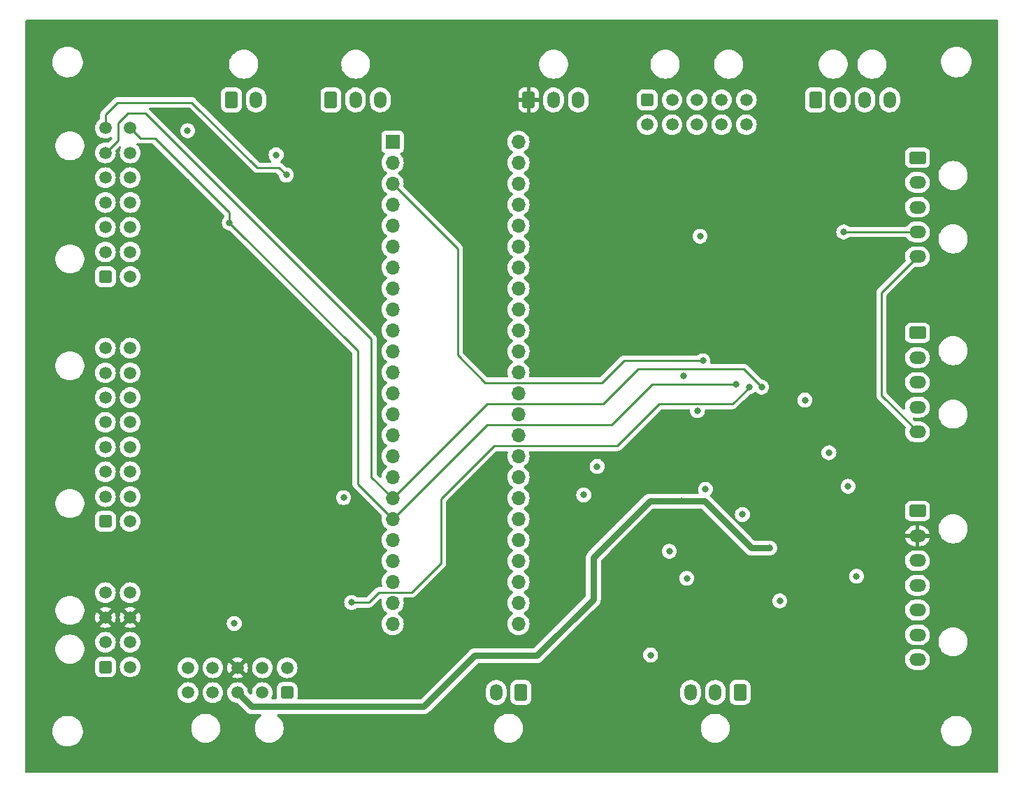
<source format=gbr>
%TF.GenerationSoftware,KiCad,Pcbnew,7.0.6*%
%TF.CreationDate,2024-01-09T11:46:40-08:00*%
%TF.ProjectId,microcontroller_board,6d696372-6f63-46f6-9e74-726f6c6c6572,rev?*%
%TF.SameCoordinates,Original*%
%TF.FileFunction,Copper,L2,Inr*%
%TF.FilePolarity,Positive*%
%FSLAX46Y46*%
G04 Gerber Fmt 4.6, Leading zero omitted, Abs format (unit mm)*
G04 Created by KiCad (PCBNEW 7.0.6) date 2024-01-09 11:46:40*
%MOMM*%
%LPD*%
G01*
G04 APERTURE LIST*
G04 Aperture macros list*
%AMRoundRect*
0 Rectangle with rounded corners*
0 $1 Rounding radius*
0 $2 $3 $4 $5 $6 $7 $8 $9 X,Y pos of 4 corners*
0 Add a 4 corners polygon primitive as box body*
4,1,4,$2,$3,$4,$5,$6,$7,$8,$9,$2,$3,0*
0 Add four circle primitives for the rounded corners*
1,1,$1+$1,$2,$3*
1,1,$1+$1,$4,$5*
1,1,$1+$1,$6,$7*
1,1,$1+$1,$8,$9*
0 Add four rect primitives between the rounded corners*
20,1,$1+$1,$2,$3,$4,$5,0*
20,1,$1+$1,$4,$5,$6,$7,0*
20,1,$1+$1,$6,$7,$8,$9,0*
20,1,$1+$1,$8,$9,$2,$3,0*%
G04 Aperture macros list end*
%TA.AperFunction,ComponentPad*%
%ADD10RoundRect,0.250001X-0.759999X0.499999X-0.759999X-0.499999X0.759999X-0.499999X0.759999X0.499999X0*%
%TD*%
%TA.AperFunction,ComponentPad*%
%ADD11O,2.020000X1.500000*%
%TD*%
%TA.AperFunction,ComponentPad*%
%ADD12RoundRect,0.250001X-0.499999X-0.759999X0.499999X-0.759999X0.499999X0.759999X-0.499999X0.759999X0*%
%TD*%
%TA.AperFunction,ComponentPad*%
%ADD13O,1.500000X2.020000*%
%TD*%
%TA.AperFunction,ComponentPad*%
%ADD14RoundRect,0.250001X0.499999X-0.499999X0.499999X0.499999X-0.499999X0.499999X-0.499999X-0.499999X0*%
%TD*%
%TA.AperFunction,ComponentPad*%
%ADD15C,1.500000*%
%TD*%
%TA.AperFunction,ComponentPad*%
%ADD16RoundRect,0.250001X0.499999X0.759999X-0.499999X0.759999X-0.499999X-0.759999X0.499999X-0.759999X0*%
%TD*%
%TA.AperFunction,ComponentPad*%
%ADD17RoundRect,0.250001X0.499999X0.499999X-0.499999X0.499999X-0.499999X-0.499999X0.499999X-0.499999X0*%
%TD*%
%TA.AperFunction,ComponentPad*%
%ADD18R,1.700000X1.700000*%
%TD*%
%TA.AperFunction,ComponentPad*%
%ADD19O,1.700000X1.700000*%
%TD*%
%TA.AperFunction,ComponentPad*%
%ADD20RoundRect,0.250001X-0.499999X-0.499999X0.499999X-0.499999X0.499999X0.499999X-0.499999X0.499999X0*%
%TD*%
%TA.AperFunction,ViaPad*%
%ADD21C,0.800000*%
%TD*%
%TA.AperFunction,Conductor*%
%ADD22C,0.250000*%
%TD*%
%TA.AperFunction,Conductor*%
%ADD23C,0.800000*%
%TD*%
G04 APERTURE END LIST*
D10*
%TO.N,/ANALOG_SF2*%
%TO.C,J7*%
X195705000Y-86609400D03*
D11*
%TO.N,+12V*%
X195705000Y-89609400D03*
%TO.N,GNDREF*%
X195705000Y-92609400D03*
%TO.N,/SDA1*%
X195705000Y-95609400D03*
%TO.N,/SCL1*%
X195705000Y-98609400D03*
%TD*%
D12*
%TO.N,+5V*%
%TO.C,J5*%
X183350000Y-58375000D03*
D13*
%TO.N,/SDA1*%
X186350000Y-58375000D03*
%TO.N,/SCL1*%
X189350000Y-58375000D03*
%TO.N,GNDREF*%
X192350000Y-58375000D03*
%TD*%
D14*
%TO.N,/DMS_RTD_CS*%
%TO.C,J2*%
X97350000Y-109444600D03*
D15*
%TO.N,/GC_PWM_IN*%
X97350000Y-106444600D03*
%TO.N,/GC_RTD_DRDY*%
X97350000Y-103444600D03*
%TO.N,/uPC_RTD_CS*%
X97350000Y-100444600D03*
%TO.N,/HL7_PWM_IN*%
X97350000Y-97444600D03*
%TO.N,/HL6_CS*%
X97350000Y-94444600D03*
%TO.N,/HL5_PWM_IN*%
X97350000Y-91444600D03*
%TO.N,/HL5_CS*%
X97350000Y-88444600D03*
%TO.N,/DMS_RTD_DRDY*%
X100350000Y-109444600D03*
%TO.N,/DMS_PWM_IN*%
X100350000Y-106444600D03*
%TO.N,/GC_RTD_CS*%
X100350000Y-103444600D03*
%TO.N,/uPC_RTD_DRDY*%
X100350000Y-100444600D03*
%TO.N,/uPC_PWM_IN*%
X100350000Y-97444600D03*
%TO.N,/HL7_CS*%
X100350000Y-94444600D03*
%TO.N,/HL6_PWM_IN*%
X100350000Y-91444600D03*
%TO.N,unconnected-(J2-Pin_16-Pad16)*%
X100350000Y-88444600D03*
%TD*%
D12*
%TO.N,+3.3V*%
%TO.C,J16*%
X148625000Y-58375000D03*
D13*
%TO.N,GNDREF*%
X151625000Y-58375000D03*
%TO.N,/P1_PWM_IN*%
X154625000Y-58375000D03*
%TD*%
D16*
%TO.N,GNDREF*%
%TO.C,J14*%
X174219400Y-130189200D03*
D13*
%TO.N,/DMS SIGNAL/Detect_Neg_Unfiltered*%
X171219400Y-130189200D03*
%TO.N,/DMS SIGNAL/Detect_Pos_Unfiltered*%
X168219400Y-130189200D03*
%TD*%
D10*
%TO.N,/ANALOG_SF1*%
%TO.C,J6*%
X195705000Y-65375000D03*
D11*
%TO.N,+12V*%
X195705000Y-68375000D03*
%TO.N,GNDREF*%
X195705000Y-71375000D03*
%TO.N,/SDA1*%
X195705000Y-74375000D03*
%TO.N,/SCL1*%
X195705000Y-77375000D03*
%TD*%
D10*
%TO.N,+12V*%
%TO.C,J8*%
X195705000Y-108202200D03*
D11*
%TO.N,+3.3V*%
X195705000Y-111202200D03*
%TO.N,GNDREF*%
X195705000Y-114202200D03*
%TO.N,/VALVE1*%
X195705000Y-117202200D03*
%TO.N,/VALVE2*%
X195705000Y-120202200D03*
%TO.N,/VALVE3*%
X195705000Y-123202200D03*
%TO.N,/VALVE4*%
X195705000Y-126202200D03*
%TD*%
D12*
%TO.N,/AMBIENT TEMP/TCA+*%
%TO.C,J13*%
X112600000Y-58375000D03*
D13*
%TO.N,/AMBIENT TEMP/TCA-*%
X115600000Y-58375000D03*
%TD*%
D14*
%TO.N,+24V*%
%TO.C,J10*%
X97350000Y-127089200D03*
D15*
%TO.N,+12V*%
X97350000Y-124089200D03*
%TO.N,+3.3V*%
X97350000Y-121089200D03*
%TO.N,GNDREF*%
X97350000Y-118089200D03*
%TO.N,+24V*%
X100350000Y-127089200D03*
%TO.N,+12V*%
X100350000Y-124089200D03*
%TO.N,+3.3V*%
X100350000Y-121089200D03*
%TO.N,GNDREF*%
X100350000Y-118089200D03*
%TD*%
D17*
%TO.N,+24V*%
%TO.C,J15*%
X119355600Y-130189200D03*
D15*
%TO.N,+12V*%
X116355600Y-130189200D03*
%TO.N,-12V*%
X113355600Y-130189200D03*
%TO.N,+5V*%
X110355600Y-130189200D03*
%TO.N,GNDREF*%
X107355600Y-130189200D03*
%TO.N,+24V*%
X119355600Y-127189200D03*
%TO.N,+12V*%
X116355600Y-127189200D03*
%TO.N,+3.3V*%
X113355600Y-127189200D03*
%TO.N,unconnected-(J15-Pin_9-Pad9)*%
X110355600Y-127189200D03*
%TO.N,GNDREF*%
X107355600Y-127189200D03*
%TD*%
D18*
%TO.N,GNDREF*%
%TO.C,U1*%
X132130000Y-63450000D03*
D19*
%TO.N,/HL1_PWM_IN*%
X132130000Y-65990000D03*
%TO.N,/MISO_1*%
X132130000Y-68530000D03*
%TO.N,/HL2_PWM_IN*%
X132130000Y-71070000D03*
%TO.N,/HL3_PWM_IN*%
X132130000Y-73610000D03*
%TO.N,/HL4_PWM_IN*%
X132130000Y-76150000D03*
%TO.N,/HLX_PWM_IN*%
X132130000Y-78690000D03*
%TO.N,/HL5_PWM_IN*%
X132130000Y-81230000D03*
%TO.N,/HL6_PWM_IN*%
X132130000Y-83770000D03*
%TO.N,/HL7_PWM_IN*%
X132130000Y-86310000D03*
%TO.N,/uPC_PWM_IN*%
X132130000Y-88850000D03*
%TO.N,/uPC_RTD_DRDY*%
X132130000Y-91390000D03*
%TO.N,/GC_RTD_DRDY*%
X132130000Y-93930000D03*
%TO.N,/DMS_PWM_IN*%
X132130000Y-96470000D03*
%TO.N,unconnected-(U1-3V3-Pad15)*%
X132130000Y-99010000D03*
%TO.N,/GC_PWM_IN*%
X132130000Y-101550000D03*
%TO.N,/DMS_RTD_DRDY*%
X132130000Y-104090000D03*
%TO.N,/MOSI_1*%
X132130000Y-106630000D03*
%TO.N,/SCK_1*%
X132130000Y-109170000D03*
%TO.N,/CS_0*%
X132130000Y-111710000D03*
%TO.N,/CS_1*%
X132130000Y-114250000D03*
%TO.N,/CS_2*%
X132130000Y-116790000D03*
%TO.N,/CS_3*%
X132130000Y-119330000D03*
%TO.N,/CS_EN*%
X132130000Y-121870000D03*
%TO.N,/UV_EN*%
X147370000Y-121870000D03*
%TO.N,/VALVE4*%
X147370000Y-119330000D03*
%TO.N,/VALVE3*%
X147370000Y-116790000D03*
%TO.N,/VALVE2*%
X147370000Y-114250000D03*
%TO.N,/VALVE1*%
X147370000Y-111710000D03*
%TO.N,/Det_Pos_ARead*%
X147370000Y-109170000D03*
%TO.N,/Det_Neg_ARead*%
X147370000Y-106630000D03*
%TO.N,/ANALOG_SF2*%
X147370000Y-104090000D03*
%TO.N,/ANALOG_SF1*%
X147370000Y-101550000D03*
%TO.N,GNDREF*%
X147370000Y-99010000D03*
%TO.N,unconnected-(U1-13_SCK_LED-Pad35)*%
X147370000Y-96470000D03*
%TO.N,unconnected-(U1-14_A0_TX3_SPDIF_OUT-Pad36)*%
X147370000Y-93930000D03*
%TO.N,unconnected-(U1-15_A1_RX3_SPDIF_IN-Pad37)*%
X147370000Y-91390000D03*
%TO.N,/SCL1*%
X147370000Y-88850000D03*
%TO.N,/SDA1*%
X147370000Y-86310000D03*
%TO.N,/MFC_IO_LINK*%
X147370000Y-83770000D03*
%TO.N,/MFC_RTS*%
X147370000Y-81230000D03*
%TO.N,/MFC_TX*%
X147370000Y-78690000D03*
%TO.N,/MFC_RX*%
X147370000Y-76150000D03*
%TO.N,/P1_PWM_IN*%
X147370000Y-73610000D03*
%TO.N,/FAN_CONTROL*%
X147370000Y-71070000D03*
%TO.N,unconnected-(U1-3V3-Pad46)*%
X147370000Y-68530000D03*
%TO.N,GNDREF*%
X147370000Y-65990000D03*
%TO.N,+5V*%
X147370000Y-63450000D03*
%TD*%
D12*
%TO.N,+12V*%
%TO.C,J11*%
X124650000Y-58375000D03*
D13*
%TO.N,GNDREF*%
X127650000Y-58375000D03*
%TO.N,/FAN_CONTROL*%
X130650000Y-58375000D03*
%TD*%
D20*
%TO.N,GNDREF*%
%TO.C,J9*%
X162987500Y-58375000D03*
D15*
X165987500Y-58375000D03*
%TO.N,+24V*%
X168987500Y-58375000D03*
%TO.N,GNDREF*%
X171987500Y-58375000D03*
X174987500Y-58375000D03*
%TO.N,/MFC/MFC_A*%
X162987500Y-61375000D03*
%TO.N,/MFC/MFC_B*%
X165987500Y-61375000D03*
%TO.N,/MFC_IO_LINK*%
X168987500Y-61375000D03*
%TO.N,unconnected-(J9-Pin_9-Pad9)*%
X171987500Y-61375000D03*
%TO.N,unconnected-(J9-Pin_10-Pad10)*%
X174987500Y-61375000D03*
%TD*%
D16*
%TO.N,/UV_EN*%
%TO.C,J12*%
X147675000Y-130189200D03*
D13*
%TO.N,GNDREF*%
X144675000Y-130189200D03*
%TD*%
D14*
%TO.N,/SAFETY_CS*%
%TO.C,J1*%
X97350000Y-79800000D03*
D15*
%TO.N,/HL4_CS*%
X97350000Y-76800000D03*
%TO.N,/HL3_PWM_IN*%
X97350000Y-73800000D03*
%TO.N,/HL2_CS*%
X97350000Y-70800000D03*
%TO.N,/HL1_PWM_IN*%
X97350000Y-67800000D03*
%TO.N,/MOSI_1*%
X97350000Y-64800000D03*
%TO.N,/MISO_1*%
X97350000Y-61800000D03*
%TO.N,/HLX_CS*%
X100350000Y-79800000D03*
%TO.N,/HLX_PWM_IN*%
X100350000Y-76800000D03*
%TO.N,/HL4_PWM_IN*%
X100350000Y-73800000D03*
%TO.N,/HL3_CS*%
X100350000Y-70800000D03*
%TO.N,/HL2_PWM_IN*%
X100350000Y-67800000D03*
%TO.N,/HL1_CS*%
X100350000Y-64800000D03*
%TO.N,/SCK_1*%
X100350000Y-61800000D03*
%TD*%
D21*
%TO.N,/MISO_1*%
X119250000Y-67475000D03*
X169725000Y-89975000D03*
%TO.N,GNDREF*%
X187305000Y-105200000D03*
X182080000Y-94750000D03*
X167380000Y-91825000D03*
X107300000Y-62107600D03*
X126200000Y-106575000D03*
X118025000Y-65037500D03*
X188330000Y-116100000D03*
X112950000Y-121825000D03*
X174505000Y-108625000D03*
X169375000Y-74900000D03*
X165655000Y-113075000D03*
X170030000Y-105550000D03*
X155280000Y-106250000D03*
X163380000Y-125650000D03*
%TO.N,-12V*%
X167105000Y-107000000D03*
X177805000Y-112675000D03*
%TO.N,/Det_Neg_ARead*%
X179030000Y-119075000D03*
%TO.N,/MOSI_1*%
X176830000Y-93175000D03*
%TO.N,/SCK_1*%
X173730000Y-92850000D03*
X112350000Y-73275000D03*
%TO.N,/SDA1*%
X186775000Y-74375000D03*
%TO.N,+5V*%
X167780000Y-116350000D03*
X184980000Y-101125000D03*
X156905000Y-102800000D03*
X169055000Y-96025000D03*
%TO.N,/Det_ADC_CS*%
X127175000Y-119275000D03*
X175305000Y-93150000D03*
%TO.N,+3.3V*%
X107233800Y-73083800D03*
X106900000Y-110425000D03*
X108625000Y-63825000D03*
X107175000Y-68250000D03*
X178855000Y-91925000D03*
X126125000Y-92550000D03*
X126300000Y-103025000D03*
X107867900Y-81127900D03*
X153575000Y-90300000D03*
X107419000Y-97369000D03*
X175350000Y-87750000D03*
X171255000Y-112725000D03*
X107569000Y-90244000D03*
X170150000Y-69000000D03*
%TD*%
D22*
%TO.N,/MISO_1*%
X119250000Y-67475000D02*
X118362500Y-66587500D01*
X143375000Y-92650000D02*
X140000000Y-89275000D01*
X140000000Y-76400000D02*
X132130000Y-68530000D01*
X140000000Y-89275000D02*
X140000000Y-76400000D01*
X97350000Y-60150000D02*
X97350000Y-61800000D01*
X115725000Y-66587500D02*
X107812500Y-58675000D01*
X107812500Y-58675000D02*
X98825000Y-58675000D01*
X157480000Y-92650000D02*
X143375000Y-92650000D01*
X118362500Y-66587500D02*
X115725000Y-66587500D01*
X160155000Y-89975000D02*
X157480000Y-92650000D01*
X98825000Y-58675000D02*
X97350000Y-60150000D01*
X169725000Y-89975000D02*
X160155000Y-89975000D01*
D23*
%TO.N,-12V*%
X142100000Y-125725000D02*
X149625000Y-125725000D01*
X175555000Y-112675000D02*
X177805000Y-112675000D01*
X113355600Y-130189200D02*
X115066400Y-131900000D01*
X156450000Y-118900000D02*
X156450000Y-113830000D01*
X156450000Y-113830000D02*
X163280000Y-107000000D01*
X169880000Y-107000000D02*
X175555000Y-112675000D01*
X115066400Y-131900000D02*
X135925000Y-131900000D01*
X135925000Y-131900000D02*
X142100000Y-125725000D01*
X149625000Y-125725000D02*
X156450000Y-118900000D01*
X163280000Y-107000000D02*
X167105000Y-107000000D01*
X167105000Y-107000000D02*
X169880000Y-107000000D01*
D22*
%TO.N,/MOSI_1*%
X97350000Y-64800000D02*
X98850000Y-63300000D01*
X129575000Y-104075000D02*
X132130000Y-106630000D01*
X174630000Y-90975000D02*
X176830000Y-93175000D01*
X157655000Y-95200000D02*
X161880000Y-90975000D01*
X100050000Y-59975000D02*
X102200000Y-59975000D01*
X129575000Y-87350000D02*
X129575000Y-104075000D01*
X98850000Y-63300000D02*
X98850000Y-61175000D01*
X98850000Y-61175000D02*
X100050000Y-59975000D01*
X161880000Y-90975000D02*
X174630000Y-90975000D01*
X102200000Y-59975000D02*
X129575000Y-87350000D01*
X132130000Y-106630000D02*
X143560000Y-95200000D01*
X143560000Y-95200000D02*
X157655000Y-95200000D01*
%TO.N,/SCK_1*%
X163555000Y-92850000D02*
X158655000Y-97750000D01*
X112350000Y-73275000D02*
X112375000Y-73275000D01*
X143550000Y-97750000D02*
X132130000Y-109170000D01*
X112350000Y-72025000D02*
X103350000Y-63025000D01*
X112350000Y-73275000D02*
X112350000Y-72025000D01*
X112375000Y-73275000D02*
X127900000Y-88800000D01*
X127900000Y-104940000D02*
X132130000Y-109170000D01*
X158655000Y-97750000D02*
X143550000Y-97750000D01*
X101575000Y-63025000D02*
X100350000Y-61800000D01*
X127900000Y-88800000D02*
X127900000Y-104940000D01*
X103350000Y-63025000D02*
X101575000Y-63025000D01*
X173730000Y-92850000D02*
X163555000Y-92850000D01*
%TO.N,/SCL1*%
X195705000Y-77375000D02*
X191350000Y-81730000D01*
X191350000Y-81730000D02*
X191350000Y-94168800D01*
X191350000Y-94168800D02*
X195790600Y-98609400D01*
%TO.N,/SDA1*%
X186775000Y-74375000D02*
X195705000Y-74375000D01*
%TO.N,/Det_ADC_CS*%
X127175000Y-119275000D02*
X129250000Y-119275000D01*
X129250000Y-119275000D02*
X130475000Y-118050000D01*
X134450000Y-118050000D02*
X138000000Y-114500000D01*
X164430000Y-95225000D02*
X173305000Y-95225000D01*
X173305000Y-95225000D02*
X175305000Y-93225000D01*
X130475000Y-118050000D02*
X134450000Y-118050000D01*
X159355000Y-100300000D02*
X164430000Y-95225000D01*
X138000000Y-106725000D02*
X144425000Y-100300000D01*
X175305000Y-93225000D02*
X175305000Y-93150000D01*
X138000000Y-114500000D02*
X138000000Y-106725000D01*
X144425000Y-100300000D02*
X159355000Y-100300000D01*
%TD*%
%TA.AperFunction,Conductor*%
%TO.N,+3.3V*%
G36*
X205436400Y-48694462D02*
G01*
X205490938Y-48749000D01*
X205510900Y-48823500D01*
X205510900Y-139804500D01*
X205490938Y-139879000D01*
X205436400Y-139933538D01*
X205361900Y-139953500D01*
X87804900Y-139953500D01*
X87730400Y-139933538D01*
X87675862Y-139879000D01*
X87655900Y-139804500D01*
X87655900Y-134932773D01*
X90915188Y-134932773D01*
X90944812Y-135202005D01*
X90944814Y-135202018D01*
X91013328Y-135464088D01*
X91067122Y-135590675D01*
X91119270Y-135713390D01*
X91119275Y-135713399D01*
X91260381Y-135944610D01*
X91260384Y-135944614D01*
X91433647Y-136152812D01*
X91433659Y-136152824D01*
X91635390Y-136333575D01*
X91635399Y-136333583D01*
X91748353Y-136408313D01*
X91861310Y-136483044D01*
X92106576Y-136598020D01*
X92365969Y-136676060D01*
X92633961Y-136715500D01*
X92633968Y-136715500D01*
X92837029Y-136715500D01*
X92837031Y-136715500D01*
X93039556Y-136700677D01*
X93303953Y-136641780D01*
X93556958Y-136545014D01*
X93793177Y-136412441D01*
X94007577Y-136246888D01*
X94195586Y-136051881D01*
X94353199Y-135831579D01*
X94477056Y-135590675D01*
X94564518Y-135334305D01*
X94613719Y-135067933D01*
X94623612Y-134797235D01*
X94606354Y-134640384D01*
X107745100Y-134640384D01*
X107784204Y-134899818D01*
X107836061Y-135067933D01*
X107861537Y-135150523D01*
X107861539Y-135150528D01*
X107861541Y-135150532D01*
X107975369Y-135386899D01*
X107975371Y-135386901D01*
X107975372Y-135386904D01*
X108123167Y-135603679D01*
X108123169Y-135603681D01*
X108123171Y-135603684D01*
X108301615Y-135796002D01*
X108397779Y-135872690D01*
X108506743Y-135959586D01*
X108733957Y-136090768D01*
X108978184Y-136186620D01*
X109233970Y-136245002D01*
X109233978Y-136245002D01*
X109233981Y-136245003D01*
X109430101Y-136259700D01*
X109430106Y-136259700D01*
X109561099Y-136259700D01*
X109757218Y-136245003D01*
X109757219Y-136245002D01*
X109757230Y-136245002D01*
X110013016Y-136186620D01*
X110257243Y-136090768D01*
X110484457Y-135959586D01*
X110689581Y-135796005D01*
X110868033Y-135603679D01*
X111015828Y-135386904D01*
X111129663Y-135150523D01*
X111206996Y-134899815D01*
X111246100Y-134640382D01*
X111246100Y-134378018D01*
X111206996Y-134118585D01*
X111129663Y-133867877D01*
X111015828Y-133631496D01*
X110868033Y-133414721D01*
X110868029Y-133414717D01*
X110868028Y-133414715D01*
X110689584Y-133222397D01*
X110484462Y-133058818D01*
X110484457Y-133058814D01*
X110257243Y-132927632D01*
X110256379Y-132927293D01*
X110013015Y-132831779D01*
X110013011Y-132831778D01*
X109757237Y-132773399D01*
X109757218Y-132773396D01*
X109561099Y-132758700D01*
X109561094Y-132758700D01*
X109430106Y-132758700D01*
X109430101Y-132758700D01*
X109233981Y-132773396D01*
X109233962Y-132773399D01*
X108978188Y-132831778D01*
X108978184Y-132831779D01*
X108733961Y-132927630D01*
X108733956Y-132927632D01*
X108506745Y-133058813D01*
X108506737Y-133058818D01*
X108301615Y-133222397D01*
X108123171Y-133414715D01*
X107975369Y-133631500D01*
X107861541Y-133867867D01*
X107861533Y-133867888D01*
X107784204Y-134118581D01*
X107745100Y-134378015D01*
X107745100Y-134640384D01*
X94606354Y-134640384D01*
X94593986Y-134527982D01*
X94525472Y-134265912D01*
X94419530Y-134016610D01*
X94328766Y-133867888D01*
X94278418Y-133785389D01*
X94278415Y-133785385D01*
X94105152Y-133577187D01*
X94105140Y-133577175D01*
X93903409Y-133396424D01*
X93903400Y-133396416D01*
X93677490Y-133246956D01*
X93432225Y-133131980D01*
X93286769Y-133088219D01*
X93172831Y-133053940D01*
X93172827Y-133053939D01*
X93172826Y-133053939D01*
X92904846Y-133014501D01*
X92904845Y-133014500D01*
X92904839Y-133014500D01*
X92701769Y-133014500D01*
X92571972Y-133024000D01*
X92499244Y-133029323D01*
X92499236Y-133029324D01*
X92234849Y-133088219D01*
X92234839Y-133088222D01*
X91981840Y-133184986D01*
X91981838Y-133184987D01*
X91745624Y-133317558D01*
X91745617Y-133317562D01*
X91531230Y-133483105D01*
X91531226Y-133483108D01*
X91343210Y-133678123D01*
X91185601Y-133898419D01*
X91061744Y-134139324D01*
X91061744Y-134139325D01*
X90974286Y-134395680D01*
X90974280Y-134395703D01*
X90925081Y-134662060D01*
X90915188Y-134932773D01*
X87655900Y-134932773D01*
X87655900Y-130189200D01*
X106100323Y-130189200D01*
X106119393Y-130407178D01*
X106176024Y-130618528D01*
X106176025Y-130618530D01*
X106268494Y-130816833D01*
X106268497Y-130816838D01*
X106268498Y-130816839D01*
X106394002Y-130996077D01*
X106548723Y-131150798D01*
X106600705Y-131187196D01*
X106727961Y-131276302D01*
X106727966Y-131276305D01*
X106838233Y-131327722D01*
X106926270Y-131368775D01*
X107137623Y-131425407D01*
X107355600Y-131444477D01*
X107573577Y-131425407D01*
X107784930Y-131368775D01*
X107983239Y-131276302D01*
X108162477Y-131150798D01*
X108317198Y-130996077D01*
X108442702Y-130816839D01*
X108535175Y-130618530D01*
X108591807Y-130407177D01*
X108610877Y-130189200D01*
X109100323Y-130189200D01*
X109119393Y-130407178D01*
X109176024Y-130618528D01*
X109176025Y-130618530D01*
X109268494Y-130816833D01*
X109268497Y-130816838D01*
X109268498Y-130816839D01*
X109394002Y-130996077D01*
X109548723Y-131150798D01*
X109600705Y-131187196D01*
X109727961Y-131276302D01*
X109727966Y-131276305D01*
X109838233Y-131327722D01*
X109926270Y-131368775D01*
X110137623Y-131425407D01*
X110334700Y-131442648D01*
X110355599Y-131444477D01*
X110355599Y-131444476D01*
X110355600Y-131444477D01*
X110573577Y-131425407D01*
X110784930Y-131368775D01*
X110983239Y-131276302D01*
X111162477Y-131150798D01*
X111317198Y-130996077D01*
X111442702Y-130816839D01*
X111535175Y-130618530D01*
X111591807Y-130407177D01*
X111610877Y-130189200D01*
X112100323Y-130189200D01*
X112119393Y-130407178D01*
X112176024Y-130618528D01*
X112176025Y-130618530D01*
X112268494Y-130816833D01*
X112268497Y-130816838D01*
X112268498Y-130816839D01*
X112394002Y-130996077D01*
X112548723Y-131150798D01*
X112600705Y-131187196D01*
X112727961Y-131276302D01*
X112727966Y-131276305D01*
X112838233Y-131327722D01*
X112926270Y-131368775D01*
X113137623Y-131425407D01*
X113281605Y-131438002D01*
X113354080Y-131464380D01*
X113373977Y-131481076D01*
X114371247Y-132478347D01*
X114386427Y-132496119D01*
X114393512Y-132505871D01*
X114393513Y-132505872D01*
X114393514Y-132505873D01*
X114444873Y-132552117D01*
X114447697Y-132554797D01*
X114463020Y-132570120D01*
X114474965Y-132579792D01*
X114479859Y-132583756D01*
X114482825Y-132586289D01*
X114534184Y-132632533D01*
X114544621Y-132638558D01*
X114563884Y-132651798D01*
X114573251Y-132659383D01*
X114634847Y-132690767D01*
X114638248Y-132692614D01*
X114643414Y-132695597D01*
X114698109Y-132727176D01*
X114698113Y-132727177D01*
X114698116Y-132727179D01*
X114709574Y-132730901D01*
X114731180Y-132739851D01*
X114741913Y-132745320D01*
X114808682Y-132763210D01*
X114812390Y-132764308D01*
X114878144Y-132785674D01*
X114887741Y-132786682D01*
X114890122Y-132786933D01*
X114913109Y-132791192D01*
X114924755Y-132794313D01*
X114993797Y-132797930D01*
X114997666Y-132798236D01*
X115019202Y-132800500D01*
X115019208Y-132800500D01*
X115040866Y-132800500D01*
X115044765Y-132800602D01*
X115049323Y-132800840D01*
X115113788Y-132804219D01*
X115121985Y-132802920D01*
X115125691Y-132802334D01*
X115148997Y-132800500D01*
X116104841Y-132800500D01*
X116179341Y-132820462D01*
X116233879Y-132875000D01*
X116253841Y-132949500D01*
X116233879Y-133024000D01*
X116197741Y-133065993D01*
X116001615Y-133222397D01*
X115823171Y-133414715D01*
X115675369Y-133631500D01*
X115561541Y-133867867D01*
X115561533Y-133867888D01*
X115484204Y-134118581D01*
X115445100Y-134378015D01*
X115445100Y-134640384D01*
X115484204Y-134899818D01*
X115536061Y-135067933D01*
X115561537Y-135150523D01*
X115561539Y-135150528D01*
X115561541Y-135150532D01*
X115675369Y-135386899D01*
X115675371Y-135386901D01*
X115675372Y-135386904D01*
X115823167Y-135603679D01*
X115823169Y-135603681D01*
X115823171Y-135603684D01*
X116001615Y-135796002D01*
X116097779Y-135872690D01*
X116206743Y-135959586D01*
X116433957Y-136090768D01*
X116678184Y-136186620D01*
X116933970Y-136245002D01*
X116933978Y-136245002D01*
X116933981Y-136245003D01*
X117130101Y-136259700D01*
X117130106Y-136259700D01*
X117261099Y-136259700D01*
X117457218Y-136245003D01*
X117457219Y-136245002D01*
X117457230Y-136245002D01*
X117713016Y-136186620D01*
X117957243Y-136090768D01*
X118184457Y-135959586D01*
X118389581Y-135796005D01*
X118568033Y-135603679D01*
X118715828Y-135386904D01*
X118829663Y-135150523D01*
X118906996Y-134899815D01*
X118946100Y-134640384D01*
X144424500Y-134640384D01*
X144463604Y-134899818D01*
X144515461Y-135067933D01*
X144540937Y-135150523D01*
X144540939Y-135150528D01*
X144540941Y-135150532D01*
X144654769Y-135386899D01*
X144654771Y-135386901D01*
X144654772Y-135386904D01*
X144802567Y-135603679D01*
X144802569Y-135603681D01*
X144802571Y-135603684D01*
X144981015Y-135796002D01*
X145077179Y-135872690D01*
X145186143Y-135959586D01*
X145413357Y-136090768D01*
X145657584Y-136186620D01*
X145913370Y-136245002D01*
X145913378Y-136245002D01*
X145913381Y-136245003D01*
X146109501Y-136259700D01*
X146109506Y-136259700D01*
X146240499Y-136259700D01*
X146436618Y-136245003D01*
X146436619Y-136245002D01*
X146436630Y-136245002D01*
X146692416Y-136186620D01*
X146936643Y-136090768D01*
X147163857Y-135959586D01*
X147368981Y-135796005D01*
X147547433Y-135603679D01*
X147695228Y-135386904D01*
X147809063Y-135150523D01*
X147886396Y-134899815D01*
X147925500Y-134640384D01*
X169468900Y-134640384D01*
X169508004Y-134899818D01*
X169559861Y-135067933D01*
X169585337Y-135150523D01*
X169585339Y-135150528D01*
X169585341Y-135150532D01*
X169699169Y-135386899D01*
X169699171Y-135386901D01*
X169699172Y-135386904D01*
X169846967Y-135603679D01*
X169846969Y-135603681D01*
X169846971Y-135603684D01*
X170025415Y-135796002D01*
X170121579Y-135872690D01*
X170230543Y-135959586D01*
X170457757Y-136090768D01*
X170701984Y-136186620D01*
X170957770Y-136245002D01*
X170957778Y-136245002D01*
X170957781Y-136245003D01*
X171153901Y-136259700D01*
X171153906Y-136259700D01*
X171284899Y-136259700D01*
X171481018Y-136245003D01*
X171481019Y-136245002D01*
X171481030Y-136245002D01*
X171736816Y-136186620D01*
X171981043Y-136090768D01*
X172208257Y-135959586D01*
X172413381Y-135796005D01*
X172591833Y-135603679D01*
X172739628Y-135386904D01*
X172853463Y-135150523D01*
X172920630Y-134932773D01*
X198568188Y-134932773D01*
X198597812Y-135202005D01*
X198597814Y-135202018D01*
X198666328Y-135464088D01*
X198720122Y-135590675D01*
X198772270Y-135713390D01*
X198772275Y-135713399D01*
X198913381Y-135944610D01*
X198913384Y-135944614D01*
X199086647Y-136152812D01*
X199086659Y-136152824D01*
X199288390Y-136333575D01*
X199288399Y-136333583D01*
X199401353Y-136408312D01*
X199514310Y-136483044D01*
X199759576Y-136598020D01*
X200018969Y-136676060D01*
X200286961Y-136715500D01*
X200286968Y-136715500D01*
X200490029Y-136715500D01*
X200490031Y-136715500D01*
X200692556Y-136700677D01*
X200956953Y-136641780D01*
X201209958Y-136545014D01*
X201446177Y-136412441D01*
X201660577Y-136246888D01*
X201848586Y-136051881D01*
X202006199Y-135831579D01*
X202130056Y-135590675D01*
X202217518Y-135334305D01*
X202266719Y-135067933D01*
X202276612Y-134797235D01*
X202246986Y-134527982D01*
X202178472Y-134265912D01*
X202072530Y-134016610D01*
X201981766Y-133867888D01*
X201931418Y-133785389D01*
X201931415Y-133785385D01*
X201758152Y-133577187D01*
X201758140Y-133577175D01*
X201556409Y-133396424D01*
X201556400Y-133396416D01*
X201330490Y-133246956D01*
X201085225Y-133131980D01*
X200939769Y-133088219D01*
X200825831Y-133053940D01*
X200825827Y-133053939D01*
X200825826Y-133053939D01*
X200557846Y-133014501D01*
X200557845Y-133014500D01*
X200557839Y-133014500D01*
X200354769Y-133014500D01*
X200224972Y-133024000D01*
X200152244Y-133029323D01*
X200152236Y-133029324D01*
X199887849Y-133088219D01*
X199887839Y-133088222D01*
X199634840Y-133184986D01*
X199634838Y-133184987D01*
X199398624Y-133317558D01*
X199398617Y-133317562D01*
X199184230Y-133483105D01*
X199184226Y-133483108D01*
X198996210Y-133678123D01*
X198838601Y-133898419D01*
X198714744Y-134139324D01*
X198714744Y-134139325D01*
X198627286Y-134395680D01*
X198627280Y-134395703D01*
X198578081Y-134662060D01*
X198568188Y-134932773D01*
X172920630Y-134932773D01*
X172930796Y-134899815D01*
X172969900Y-134640382D01*
X172969900Y-134378018D01*
X172930796Y-134118585D01*
X172853463Y-133867877D01*
X172739628Y-133631496D01*
X172591833Y-133414721D01*
X172591829Y-133414717D01*
X172591828Y-133414715D01*
X172413384Y-133222397D01*
X172208262Y-133058818D01*
X172208257Y-133058814D01*
X171981043Y-132927632D01*
X171980179Y-132927293D01*
X171736815Y-132831779D01*
X171736811Y-132831778D01*
X171481037Y-132773399D01*
X171481018Y-132773396D01*
X171284899Y-132758700D01*
X171284894Y-132758700D01*
X171153906Y-132758700D01*
X171153901Y-132758700D01*
X170957781Y-132773396D01*
X170957762Y-132773399D01*
X170701988Y-132831778D01*
X170701984Y-132831779D01*
X170457761Y-132927630D01*
X170457756Y-132927632D01*
X170230545Y-133058813D01*
X170230537Y-133058818D01*
X170025415Y-133222397D01*
X169846971Y-133414715D01*
X169699169Y-133631500D01*
X169585341Y-133867867D01*
X169585333Y-133867888D01*
X169508004Y-134118581D01*
X169468900Y-134378015D01*
X169468900Y-134640384D01*
X147925500Y-134640384D01*
X147925500Y-134640382D01*
X147925500Y-134378018D01*
X147886396Y-134118585D01*
X147809063Y-133867877D01*
X147695228Y-133631496D01*
X147547433Y-133414721D01*
X147547429Y-133414717D01*
X147547428Y-133414715D01*
X147368984Y-133222397D01*
X147163862Y-133058818D01*
X147163857Y-133058814D01*
X146936643Y-132927632D01*
X146935779Y-132927293D01*
X146692415Y-132831779D01*
X146692411Y-132831778D01*
X146436637Y-132773399D01*
X146436618Y-132773396D01*
X146240499Y-132758700D01*
X146240494Y-132758700D01*
X146109506Y-132758700D01*
X146109501Y-132758700D01*
X145913381Y-132773396D01*
X145913362Y-132773399D01*
X145657588Y-132831778D01*
X145657584Y-132831779D01*
X145413361Y-132927630D01*
X145413356Y-132927632D01*
X145186145Y-133058813D01*
X145186137Y-133058818D01*
X144981015Y-133222397D01*
X144802571Y-133414715D01*
X144654769Y-133631500D01*
X144540941Y-133867867D01*
X144540933Y-133867888D01*
X144463604Y-134118581D01*
X144424500Y-134378015D01*
X144424500Y-134640384D01*
X118946100Y-134640384D01*
X118946100Y-134640382D01*
X118946100Y-134378018D01*
X118906996Y-134118585D01*
X118829663Y-133867877D01*
X118715828Y-133631496D01*
X118568033Y-133414721D01*
X118568029Y-133414717D01*
X118568028Y-133414715D01*
X118389584Y-133222397D01*
X118193459Y-133065993D01*
X118147659Y-133003936D01*
X118139023Y-132927293D01*
X118169866Y-132856600D01*
X118231923Y-132810800D01*
X118286359Y-132800500D01*
X135842403Y-132800500D01*
X135865709Y-132802334D01*
X135869414Y-132802920D01*
X135877612Y-132804219D01*
X135942389Y-132800824D01*
X135946636Y-132800602D01*
X135950535Y-132800500D01*
X135972197Y-132800500D01*
X135993731Y-132798236D01*
X135997598Y-132797930D01*
X136066646Y-132794313D01*
X136078288Y-132791192D01*
X136101269Y-132786933D01*
X136113256Y-132785674D01*
X136179014Y-132764307D01*
X136182701Y-132763215D01*
X136249488Y-132745320D01*
X136260222Y-132739849D01*
X136281828Y-132730900D01*
X136293284Y-132727179D01*
X136353147Y-132692616D01*
X136356568Y-132690759D01*
X136358604Y-132689721D01*
X136418149Y-132659383D01*
X136427510Y-132651802D01*
X136446779Y-132638557D01*
X136457216Y-132632533D01*
X136508602Y-132586264D01*
X136511554Y-132583744D01*
X136528380Y-132570119D01*
X136543721Y-132554776D01*
X136546501Y-132552138D01*
X136597888Y-132505871D01*
X136604970Y-132496123D01*
X136620150Y-132478347D01*
X138593140Y-130505358D01*
X143424500Y-130505358D01*
X143439623Y-130673386D01*
X143439624Y-130673396D01*
X143499507Y-130890371D01*
X143499507Y-130890373D01*
X143597169Y-131093169D01*
X143597171Y-131093173D01*
X143729478Y-131275278D01*
X143729480Y-131275280D01*
X143729483Y-131275284D01*
X143892166Y-131430825D01*
X143892173Y-131430830D01*
X143892175Y-131430832D01*
X143942998Y-131464380D01*
X144080030Y-131554834D01*
X144080038Y-131554838D01*
X144287005Y-131643301D01*
X144287009Y-131643302D01*
X144287012Y-131643303D01*
X144506463Y-131693391D01*
X144731330Y-131703490D01*
X144731330Y-131703489D01*
X144731334Y-131703490D01*
X144731334Y-131703489D01*
X144954387Y-131673275D01*
X145168457Y-131603719D01*
X145168462Y-131603718D01*
X145168464Y-131603717D01*
X145366681Y-131497052D01*
X145542666Y-131356708D01*
X145612913Y-131276305D01*
X145690759Y-131187203D01*
X145690759Y-131187202D01*
X145690765Y-131187196D01*
X145803082Y-130999208D01*
X146424500Y-130999208D01*
X146424530Y-130999500D01*
X146435001Y-131101998D01*
X146490187Y-131268536D01*
X146544573Y-131356708D01*
X146582289Y-131417855D01*
X146706345Y-131541911D01*
X146855666Y-131634014D01*
X147022203Y-131689199D01*
X147124992Y-131699700D01*
X147124996Y-131699700D01*
X148225004Y-131699700D01*
X148225008Y-131699700D01*
X148327797Y-131689199D01*
X148494334Y-131634014D01*
X148643655Y-131541911D01*
X148767711Y-131417855D01*
X148859814Y-131268534D01*
X148914999Y-131101997D01*
X148925500Y-130999208D01*
X148925500Y-130505358D01*
X166968900Y-130505358D01*
X166984023Y-130673386D01*
X166984024Y-130673396D01*
X167043907Y-130890371D01*
X167043907Y-130890373D01*
X167141569Y-131093169D01*
X167141571Y-131093173D01*
X167273878Y-131275278D01*
X167273880Y-131275280D01*
X167273883Y-131275284D01*
X167436566Y-131430825D01*
X167436573Y-131430830D01*
X167436575Y-131430832D01*
X167487398Y-131464380D01*
X167624430Y-131554834D01*
X167624438Y-131554838D01*
X167831405Y-131643301D01*
X167831409Y-131643302D01*
X167831412Y-131643303D01*
X168050863Y-131693391D01*
X168275730Y-131703490D01*
X168275730Y-131703489D01*
X168275734Y-131703490D01*
X168275734Y-131703489D01*
X168498787Y-131673275D01*
X168712857Y-131603719D01*
X168712862Y-131603718D01*
X168712864Y-131603717D01*
X168911081Y-131497052D01*
X169087066Y-131356708D01*
X169157313Y-131276305D01*
X169235159Y-131187203D01*
X169235159Y-131187202D01*
X169235165Y-131187196D01*
X169350615Y-130993964D01*
X169429707Y-130783224D01*
X169469900Y-130561747D01*
X169469900Y-130505358D01*
X169968900Y-130505358D01*
X169984023Y-130673386D01*
X169984024Y-130673396D01*
X170043907Y-130890371D01*
X170043907Y-130890373D01*
X170141569Y-131093169D01*
X170141571Y-131093173D01*
X170273878Y-131275278D01*
X170273880Y-131275280D01*
X170273883Y-131275284D01*
X170436566Y-131430825D01*
X170436573Y-131430830D01*
X170436575Y-131430832D01*
X170487398Y-131464380D01*
X170624430Y-131554834D01*
X170624438Y-131554838D01*
X170831405Y-131643301D01*
X170831409Y-131643302D01*
X170831412Y-131643303D01*
X171050863Y-131693391D01*
X171275730Y-131703490D01*
X171275730Y-131703489D01*
X171275734Y-131703490D01*
X171275734Y-131703489D01*
X171498787Y-131673275D01*
X171712857Y-131603719D01*
X171712862Y-131603718D01*
X171712864Y-131603717D01*
X171911081Y-131497052D01*
X172087066Y-131356708D01*
X172157313Y-131276305D01*
X172235159Y-131187203D01*
X172235159Y-131187202D01*
X172235165Y-131187196D01*
X172347482Y-130999208D01*
X172968900Y-130999208D01*
X172968930Y-130999500D01*
X172979401Y-131101998D01*
X173034587Y-131268536D01*
X173088973Y-131356708D01*
X173126689Y-131417855D01*
X173250745Y-131541911D01*
X173400066Y-131634014D01*
X173566603Y-131689199D01*
X173669392Y-131699700D01*
X173669396Y-131699700D01*
X174769404Y-131699700D01*
X174769408Y-131699700D01*
X174872197Y-131689199D01*
X175038734Y-131634014D01*
X175188055Y-131541911D01*
X175312111Y-131417855D01*
X175404214Y-131268534D01*
X175459399Y-131101997D01*
X175469900Y-130999208D01*
X175469900Y-129379192D01*
X175459399Y-129276403D01*
X175404214Y-129109866D01*
X175312111Y-128960545D01*
X175188055Y-128836489D01*
X175087853Y-128774683D01*
X175038736Y-128744387D01*
X175038735Y-128744386D01*
X175038734Y-128744386D01*
X174954732Y-128716550D01*
X174872198Y-128689201D01*
X174872199Y-128689201D01*
X174837934Y-128685700D01*
X174769408Y-128678700D01*
X173669392Y-128678700D01*
X173600866Y-128685700D01*
X173566601Y-128689201D01*
X173400063Y-128744387D01*
X173250744Y-128836489D01*
X173126689Y-128960544D01*
X173034587Y-129109863D01*
X172979401Y-129276401D01*
X172978499Y-129285230D01*
X172968900Y-129379192D01*
X172968900Y-130999208D01*
X172347482Y-130999208D01*
X172350615Y-130993964D01*
X172429707Y-130783224D01*
X172469900Y-130561747D01*
X172469900Y-129873045D01*
X172454777Y-129705012D01*
X172394893Y-129488030D01*
X172394892Y-129488027D01*
X172394892Y-129488026D01*
X172297230Y-129285230D01*
X172297229Y-129285227D01*
X172164922Y-129103122D01*
X172164918Y-129103118D01*
X172164916Y-129103115D01*
X172002233Y-128947574D01*
X172002225Y-128947568D01*
X171814369Y-128823565D01*
X171814361Y-128823561D01*
X171607394Y-128735098D01*
X171387939Y-128685009D01*
X171387931Y-128685008D01*
X171163065Y-128674909D01*
X171163064Y-128674910D01*
X170940021Y-128705123D01*
X170940001Y-128705128D01*
X170725941Y-128774680D01*
X170725937Y-128774681D01*
X170527721Y-128881346D01*
X170351735Y-129021690D01*
X170351731Y-129021693D01*
X170203640Y-129191196D01*
X170203630Y-129191211D01*
X170088188Y-129384429D01*
X170088181Y-129384444D01*
X170009092Y-129595178D01*
X170009090Y-129595184D01*
X169968900Y-129816647D01*
X169968900Y-130505358D01*
X169469900Y-130505358D01*
X169469900Y-129873045D01*
X169454777Y-129705012D01*
X169394893Y-129488030D01*
X169394892Y-129488027D01*
X169394892Y-129488026D01*
X169297230Y-129285230D01*
X169297229Y-129285227D01*
X169164922Y-129103122D01*
X169164918Y-129103118D01*
X169164916Y-129103115D01*
X169002233Y-128947574D01*
X169002225Y-128947568D01*
X168814369Y-128823565D01*
X168814361Y-128823561D01*
X168607394Y-128735098D01*
X168387939Y-128685009D01*
X168387931Y-128685008D01*
X168163065Y-128674909D01*
X168163064Y-128674910D01*
X167940021Y-128705123D01*
X167940001Y-128705128D01*
X167725941Y-128774680D01*
X167725937Y-128774681D01*
X167527721Y-128881346D01*
X167351735Y-129021690D01*
X167351731Y-129021693D01*
X167203640Y-129191196D01*
X167203630Y-129191211D01*
X167088188Y-129384429D01*
X167088181Y-129384444D01*
X167009092Y-129595178D01*
X167009090Y-129595184D01*
X166968900Y-129816647D01*
X166968900Y-130505358D01*
X148925500Y-130505358D01*
X148925500Y-129379192D01*
X148914999Y-129276403D01*
X148859814Y-129109866D01*
X148767711Y-128960545D01*
X148643655Y-128836489D01*
X148543453Y-128774683D01*
X148494336Y-128744387D01*
X148494335Y-128744386D01*
X148494334Y-128744386D01*
X148410332Y-128716550D01*
X148327798Y-128689201D01*
X148327799Y-128689201D01*
X148293533Y-128685700D01*
X148225008Y-128678700D01*
X147124992Y-128678700D01*
X147056465Y-128685700D01*
X147022201Y-128689201D01*
X146855663Y-128744387D01*
X146706344Y-128836489D01*
X146582289Y-128960544D01*
X146490187Y-129109863D01*
X146435001Y-129276401D01*
X146434099Y-129285230D01*
X146424500Y-129379192D01*
X146424500Y-130999208D01*
X145803082Y-130999208D01*
X145806215Y-130993964D01*
X145885307Y-130783224D01*
X145925500Y-130561747D01*
X145925500Y-129873045D01*
X145910377Y-129705012D01*
X145850493Y-129488030D01*
X145850492Y-129488027D01*
X145850492Y-129488026D01*
X145752830Y-129285230D01*
X145752829Y-129285227D01*
X145620522Y-129103122D01*
X145620518Y-129103118D01*
X145620516Y-129103115D01*
X145457833Y-128947574D01*
X145457825Y-128947568D01*
X145269969Y-128823565D01*
X145269961Y-128823561D01*
X145062994Y-128735098D01*
X144843539Y-128685009D01*
X144843531Y-128685008D01*
X144618665Y-128674909D01*
X144618664Y-128674910D01*
X144395621Y-128705123D01*
X144395601Y-128705128D01*
X144181541Y-128774680D01*
X144181537Y-128774681D01*
X143983321Y-128881346D01*
X143807335Y-129021690D01*
X143807331Y-129021693D01*
X143659240Y-129191196D01*
X143659230Y-129191211D01*
X143543788Y-129384429D01*
X143543781Y-129384444D01*
X143464692Y-129595178D01*
X143464690Y-129595184D01*
X143424500Y-129816647D01*
X143424500Y-130505358D01*
X138593140Y-130505358D01*
X142429358Y-126669141D01*
X142496154Y-126630577D01*
X142534718Y-126625500D01*
X149542403Y-126625500D01*
X149565709Y-126627334D01*
X149569414Y-126627920D01*
X149577612Y-126629219D01*
X149642389Y-126625824D01*
X149646636Y-126625602D01*
X149650535Y-126625500D01*
X149672197Y-126625500D01*
X149693731Y-126623236D01*
X149697598Y-126622930D01*
X149766646Y-126619313D01*
X149778288Y-126616192D01*
X149801269Y-126611933D01*
X149813256Y-126610674D01*
X149879014Y-126589307D01*
X149882701Y-126588215D01*
X149949488Y-126570320D01*
X149960222Y-126564849D01*
X149981828Y-126555900D01*
X149993284Y-126552179D01*
X150053143Y-126517618D01*
X150056568Y-126515759D01*
X150058604Y-126514721D01*
X150118149Y-126484383D01*
X150127508Y-126476803D01*
X150146779Y-126463557D01*
X150157216Y-126457533D01*
X150208602Y-126411264D01*
X150211554Y-126408744D01*
X150228380Y-126395119D01*
X150243721Y-126379776D01*
X150246501Y-126377138D01*
X150297888Y-126330871D01*
X150304967Y-126321126D01*
X150320150Y-126303347D01*
X150973498Y-125649999D01*
X162474540Y-125649999D01*
X162494325Y-125838254D01*
X162550161Y-126010097D01*
X162552821Y-126018284D01*
X162561700Y-126033663D01*
X162647469Y-126182220D01*
X162772544Y-126321128D01*
X162774129Y-126322888D01*
X162927270Y-126434151D01*
X162927271Y-126434151D01*
X162927272Y-126434152D01*
X162932328Y-126436403D01*
X163100197Y-126511144D01*
X163241315Y-126541139D01*
X163285352Y-126550500D01*
X163285354Y-126550500D01*
X163474648Y-126550500D01*
X163514004Y-126542134D01*
X163659803Y-126511144D01*
X163832730Y-126434151D01*
X163985871Y-126322888D01*
X164043815Y-126258535D01*
X194190710Y-126258535D01*
X194220923Y-126481578D01*
X194220928Y-126481598D01*
X194290480Y-126695658D01*
X194290481Y-126695662D01*
X194365810Y-126835646D01*
X194397148Y-126893881D01*
X194458895Y-126971309D01*
X194537490Y-127069864D01*
X194537493Y-127069868D01*
X194706996Y-127217959D01*
X194707000Y-127217962D01*
X194707004Y-127217965D01*
X194900236Y-127333415D01*
X195110976Y-127412507D01*
X195110980Y-127412507D01*
X195110984Y-127412509D01*
X195332447Y-127452699D01*
X195332453Y-127452700D01*
X195332457Y-127452700D01*
X196021155Y-127452700D01*
X196189188Y-127437577D01*
X196189194Y-127437575D01*
X196189196Y-127437575D01*
X196237598Y-127424216D01*
X196406170Y-127377693D01*
X196406172Y-127377692D01*
X196406173Y-127377692D01*
X196471954Y-127346013D01*
X196608973Y-127280029D01*
X196791078Y-127147722D01*
X196865518Y-127069864D01*
X196946625Y-126985033D01*
X196946627Y-126985029D01*
X196946632Y-126985025D01*
X197070635Y-126797168D01*
X197086577Y-126759870D01*
X197159101Y-126590194D01*
X197159101Y-126590191D01*
X197159103Y-126590188D01*
X197209191Y-126370737D01*
X197219290Y-126145870D01*
X197219289Y-126145868D01*
X197219290Y-126145865D01*
X197219289Y-126145864D01*
X197216815Y-126127603D01*
X197189075Y-125922813D01*
X197150048Y-125802700D01*
X197119519Y-125708741D01*
X197119518Y-125708737D01*
X197012853Y-125510521D01*
X197012852Y-125510519D01*
X196872508Y-125334534D01*
X196872506Y-125334531D01*
X196703003Y-125186440D01*
X196702997Y-125186436D01*
X196702996Y-125186435D01*
X196702988Y-125186430D01*
X196509770Y-125070988D01*
X196509755Y-125070981D01*
X196299021Y-124991892D01*
X196299015Y-124991890D01*
X196077552Y-124951700D01*
X196077547Y-124951700D01*
X195388845Y-124951700D01*
X195388841Y-124951700D01*
X195254418Y-124963798D01*
X195220812Y-124966823D01*
X195220811Y-124966823D01*
X195220803Y-124966824D01*
X195003828Y-125026707D01*
X195003826Y-125026707D01*
X194801030Y-125124369D01*
X194801026Y-125124371D01*
X194618921Y-125256679D01*
X194618915Y-125256683D01*
X194463374Y-125419366D01*
X194463368Y-125419374D01*
X194339365Y-125607230D01*
X194339361Y-125607238D01*
X194250898Y-125814205D01*
X194200809Y-126033660D01*
X194200808Y-126033668D01*
X194190710Y-126258530D01*
X194190710Y-126258535D01*
X164043815Y-126258535D01*
X164082112Y-126216002D01*
X164112530Y-126182220D01*
X164112531Y-126182218D01*
X164112533Y-126182216D01*
X164207179Y-126018284D01*
X164265674Y-125838256D01*
X164285460Y-125650000D01*
X164265674Y-125461744D01*
X164207179Y-125281716D01*
X164112533Y-125117784D01*
X164112532Y-125117783D01*
X164112530Y-125117779D01*
X163985872Y-124977113D01*
X163971710Y-124966824D01*
X163832730Y-124865849D01*
X163832729Y-124865848D01*
X163832727Y-124865847D01*
X163659805Y-124788857D01*
X163659803Y-124788856D01*
X163553359Y-124766231D01*
X163474648Y-124749500D01*
X163474646Y-124749500D01*
X163285354Y-124749500D01*
X163285352Y-124749500D01*
X163185392Y-124770747D01*
X163100197Y-124788856D01*
X163100195Y-124788856D01*
X163100194Y-124788857D01*
X162927272Y-124865847D01*
X162774127Y-124977113D01*
X162647469Y-125117779D01*
X162552822Y-125281714D01*
X162552819Y-125281721D01*
X162494325Y-125461745D01*
X162474540Y-125649999D01*
X150973498Y-125649999D01*
X153364962Y-123258535D01*
X194190710Y-123258535D01*
X194220923Y-123481578D01*
X194220928Y-123481598D01*
X194290480Y-123695658D01*
X194290481Y-123695662D01*
X194397146Y-123893878D01*
X194537490Y-124069864D01*
X194537493Y-124069868D01*
X194706996Y-124217959D01*
X194707000Y-124217962D01*
X194707004Y-124217965D01*
X194900236Y-124333415D01*
X195110976Y-124412507D01*
X195110980Y-124412507D01*
X195110984Y-124412509D01*
X195332447Y-124452699D01*
X195332453Y-124452700D01*
X195332457Y-124452700D01*
X196021155Y-124452700D01*
X196189188Y-124437577D01*
X196189194Y-124437575D01*
X196189196Y-124437575D01*
X196237598Y-124424216D01*
X196406170Y-124377693D01*
X196406172Y-124377692D01*
X196406173Y-124377692D01*
X196471954Y-124346013D01*
X196608973Y-124280029D01*
X196741993Y-124183384D01*
X198274500Y-124183384D01*
X198313604Y-124442818D01*
X198390933Y-124693511D01*
X198390937Y-124693523D01*
X198390939Y-124693528D01*
X198390941Y-124693532D01*
X198504769Y-124929899D01*
X198504771Y-124929901D01*
X198504772Y-124929904D01*
X198652567Y-125146679D01*
X198652569Y-125146681D01*
X198652571Y-125146684D01*
X198831015Y-125339002D01*
X198927179Y-125415690D01*
X199036143Y-125502586D01*
X199263357Y-125633768D01*
X199507584Y-125729620D01*
X199763370Y-125788002D01*
X199763378Y-125788002D01*
X199763381Y-125788003D01*
X199959501Y-125802700D01*
X199959506Y-125802700D01*
X200090499Y-125802700D01*
X200286618Y-125788003D01*
X200286619Y-125788002D01*
X200286630Y-125788002D01*
X200542416Y-125729620D01*
X200786643Y-125633768D01*
X201013857Y-125502586D01*
X201218981Y-125339005D01*
X201223130Y-125334534D01*
X201360545Y-125186435D01*
X201397433Y-125146679D01*
X201545228Y-124929904D01*
X201659063Y-124693523D01*
X201736396Y-124442815D01*
X201775500Y-124183382D01*
X201775500Y-123921018D01*
X201736396Y-123661585D01*
X201659063Y-123410877D01*
X201545228Y-123174496D01*
X201397433Y-122957721D01*
X201397429Y-122957717D01*
X201397428Y-122957715D01*
X201218984Y-122765397D01*
X201013862Y-122601818D01*
X201013857Y-122601814D01*
X200786643Y-122470632D01*
X200786638Y-122470630D01*
X200542415Y-122374779D01*
X200542411Y-122374778D01*
X200286637Y-122316399D01*
X200286618Y-122316396D01*
X200090499Y-122301700D01*
X200090494Y-122301700D01*
X199959506Y-122301700D01*
X199959501Y-122301700D01*
X199763381Y-122316396D01*
X199763362Y-122316399D01*
X199507588Y-122374778D01*
X199507584Y-122374779D01*
X199263361Y-122470630D01*
X199263356Y-122470632D01*
X199036145Y-122601813D01*
X199036137Y-122601818D01*
X198831015Y-122765397D01*
X198652571Y-122957715D01*
X198504769Y-123174500D01*
X198390941Y-123410867D01*
X198390933Y-123410888D01*
X198313604Y-123661581D01*
X198274500Y-123921015D01*
X198274500Y-124183384D01*
X196741993Y-124183384D01*
X196791078Y-124147722D01*
X196865518Y-124069864D01*
X196946625Y-123985033D01*
X196946627Y-123985029D01*
X196946632Y-123985025D01*
X197070635Y-123797168D01*
X197114023Y-123695658D01*
X197159101Y-123590194D01*
X197159101Y-123590191D01*
X197159103Y-123590188D01*
X197209191Y-123370737D01*
X197219290Y-123145870D01*
X197219289Y-123145868D01*
X197219290Y-123145865D01*
X197219289Y-123145864D01*
X197219023Y-123143903D01*
X197189075Y-122922813D01*
X197153786Y-122814205D01*
X197119519Y-122708741D01*
X197119518Y-122708737D01*
X197012853Y-122510521D01*
X197012852Y-122510519D01*
X196872508Y-122334534D01*
X196872506Y-122334531D01*
X196703003Y-122186440D01*
X196702997Y-122186436D01*
X196702996Y-122186435D01*
X196685313Y-122175870D01*
X196509770Y-122070988D01*
X196509755Y-122070981D01*
X196299021Y-121991892D01*
X196299015Y-121991890D01*
X196077552Y-121951700D01*
X196077547Y-121951700D01*
X195388845Y-121951700D01*
X195388841Y-121951700D01*
X195254418Y-121963798D01*
X195220812Y-121966823D01*
X195220811Y-121966823D01*
X195220803Y-121966824D01*
X195003828Y-122026707D01*
X195003826Y-122026707D01*
X194801030Y-122124369D01*
X194801026Y-122124371D01*
X194618921Y-122256679D01*
X194618915Y-122256683D01*
X194463374Y-122419366D01*
X194463368Y-122419374D01*
X194339365Y-122607230D01*
X194339361Y-122607238D01*
X194250898Y-122814205D01*
X194200809Y-123033660D01*
X194200808Y-123033668D01*
X194190710Y-123258530D01*
X194190710Y-123258535D01*
X153364962Y-123258535D01*
X156364963Y-120258535D01*
X194190710Y-120258535D01*
X194220923Y-120481578D01*
X194220928Y-120481598D01*
X194290480Y-120695658D01*
X194290481Y-120695662D01*
X194397146Y-120893878D01*
X194397148Y-120893881D01*
X194452952Y-120963857D01*
X194537490Y-121069864D01*
X194537493Y-121069868D01*
X194706996Y-121217959D01*
X194707000Y-121217962D01*
X194707004Y-121217965D01*
X194707011Y-121217969D01*
X194883940Y-121323679D01*
X194900236Y-121333415D01*
X195110976Y-121412507D01*
X195110980Y-121412507D01*
X195110984Y-121412509D01*
X195332447Y-121452699D01*
X195332453Y-121452700D01*
X195332457Y-121452700D01*
X196021155Y-121452700D01*
X196189188Y-121437577D01*
X196189194Y-121437575D01*
X196189196Y-121437575D01*
X196237598Y-121424216D01*
X196406170Y-121377693D01*
X196406172Y-121377692D01*
X196406173Y-121377692D01*
X196471954Y-121346013D01*
X196608973Y-121280029D01*
X196791078Y-121147722D01*
X196893261Y-121040847D01*
X196946625Y-120985033D01*
X196946627Y-120985029D01*
X196946632Y-120985025D01*
X197070635Y-120797168D01*
X197096931Y-120735646D01*
X197159101Y-120590194D01*
X197159101Y-120590191D01*
X197159103Y-120590188D01*
X197209191Y-120370737D01*
X197219290Y-120145870D01*
X197219289Y-120145868D01*
X197219290Y-120145865D01*
X197219289Y-120145864D01*
X197217972Y-120136144D01*
X197189075Y-119922813D01*
X197153786Y-119814205D01*
X197119519Y-119708741D01*
X197119518Y-119708737D01*
X197012853Y-119510521D01*
X197012852Y-119510519D01*
X196872508Y-119334534D01*
X196872506Y-119334531D01*
X196703003Y-119186440D01*
X196702997Y-119186436D01*
X196702996Y-119186435D01*
X196702988Y-119186430D01*
X196509770Y-119070988D01*
X196509755Y-119070981D01*
X196299021Y-118991892D01*
X196299015Y-118991890D01*
X196077552Y-118951700D01*
X196077547Y-118951700D01*
X195388845Y-118951700D01*
X195388841Y-118951700D01*
X195254418Y-118963798D01*
X195220812Y-118966823D01*
X195220811Y-118966823D01*
X195220803Y-118966824D01*
X195003828Y-119026707D01*
X195003826Y-119026707D01*
X194801030Y-119124369D01*
X194801026Y-119124371D01*
X194618921Y-119256679D01*
X194618915Y-119256683D01*
X194463374Y-119419366D01*
X194463368Y-119419374D01*
X194339365Y-119607230D01*
X194339361Y-119607238D01*
X194250898Y-119814205D01*
X194200809Y-120033660D01*
X194200808Y-120033668D01*
X194190710Y-120258530D01*
X194190710Y-120258535D01*
X156364963Y-120258535D01*
X157028352Y-119595146D01*
X157046125Y-119579967D01*
X157055871Y-119572888D01*
X157102129Y-119521511D01*
X157104767Y-119518731D01*
X157120120Y-119503380D01*
X157133788Y-119486499D01*
X157136271Y-119483592D01*
X157182533Y-119432216D01*
X157188556Y-119421784D01*
X157201799Y-119402512D01*
X157209383Y-119393149D01*
X157240767Y-119331552D01*
X157242615Y-119328149D01*
X157277179Y-119268284D01*
X157280901Y-119256825D01*
X157289849Y-119235222D01*
X157295320Y-119224487D01*
X157313220Y-119157680D01*
X157314301Y-119154031D01*
X157335674Y-119088256D01*
X157336933Y-119076278D01*
X157337170Y-119075000D01*
X178124540Y-119075000D01*
X178144325Y-119263254D01*
X178195052Y-119419374D01*
X178202821Y-119443284D01*
X178241639Y-119510519D01*
X178297469Y-119607220D01*
X178424127Y-119747886D01*
X178424129Y-119747888D01*
X178577270Y-119859151D01*
X178750197Y-119936144D01*
X178891315Y-119966139D01*
X178935352Y-119975500D01*
X178935354Y-119975500D01*
X179124648Y-119975500D01*
X179164004Y-119967134D01*
X179309803Y-119936144D01*
X179482730Y-119859151D01*
X179635871Y-119747888D01*
X179730063Y-119643278D01*
X179762530Y-119607220D01*
X179762531Y-119607218D01*
X179762533Y-119607216D01*
X179857179Y-119443284D01*
X179915674Y-119263256D01*
X179935460Y-119075000D01*
X179915674Y-118886744D01*
X179857179Y-118706716D01*
X179762533Y-118542784D01*
X179762532Y-118542783D01*
X179762530Y-118542779D01*
X179635872Y-118402113D01*
X179602259Y-118377692D01*
X179482730Y-118290849D01*
X179482729Y-118290848D01*
X179482727Y-118290847D01*
X179309805Y-118213857D01*
X179309803Y-118213856D01*
X179203359Y-118191231D01*
X179124648Y-118174500D01*
X179124646Y-118174500D01*
X178935354Y-118174500D01*
X178935352Y-118174500D01*
X178835392Y-118195747D01*
X178750197Y-118213856D01*
X178750195Y-118213856D01*
X178750194Y-118213857D01*
X178577272Y-118290847D01*
X178424127Y-118402113D01*
X178297469Y-118542779D01*
X178202822Y-118706714D01*
X178202819Y-118706721D01*
X178144325Y-118886745D01*
X178124540Y-119075000D01*
X157337170Y-119075000D01*
X157341194Y-119053284D01*
X157341861Y-119050796D01*
X157344313Y-119041645D01*
X157347930Y-118972598D01*
X157348236Y-118968731D01*
X157350500Y-118947197D01*
X157350500Y-118925533D01*
X157350602Y-118921634D01*
X157352430Y-118886744D01*
X157354219Y-118852612D01*
X157354062Y-118851626D01*
X157352334Y-118840707D01*
X157350500Y-118817402D01*
X157350500Y-117258535D01*
X194190710Y-117258535D01*
X194220923Y-117481578D01*
X194220928Y-117481598D01*
X194290480Y-117695658D01*
X194290481Y-117695662D01*
X194397146Y-117893878D01*
X194537490Y-118069864D01*
X194537493Y-118069868D01*
X194706996Y-118217959D01*
X194707000Y-118217962D01*
X194707004Y-118217965D01*
X194900236Y-118333415D01*
X195110976Y-118412507D01*
X195110980Y-118412507D01*
X195110984Y-118412509D01*
X195332447Y-118452699D01*
X195332453Y-118452700D01*
X195332457Y-118452700D01*
X196021155Y-118452700D01*
X196189188Y-118437577D01*
X196189194Y-118437575D01*
X196189196Y-118437575D01*
X196275134Y-118413857D01*
X196406170Y-118377693D01*
X196406172Y-118377692D01*
X196406173Y-118377692D01*
X196471954Y-118346013D01*
X196608973Y-118280029D01*
X196791078Y-118147722D01*
X196793238Y-118145463D01*
X196946625Y-117985033D01*
X196946627Y-117985029D01*
X196946632Y-117985025D01*
X197070635Y-117797168D01*
X197129318Y-117659873D01*
X197159101Y-117590194D01*
X197159101Y-117590191D01*
X197159103Y-117590188D01*
X197209191Y-117370737D01*
X197219290Y-117145870D01*
X197219289Y-117145868D01*
X197219290Y-117145865D01*
X197219289Y-117145864D01*
X197217702Y-117134151D01*
X197189075Y-116922813D01*
X197153786Y-116814205D01*
X197119519Y-116708741D01*
X197119518Y-116708737D01*
X197012853Y-116510521D01*
X197012852Y-116510519D01*
X196872508Y-116334534D01*
X196872506Y-116334531D01*
X196703003Y-116186440D01*
X196702997Y-116186436D01*
X196702996Y-116186435D01*
X196599118Y-116124371D01*
X196509770Y-116070988D01*
X196509755Y-116070981D01*
X196299021Y-115991892D01*
X196299015Y-115991890D01*
X196077552Y-115951700D01*
X196077547Y-115951700D01*
X195388845Y-115951700D01*
X195388841Y-115951700D01*
X195254418Y-115963798D01*
X195220812Y-115966823D01*
X195220811Y-115966823D01*
X195220803Y-115966824D01*
X195003828Y-116026707D01*
X195003826Y-116026707D01*
X194801030Y-116124369D01*
X194801026Y-116124371D01*
X194618921Y-116256679D01*
X194618915Y-116256683D01*
X194463374Y-116419366D01*
X194463368Y-116419374D01*
X194339365Y-116607230D01*
X194339361Y-116607238D01*
X194250898Y-116814205D01*
X194200809Y-117033660D01*
X194200808Y-117033668D01*
X194190710Y-117258530D01*
X194190710Y-117258535D01*
X157350500Y-117258535D01*
X157350500Y-116349999D01*
X166874540Y-116349999D01*
X166894325Y-116538254D01*
X166924857Y-116632220D01*
X166952821Y-116718284D01*
X166984347Y-116772888D01*
X167047469Y-116882220D01*
X167155411Y-117002100D01*
X167174129Y-117022888D01*
X167327270Y-117134151D01*
X167500197Y-117211144D01*
X167641315Y-117241139D01*
X167685352Y-117250500D01*
X167685354Y-117250500D01*
X167874648Y-117250500D01*
X167914004Y-117242134D01*
X168059803Y-117211144D01*
X168232730Y-117134151D01*
X168385871Y-117022888D01*
X168510791Y-116884151D01*
X168512530Y-116882220D01*
X168512531Y-116882218D01*
X168512533Y-116882216D01*
X168607179Y-116718284D01*
X168665674Y-116538256D01*
X168685460Y-116350000D01*
X168665674Y-116161744D01*
X168645612Y-116100000D01*
X187424540Y-116100000D01*
X187444325Y-116288254D01*
X187464388Y-116350000D01*
X187502821Y-116468284D01*
X187543218Y-116538254D01*
X187597469Y-116632220D01*
X187724127Y-116772886D01*
X187724129Y-116772888D01*
X187877270Y-116884151D01*
X188050197Y-116961144D01*
X188191315Y-116991139D01*
X188235352Y-117000500D01*
X188235354Y-117000500D01*
X188424648Y-117000500D01*
X188464003Y-116992134D01*
X188609803Y-116961144D01*
X188782730Y-116884151D01*
X188935871Y-116772888D01*
X189008195Y-116692563D01*
X189062530Y-116632220D01*
X189062531Y-116632218D01*
X189062533Y-116632216D01*
X189157179Y-116468284D01*
X189215674Y-116288256D01*
X189235460Y-116100000D01*
X189215674Y-115911744D01*
X189157179Y-115731716D01*
X189062533Y-115567784D01*
X189062532Y-115567783D01*
X189062530Y-115567779D01*
X188935872Y-115427113D01*
X188931635Y-115424035D01*
X188782730Y-115315849D01*
X188782729Y-115315848D01*
X188782727Y-115315847D01*
X188609805Y-115238857D01*
X188609803Y-115238856D01*
X188503359Y-115216231D01*
X188424648Y-115199500D01*
X188424646Y-115199500D01*
X188235354Y-115199500D01*
X188235352Y-115199500D01*
X188148510Y-115217959D01*
X188050197Y-115238856D01*
X188050195Y-115238856D01*
X188050194Y-115238857D01*
X187877272Y-115315847D01*
X187724127Y-115427113D01*
X187597469Y-115567779D01*
X187502822Y-115731714D01*
X187502819Y-115731721D01*
X187444325Y-115911745D01*
X187424540Y-116100000D01*
X168645612Y-116100000D01*
X168607179Y-115981716D01*
X168512533Y-115817784D01*
X168512532Y-115817783D01*
X168512530Y-115817779D01*
X168385872Y-115677113D01*
X168337617Y-115642054D01*
X168232730Y-115565849D01*
X168232729Y-115565848D01*
X168232727Y-115565847D01*
X168059805Y-115488857D01*
X168059803Y-115488856D01*
X167953360Y-115466231D01*
X167874648Y-115449500D01*
X167874646Y-115449500D01*
X167685354Y-115449500D01*
X167685352Y-115449500D01*
X167585392Y-115470747D01*
X167500197Y-115488856D01*
X167500195Y-115488856D01*
X167500194Y-115488857D01*
X167327272Y-115565847D01*
X167174127Y-115677113D01*
X167047469Y-115817779D01*
X166952822Y-115981714D01*
X166952819Y-115981721D01*
X166894325Y-116161745D01*
X166874540Y-116349999D01*
X157350500Y-116349999D01*
X157350500Y-114264717D01*
X157352156Y-114258535D01*
X194190710Y-114258535D01*
X194220923Y-114481578D01*
X194220928Y-114481598D01*
X194290480Y-114695658D01*
X194290481Y-114695662D01*
X194384610Y-114870582D01*
X194397148Y-114893881D01*
X194430230Y-114935364D01*
X194537490Y-115069864D01*
X194537493Y-115069868D01*
X194706996Y-115217959D01*
X194707000Y-115217962D01*
X194707004Y-115217965D01*
X194900236Y-115333415D01*
X195110976Y-115412507D01*
X195110980Y-115412507D01*
X195110984Y-115412509D01*
X195332447Y-115452699D01*
X195332453Y-115452700D01*
X195332457Y-115452700D01*
X196021155Y-115452700D01*
X196189188Y-115437577D01*
X196189194Y-115437575D01*
X196189196Y-115437575D01*
X196238256Y-115424035D01*
X196406170Y-115377693D01*
X196406172Y-115377692D01*
X196406173Y-115377692D01*
X196471954Y-115346013D01*
X196608973Y-115280029D01*
X196791078Y-115147722D01*
X196791084Y-115147716D01*
X196946625Y-114985033D01*
X196946627Y-114985029D01*
X196946632Y-114985025D01*
X197070635Y-114797168D01*
X197098450Y-114732092D01*
X197159101Y-114590194D01*
X197159101Y-114590191D01*
X197159103Y-114590188D01*
X197209191Y-114370737D01*
X197219290Y-114145870D01*
X197219289Y-114145868D01*
X197219290Y-114145865D01*
X197219289Y-114145864D01*
X197204090Y-114033663D01*
X197189075Y-113922813D01*
X197136588Y-113761275D01*
X197119519Y-113708741D01*
X197119518Y-113708737D01*
X197017110Y-113518431D01*
X197012852Y-113510519D01*
X196883155Y-113347885D01*
X196872509Y-113334535D01*
X196872506Y-113334531D01*
X196703003Y-113186440D01*
X196702997Y-113186436D01*
X196702996Y-113186435D01*
X196663699Y-113162956D01*
X196509770Y-113070988D01*
X196509755Y-113070981D01*
X196299021Y-112991892D01*
X196299015Y-112991890D01*
X196077552Y-112951700D01*
X196077547Y-112951700D01*
X195388845Y-112951700D01*
X195388841Y-112951700D01*
X195254418Y-112963798D01*
X195220812Y-112966823D01*
X195220811Y-112966823D01*
X195220803Y-112966824D01*
X195003828Y-113026707D01*
X195003826Y-113026707D01*
X194801030Y-113124369D01*
X194801026Y-113124371D01*
X194683271Y-113209926D01*
X194623513Y-113253343D01*
X194618921Y-113256679D01*
X194618915Y-113256683D01*
X194463374Y-113419366D01*
X194463368Y-113419374D01*
X194339365Y-113607230D01*
X194339361Y-113607238D01*
X194250898Y-113814205D01*
X194200809Y-114033660D01*
X194200808Y-114033668D01*
X194190710Y-114258530D01*
X194190710Y-114258535D01*
X157352156Y-114258535D01*
X157370462Y-114190217D01*
X157394141Y-114159358D01*
X158478499Y-113075000D01*
X164749540Y-113075000D01*
X164769325Y-113263254D01*
X164823915Y-113431262D01*
X164827821Y-113443284D01*
X164861824Y-113502179D01*
X164922469Y-113607220D01*
X165049127Y-113747886D01*
X165049129Y-113747888D01*
X165202270Y-113859151D01*
X165375197Y-113936144D01*
X165516315Y-113966139D01*
X165560352Y-113975500D01*
X165560354Y-113975500D01*
X165749648Y-113975500D01*
X165789004Y-113967134D01*
X165934803Y-113936144D01*
X166107730Y-113859151D01*
X166260871Y-113747888D01*
X166356455Y-113641732D01*
X166387530Y-113607220D01*
X166387531Y-113607218D01*
X166387533Y-113607216D01*
X166482179Y-113443284D01*
X166540674Y-113263256D01*
X166560460Y-113075000D01*
X166540674Y-112886744D01*
X166482179Y-112706716D01*
X166387533Y-112542784D01*
X166387532Y-112542783D01*
X166387530Y-112542779D01*
X166260872Y-112402113D01*
X166241214Y-112387831D01*
X166107730Y-112290849D01*
X166107729Y-112290848D01*
X166107727Y-112290847D01*
X165934805Y-112213857D01*
X165934803Y-112213856D01*
X165828360Y-112191231D01*
X165749648Y-112174500D01*
X165749646Y-112174500D01*
X165560354Y-112174500D01*
X165560352Y-112174500D01*
X165460392Y-112195747D01*
X165375197Y-112213856D01*
X165375195Y-112213856D01*
X165375194Y-112213857D01*
X165202272Y-112290847D01*
X165049127Y-112402113D01*
X164922469Y-112542779D01*
X164827822Y-112706714D01*
X164827819Y-112706721D01*
X164769325Y-112886745D01*
X164749540Y-113075000D01*
X158478499Y-113075000D01*
X163609359Y-107944141D01*
X163676154Y-107905577D01*
X163714718Y-107900500D01*
X167010354Y-107900500D01*
X167057808Y-107900500D01*
X169445283Y-107900500D01*
X169519783Y-107920462D01*
X169550642Y-107944141D01*
X174859844Y-113253343D01*
X174875027Y-113271120D01*
X174882110Y-113280869D01*
X174882112Y-113280871D01*
X174933483Y-113327126D01*
X174936312Y-113329811D01*
X174951624Y-113345123D01*
X174968450Y-113358748D01*
X174971403Y-113361270D01*
X175022784Y-113407533D01*
X175029314Y-113411302D01*
X175033218Y-113413557D01*
X175052488Y-113426801D01*
X175061848Y-113434381D01*
X175061853Y-113434384D01*
X175123439Y-113465763D01*
X175126862Y-113467621D01*
X175186716Y-113502179D01*
X175198176Y-113505902D01*
X175219785Y-113514854D01*
X175230509Y-113520319D01*
X175230517Y-113520322D01*
X175297275Y-113538209D01*
X175300993Y-113539309D01*
X175366744Y-113560674D01*
X175376341Y-113561682D01*
X175378722Y-113561933D01*
X175401709Y-113566192D01*
X175413355Y-113569313D01*
X175482397Y-113572930D01*
X175486266Y-113573236D01*
X175507802Y-113575500D01*
X175507808Y-113575500D01*
X175529466Y-113575500D01*
X175533365Y-113575602D01*
X175537923Y-113575840D01*
X175602388Y-113579219D01*
X175610585Y-113577920D01*
X175614291Y-113577334D01*
X175637597Y-113575500D01*
X177899645Y-113575500D01*
X177899646Y-113575500D01*
X177915322Y-113572168D01*
X177942238Y-113566447D01*
X177949946Y-113565226D01*
X177970970Y-113563016D01*
X177993256Y-113560674D01*
X178034669Y-113547217D01*
X178042204Y-113545198D01*
X178052283Y-113543055D01*
X178084803Y-113536144D01*
X178124586Y-113518430D01*
X178131856Y-113515638D01*
X178173284Y-113502179D01*
X178211004Y-113480400D01*
X178217934Y-113476868D01*
X178257730Y-113459151D01*
X178292967Y-113433549D01*
X178299502Y-113429307D01*
X178337216Y-113407533D01*
X178369589Y-113378382D01*
X178375639Y-113373483D01*
X178410871Y-113347888D01*
X178440019Y-113315514D01*
X178445514Y-113310019D01*
X178477888Y-113280871D01*
X178503483Y-113245639D01*
X178508382Y-113239589D01*
X178537533Y-113207216D01*
X178559307Y-113169500D01*
X178563549Y-113162967D01*
X178589151Y-113127730D01*
X178606868Y-113087934D01*
X178610400Y-113081004D01*
X178632179Y-113043284D01*
X178645638Y-113001856D01*
X178648431Y-112994584D01*
X178654925Y-112980000D01*
X178666144Y-112954803D01*
X178675198Y-112912204D01*
X178677219Y-112904662D01*
X178690674Y-112863256D01*
X178695226Y-112819946D01*
X178696447Y-112812238D01*
X178705500Y-112769644D01*
X178705500Y-112726099D01*
X178705908Y-112718307D01*
X178707126Y-112706721D01*
X178710460Y-112675000D01*
X178705907Y-112631688D01*
X178705500Y-112623898D01*
X178705500Y-112580351D01*
X178697513Y-112542779D01*
X178696443Y-112537746D01*
X178695225Y-112530051D01*
X178690674Y-112486745D01*
X178677217Y-112445327D01*
X178675197Y-112437789D01*
X178666146Y-112395204D01*
X178666144Y-112395201D01*
X178666144Y-112395197D01*
X178648426Y-112355404D01*
X178645635Y-112348131D01*
X178632180Y-112306718D01*
X178616521Y-112279597D01*
X178610405Y-112269003D01*
X178606863Y-112262051D01*
X178589150Y-112222268D01*
X178563557Y-112187041D01*
X178559308Y-112180498D01*
X178537534Y-112142785D01*
X178537533Y-112142784D01*
X178508391Y-112110418D01*
X178503481Y-112104354D01*
X178478172Y-112069520D01*
X178477888Y-112069129D01*
X178477886Y-112069127D01*
X178477887Y-112069127D01*
X178445526Y-112039989D01*
X178440008Y-112034472D01*
X178410871Y-112002112D01*
X178375639Y-111976514D01*
X178369575Y-111971603D01*
X178337218Y-111942469D01*
X178337216Y-111942467D01*
X178299494Y-111920687D01*
X178292954Y-111916440D01*
X178257730Y-111890849D01*
X178217951Y-111873138D01*
X178211001Y-111869597D01*
X178173285Y-111847821D01*
X178131872Y-111834365D01*
X178124587Y-111831569D01*
X178084805Y-111813857D01*
X178084803Y-111813856D01*
X178062816Y-111809182D01*
X178042205Y-111804801D01*
X178034669Y-111802782D01*
X178034050Y-111802581D01*
X177993256Y-111789326D01*
X177993253Y-111789325D01*
X177949943Y-111784773D01*
X177942240Y-111783552D01*
X177899646Y-111774500D01*
X177852192Y-111774500D01*
X175989717Y-111774500D01*
X175915217Y-111754538D01*
X175884358Y-111730859D01*
X175605699Y-111452200D01*
X194217449Y-111452200D01*
X194221414Y-111481471D01*
X194290944Y-111695465D01*
X194397567Y-111893604D01*
X194537853Y-112069518D01*
X194537855Y-112069520D01*
X194707298Y-112217557D01*
X194707306Y-112217563D01*
X194900452Y-112332962D01*
X194900455Y-112332964D01*
X195111110Y-112412023D01*
X195332503Y-112452200D01*
X195455000Y-112452200D01*
X195455000Y-111648694D01*
X195559839Y-111696573D01*
X195668527Y-111712200D01*
X195741473Y-111712200D01*
X195850161Y-111696573D01*
X195955000Y-111648694D01*
X195955000Y-112452200D01*
X196021135Y-112452200D01*
X196021135Y-112452199D01*
X196189097Y-112437082D01*
X196189106Y-112437081D01*
X196405995Y-112377222D01*
X196405997Y-112377222D01*
X196608711Y-112279599D01*
X196608715Y-112279597D01*
X196790747Y-112147343D01*
X196946237Y-111984714D01*
X196946238Y-111984712D01*
X197070192Y-111796931D01*
X197070193Y-111796928D01*
X197158624Y-111590033D01*
X197190084Y-111452200D01*
X196150572Y-111452200D01*
X196173682Y-111416240D01*
X196215000Y-111275527D01*
X196215000Y-111128873D01*
X196173682Y-110988160D01*
X196150572Y-110952200D01*
X197192550Y-110952200D01*
X197192551Y-110952199D01*
X197188585Y-110922928D01*
X197119055Y-110708934D01*
X197012432Y-110510795D01*
X196990573Y-110483384D01*
X198274500Y-110483384D01*
X198313604Y-110742818D01*
X198390933Y-110993511D01*
X198390937Y-110993523D01*
X198390939Y-110993528D01*
X198390941Y-110993532D01*
X198504769Y-111229899D01*
X198504771Y-111229901D01*
X198504772Y-111229904D01*
X198652567Y-111446679D01*
X198652569Y-111446681D01*
X198652571Y-111446684D01*
X198831015Y-111639002D01*
X198831019Y-111639005D01*
X199036143Y-111802586D01*
X199263357Y-111933768D01*
X199507584Y-112029620D01*
X199763370Y-112088002D01*
X199763378Y-112088002D01*
X199763381Y-112088003D01*
X199959501Y-112102700D01*
X199959506Y-112102700D01*
X200090499Y-112102700D01*
X200286618Y-112088003D01*
X200286619Y-112088002D01*
X200286630Y-112088002D01*
X200542416Y-112029620D01*
X200786643Y-111933768D01*
X201013857Y-111802586D01*
X201218981Y-111639005D01*
X201397433Y-111446679D01*
X201545228Y-111229904D01*
X201659063Y-110993523D01*
X201736396Y-110742815D01*
X201775500Y-110483382D01*
X201775500Y-110221018D01*
X201736396Y-109961585D01*
X201659063Y-109710877D01*
X201545228Y-109474496D01*
X201397433Y-109257721D01*
X201397429Y-109257717D01*
X201397428Y-109257715D01*
X201218984Y-109065397D01*
X201013862Y-108901818D01*
X201013857Y-108901814D01*
X200786643Y-108770632D01*
X200772229Y-108764975D01*
X200542415Y-108674779D01*
X200542411Y-108674778D01*
X200286637Y-108616399D01*
X200286618Y-108616396D01*
X200090499Y-108601700D01*
X200090494Y-108601700D01*
X199959506Y-108601700D01*
X199959501Y-108601700D01*
X199763381Y-108616396D01*
X199763362Y-108616399D01*
X199507588Y-108674778D01*
X199507584Y-108674779D01*
X199263361Y-108770630D01*
X199263356Y-108770632D01*
X199036145Y-108901813D01*
X199036137Y-108901818D01*
X198831015Y-109065397D01*
X198652571Y-109257715D01*
X198504769Y-109474500D01*
X198390941Y-109710867D01*
X198390933Y-109710888D01*
X198313604Y-109961581D01*
X198274500Y-110221015D01*
X198274500Y-110483384D01*
X196990573Y-110483384D01*
X196872146Y-110334881D01*
X196872144Y-110334879D01*
X196702701Y-110186842D01*
X196702693Y-110186836D01*
X196509547Y-110071437D01*
X196509544Y-110071435D01*
X196298889Y-109992376D01*
X196077498Y-109952200D01*
X195955000Y-109952200D01*
X195955000Y-110755705D01*
X195850161Y-110707827D01*
X195741473Y-110692200D01*
X195668527Y-110692200D01*
X195559839Y-110707827D01*
X195455000Y-110755705D01*
X195455000Y-109952200D01*
X195388865Y-109952200D01*
X195220902Y-109967317D01*
X195220893Y-109967318D01*
X195004004Y-110027177D01*
X195004002Y-110027177D01*
X194801288Y-110124800D01*
X194801284Y-110124802D01*
X194619252Y-110257056D01*
X194463762Y-110419685D01*
X194463761Y-110419687D01*
X194339807Y-110607468D01*
X194339806Y-110607471D01*
X194251375Y-110814366D01*
X194219915Y-110952199D01*
X194219916Y-110952200D01*
X195259428Y-110952200D01*
X195236318Y-110988160D01*
X195195000Y-111128873D01*
X195195000Y-111275527D01*
X195236318Y-111416240D01*
X195259428Y-111452200D01*
X194217449Y-111452200D01*
X175605699Y-111452200D01*
X172778499Y-108625000D01*
X173599540Y-108625000D01*
X173619325Y-108813254D01*
X173645754Y-108894592D01*
X173677821Y-108993284D01*
X173719454Y-109065395D01*
X173772469Y-109157220D01*
X173896448Y-109294911D01*
X173899129Y-109297888D01*
X174052270Y-109409151D01*
X174225197Y-109486144D01*
X174366315Y-109516139D01*
X174410352Y-109525500D01*
X174410354Y-109525500D01*
X174599648Y-109525500D01*
X174639003Y-109517134D01*
X174784803Y-109486144D01*
X174957730Y-109409151D01*
X175110871Y-109297888D01*
X175183195Y-109217563D01*
X175237530Y-109157220D01*
X175237531Y-109157218D01*
X175237533Y-109157216D01*
X175332179Y-108993284D01*
X175390674Y-108813256D01*
X175397091Y-108752203D01*
X194194499Y-108752203D01*
X194205001Y-108854998D01*
X194218123Y-108894596D01*
X194259811Y-109020403D01*
X194260187Y-109021536D01*
X194287240Y-109065395D01*
X194352289Y-109170855D01*
X194476345Y-109294911D01*
X194625666Y-109387014D01*
X194792203Y-109442199D01*
X194894992Y-109452700D01*
X194894996Y-109452700D01*
X196515004Y-109452700D01*
X196515008Y-109452700D01*
X196617797Y-109442199D01*
X196784334Y-109387014D01*
X196933655Y-109294911D01*
X197057711Y-109170855D01*
X197149814Y-109021534D01*
X197204999Y-108854997D01*
X197215500Y-108752208D01*
X197215500Y-107652192D01*
X197204999Y-107549403D01*
X197149814Y-107382866D01*
X197057711Y-107233545D01*
X196933655Y-107109489D01*
X196784334Y-107017386D01*
X196683854Y-106984090D01*
X196617798Y-106962201D01*
X196617799Y-106962201D01*
X196583534Y-106958700D01*
X196515008Y-106951700D01*
X194894992Y-106951700D01*
X194826465Y-106958700D01*
X194792201Y-106962201D01*
X194625663Y-107017387D01*
X194476344Y-107109489D01*
X194352289Y-107233544D01*
X194260187Y-107382863D01*
X194205001Y-107549401D01*
X194194499Y-107652196D01*
X194194499Y-108752203D01*
X175397091Y-108752203D01*
X175410460Y-108625000D01*
X175390674Y-108436744D01*
X175332179Y-108256716D01*
X175237533Y-108092784D01*
X175237532Y-108092783D01*
X175237530Y-108092779D01*
X175110872Y-107952113D01*
X175099899Y-107944141D01*
X174957730Y-107840849D01*
X174957729Y-107840848D01*
X174957727Y-107840847D01*
X174784805Y-107763857D01*
X174784803Y-107763856D01*
X174678360Y-107741231D01*
X174599648Y-107724500D01*
X174599646Y-107724500D01*
X174410354Y-107724500D01*
X174410352Y-107724500D01*
X174310392Y-107745747D01*
X174225197Y-107763856D01*
X174225195Y-107763856D01*
X174225194Y-107763857D01*
X174052272Y-107840847D01*
X173899127Y-107952113D01*
X173772469Y-108092779D01*
X173677822Y-108256714D01*
X173677819Y-108256721D01*
X173619325Y-108436745D01*
X173599540Y-108625000D01*
X172778499Y-108625000D01*
X170608939Y-106455440D01*
X170570375Y-106388645D01*
X170570375Y-106311517D01*
X170608939Y-106244722D01*
X170626714Y-106229540D01*
X170635871Y-106222888D01*
X170733622Y-106114325D01*
X170762530Y-106082220D01*
X170762531Y-106082218D01*
X170762533Y-106082216D01*
X170857179Y-105918284D01*
X170915674Y-105738256D01*
X170935460Y-105550000D01*
X170915674Y-105361744D01*
X170863120Y-105199999D01*
X186399540Y-105199999D01*
X186419325Y-105388254D01*
X186471490Y-105548799D01*
X186477821Y-105568284D01*
X186500277Y-105607179D01*
X186572469Y-105732220D01*
X186664310Y-105834218D01*
X186699129Y-105872888D01*
X186852270Y-105984151D01*
X187025197Y-106061144D01*
X187166315Y-106091139D01*
X187210352Y-106100500D01*
X187210354Y-106100500D01*
X187399648Y-106100500D01*
X187439003Y-106092134D01*
X187584803Y-106061144D01*
X187757730Y-105984151D01*
X187910871Y-105872888D01*
X188013778Y-105758599D01*
X188037530Y-105732220D01*
X188037531Y-105732218D01*
X188037533Y-105732216D01*
X188132179Y-105568284D01*
X188190674Y-105388256D01*
X188210460Y-105200000D01*
X188190674Y-105011744D01*
X188132179Y-104831716D01*
X188037533Y-104667784D01*
X188037532Y-104667783D01*
X188037530Y-104667779D01*
X187910872Y-104527113D01*
X187882620Y-104506587D01*
X187757730Y-104415849D01*
X187757729Y-104415848D01*
X187757727Y-104415847D01*
X187609281Y-104349754D01*
X187584803Y-104338856D01*
X187478360Y-104316231D01*
X187399648Y-104299500D01*
X187399646Y-104299500D01*
X187210354Y-104299500D01*
X187210352Y-104299500D01*
X187110392Y-104320747D01*
X187025197Y-104338856D01*
X187025195Y-104338856D01*
X187025194Y-104338857D01*
X186852272Y-104415847D01*
X186699127Y-104527113D01*
X186572469Y-104667779D01*
X186477822Y-104831714D01*
X186477819Y-104831721D01*
X186419325Y-105011745D01*
X186399540Y-105199999D01*
X170863120Y-105199999D01*
X170857179Y-105181716D01*
X170762533Y-105017784D01*
X170762532Y-105017783D01*
X170762530Y-105017779D01*
X170635872Y-104877113D01*
X170627382Y-104870945D01*
X170482730Y-104765849D01*
X170482729Y-104765848D01*
X170482727Y-104765847D01*
X170309805Y-104688857D01*
X170309803Y-104688856D01*
X170203360Y-104666231D01*
X170124648Y-104649500D01*
X170124646Y-104649500D01*
X169935354Y-104649500D01*
X169935352Y-104649500D01*
X169849357Y-104667779D01*
X169750197Y-104688856D01*
X169750195Y-104688856D01*
X169750194Y-104688857D01*
X169577272Y-104765847D01*
X169424127Y-104877113D01*
X169297469Y-105017779D01*
X169202822Y-105181714D01*
X169202819Y-105181721D01*
X169144325Y-105361745D01*
X169124540Y-105550000D01*
X169144325Y-105738254D01*
X169198328Y-105904456D01*
X169202365Y-105981479D01*
X169167350Y-106050200D01*
X169102665Y-106092207D01*
X169056621Y-106099500D01*
X163362597Y-106099500D01*
X163339291Y-106097666D01*
X163327390Y-106095781D01*
X163327388Y-106095781D01*
X163287024Y-106097896D01*
X163258365Y-106099398D01*
X163254466Y-106099500D01*
X163232799Y-106099500D01*
X163211275Y-106101762D01*
X163207391Y-106102068D01*
X163138354Y-106105687D01*
X163132128Y-106107355D01*
X163126707Y-106108807D01*
X163103733Y-106113065D01*
X163091745Y-106114325D01*
X163026001Y-106135686D01*
X163022263Y-106136793D01*
X162955512Y-106154679D01*
X162944769Y-106160153D01*
X162923178Y-106169096D01*
X162911722Y-106172818D01*
X162911716Y-106172821D01*
X162851869Y-106207373D01*
X162848443Y-106209232D01*
X162786855Y-106240614D01*
X162786840Y-106240624D01*
X162777478Y-106248205D01*
X162758227Y-106261437D01*
X162747783Y-106267467D01*
X162696427Y-106313708D01*
X162693463Y-106316239D01*
X162676621Y-106329877D01*
X162661288Y-106345209D01*
X162658463Y-106347890D01*
X162607111Y-106394130D01*
X162607108Y-106394133D01*
X162600026Y-106403880D01*
X162584847Y-106421651D01*
X155871654Y-113134845D01*
X155853885Y-113150022D01*
X155844133Y-113157108D01*
X155844130Y-113157110D01*
X155797881Y-113208473D01*
X155795200Y-113211298D01*
X155779881Y-113226619D01*
X155779877Y-113226623D01*
X155766255Y-113243445D01*
X155763726Y-113246406D01*
X155717467Y-113297784D01*
X155717461Y-113297792D01*
X155711435Y-113308229D01*
X155698203Y-113327481D01*
X155690618Y-113336847D01*
X155659233Y-113398443D01*
X155657373Y-113401869D01*
X155622821Y-113461716D01*
X155622818Y-113461722D01*
X155619096Y-113473178D01*
X155610153Y-113494769D01*
X155604680Y-113505509D01*
X155586790Y-113572270D01*
X155585683Y-113576008D01*
X155564328Y-113641732D01*
X155564325Y-113641747D01*
X155563065Y-113653736D01*
X155558807Y-113676708D01*
X155555687Y-113688352D01*
X155552068Y-113757391D01*
X155551762Y-113761275D01*
X155549500Y-113782799D01*
X155549500Y-113804465D01*
X155549398Y-113808364D01*
X155545781Y-113877389D01*
X155547665Y-113889281D01*
X155549500Y-113912593D01*
X155549500Y-118465282D01*
X155529538Y-118539782D01*
X155505859Y-118570641D01*
X149295642Y-124780859D01*
X149228847Y-124819423D01*
X149190283Y-124824500D01*
X142182597Y-124824500D01*
X142159291Y-124822666D01*
X142147390Y-124820781D01*
X142147388Y-124820781D01*
X142107024Y-124822896D01*
X142078365Y-124824398D01*
X142074466Y-124824500D01*
X142052799Y-124824500D01*
X142031275Y-124826762D01*
X142027391Y-124827068D01*
X141958354Y-124830687D01*
X141952128Y-124832355D01*
X141946707Y-124833807D01*
X141923733Y-124838065D01*
X141911745Y-124839325D01*
X141846001Y-124860686D01*
X141842263Y-124861793D01*
X141775512Y-124879679D01*
X141764769Y-124885153D01*
X141743178Y-124894096D01*
X141731722Y-124897818D01*
X141731716Y-124897821D01*
X141671869Y-124932373D01*
X141668443Y-124934232D01*
X141606855Y-124965614D01*
X141606840Y-124965624D01*
X141597478Y-124973205D01*
X141578227Y-124986437D01*
X141567783Y-124992467D01*
X141516427Y-125038708D01*
X141513463Y-125041239D01*
X141496621Y-125054877D01*
X141481288Y-125070209D01*
X141478463Y-125072890D01*
X141427111Y-125119130D01*
X141427108Y-125119133D01*
X141420026Y-125128880D01*
X141404847Y-125146651D01*
X135595642Y-130955859D01*
X135528847Y-130994423D01*
X135490283Y-130999500D01*
X120744506Y-130999500D01*
X120670006Y-130979538D01*
X120615468Y-130925000D01*
X120595506Y-130850500D01*
X120596277Y-130835357D01*
X120598169Y-130816838D01*
X120606100Y-130739208D01*
X120606100Y-129639192D01*
X120595599Y-129536403D01*
X120540414Y-129369866D01*
X120448311Y-129220545D01*
X120324255Y-129096489D01*
X120174934Y-129004386D01*
X120042628Y-128960544D01*
X120008398Y-128949201D01*
X120008399Y-128949201D01*
X119974134Y-128945700D01*
X119905608Y-128938700D01*
X118805592Y-128938700D01*
X118737066Y-128945700D01*
X118702801Y-128949201D01*
X118536263Y-129004387D01*
X118386944Y-129096489D01*
X118262889Y-129220544D01*
X118170787Y-129369863D01*
X118115601Y-129536401D01*
X118115600Y-129536403D01*
X118115601Y-129536403D01*
X118105100Y-129639192D01*
X118105100Y-130739208D01*
X118113031Y-130816838D01*
X118114923Y-130835357D01*
X118102635Y-130911500D01*
X118053922Y-130971298D01*
X117981837Y-130998729D01*
X117966694Y-130999500D01*
X117591409Y-130999500D01*
X117516909Y-130979538D01*
X117462371Y-130925000D01*
X117442409Y-130850500D01*
X117456369Y-130787530D01*
X117478904Y-130739203D01*
X117535175Y-130618530D01*
X117591807Y-130407177D01*
X117610877Y-130189200D01*
X117591807Y-129971223D01*
X117535175Y-129759870D01*
X117442702Y-129561562D01*
X117317198Y-129382323D01*
X117162477Y-129227602D01*
X116994329Y-129109863D01*
X116983238Y-129102097D01*
X116983233Y-129102094D01*
X116784930Y-129009625D01*
X116784928Y-129009624D01*
X116573577Y-128952993D01*
X116573578Y-128952993D01*
X116355600Y-128933923D01*
X116137621Y-128952993D01*
X115926273Y-129009624D01*
X115926272Y-129009624D01*
X115926270Y-129009625D01*
X115727962Y-129102098D01*
X115727959Y-129102099D01*
X115727959Y-129102100D01*
X115548720Y-129227604D01*
X115394004Y-129382320D01*
X115394001Y-129382323D01*
X115394002Y-129382323D01*
X115268498Y-129561562D01*
X115176025Y-129759870D01*
X115176024Y-129759873D01*
X115119393Y-129971221D01*
X115100323Y-130189199D01*
X115100323Y-130189201D01*
X115109822Y-130297787D01*
X115096428Y-130373743D01*
X115046851Y-130432826D01*
X114974374Y-130459205D01*
X114898418Y-130445811D01*
X114856030Y-130416131D01*
X114647476Y-130207577D01*
X114608912Y-130140782D01*
X114604403Y-130115210D01*
X114591807Y-129971223D01*
X114535175Y-129759870D01*
X114442702Y-129561562D01*
X114317198Y-129382323D01*
X114162477Y-129227602D01*
X113994329Y-129109863D01*
X113983238Y-129102097D01*
X113983233Y-129102094D01*
X113784930Y-129009625D01*
X113784928Y-129009624D01*
X113573577Y-128952993D01*
X113573578Y-128952993D01*
X113355600Y-128933923D01*
X113137621Y-128952993D01*
X112926273Y-129009624D01*
X112926272Y-129009624D01*
X112926270Y-129009625D01*
X112727962Y-129102098D01*
X112727959Y-129102099D01*
X112727959Y-129102100D01*
X112548720Y-129227604D01*
X112394004Y-129382320D01*
X112394001Y-129382323D01*
X112394002Y-129382323D01*
X112268498Y-129561562D01*
X112176025Y-129759870D01*
X112176024Y-129759873D01*
X112119393Y-129971221D01*
X112100323Y-130189199D01*
X112100323Y-130189200D01*
X111610877Y-130189200D01*
X111591807Y-129971223D01*
X111535175Y-129759870D01*
X111442702Y-129561562D01*
X111317198Y-129382323D01*
X111162477Y-129227602D01*
X110994329Y-129109863D01*
X110983238Y-129102097D01*
X110983233Y-129102094D01*
X110784930Y-129009625D01*
X110784928Y-129009624D01*
X110573577Y-128952993D01*
X110573578Y-128952993D01*
X110355600Y-128933923D01*
X110137621Y-128952993D01*
X109926273Y-129009624D01*
X109926272Y-129009624D01*
X109926270Y-129009625D01*
X109727962Y-129102098D01*
X109727959Y-129102099D01*
X109727959Y-129102100D01*
X109548720Y-129227604D01*
X109394004Y-129382320D01*
X109394001Y-129382323D01*
X109394002Y-129382323D01*
X109268498Y-129561562D01*
X109176025Y-129759870D01*
X109176024Y-129759873D01*
X109119393Y-129971221D01*
X109100323Y-130189199D01*
X109100323Y-130189200D01*
X108610877Y-130189200D01*
X108591807Y-129971223D01*
X108535175Y-129759870D01*
X108442702Y-129561562D01*
X108317198Y-129382323D01*
X108162477Y-129227602D01*
X107994329Y-129109863D01*
X107983238Y-129102097D01*
X107983233Y-129102094D01*
X107784930Y-129009625D01*
X107784928Y-129009624D01*
X107573577Y-128952993D01*
X107573578Y-128952993D01*
X107355600Y-128933923D01*
X107137621Y-128952993D01*
X106926273Y-129009624D01*
X106926272Y-129009624D01*
X106926270Y-129009625D01*
X106727962Y-129102098D01*
X106727959Y-129102099D01*
X106727959Y-129102100D01*
X106548720Y-129227604D01*
X106394004Y-129382320D01*
X106394001Y-129382323D01*
X106394002Y-129382323D01*
X106268498Y-129561562D01*
X106176025Y-129759870D01*
X106176024Y-129759873D01*
X106119393Y-129971221D01*
X106100323Y-130189199D01*
X106100323Y-130189200D01*
X87655900Y-130189200D01*
X87655900Y-127639208D01*
X96099500Y-127639208D01*
X96110001Y-127741997D01*
X96161058Y-127896078D01*
X96165187Y-127908536D01*
X96219184Y-127996078D01*
X96257289Y-128057855D01*
X96381345Y-128181911D01*
X96530666Y-128274014D01*
X96697203Y-128329199D01*
X96799992Y-128339700D01*
X96799996Y-128339700D01*
X97900004Y-128339700D01*
X97900008Y-128339700D01*
X98002797Y-128329199D01*
X98169334Y-128274014D01*
X98318655Y-128181911D01*
X98442711Y-128057855D01*
X98534814Y-127908534D01*
X98589999Y-127741997D01*
X98600500Y-127639208D01*
X98600500Y-127089200D01*
X99094723Y-127089200D01*
X99113793Y-127307178D01*
X99170424Y-127518528D01*
X99170425Y-127518530D01*
X99262894Y-127716833D01*
X99262897Y-127716838D01*
X99325650Y-127806458D01*
X99388402Y-127896077D01*
X99543123Y-128050798D01*
X99685935Y-128150796D01*
X99722361Y-128176302D01*
X99722366Y-128176305D01*
X99832633Y-128227722D01*
X99920670Y-128268775D01*
X100132023Y-128325407D01*
X100350000Y-128344477D01*
X100567977Y-128325407D01*
X100779330Y-128268775D01*
X100944286Y-128191854D01*
X100977633Y-128176305D01*
X100977634Y-128176304D01*
X100977639Y-128176302D01*
X101156877Y-128050798D01*
X101311598Y-127896077D01*
X101437102Y-127716839D01*
X101529575Y-127518530D01*
X101586207Y-127307177D01*
X101596528Y-127189200D01*
X106100323Y-127189200D01*
X106119393Y-127407178D01*
X106176024Y-127618528D01*
X106176025Y-127618530D01*
X106268494Y-127816833D01*
X106268497Y-127816838D01*
X106268498Y-127816839D01*
X106394002Y-127996077D01*
X106548723Y-128150798D01*
X106717210Y-128268774D01*
X106727961Y-128276302D01*
X106727966Y-128276305D01*
X106833265Y-128325406D01*
X106926270Y-128368775D01*
X107137623Y-128425407D01*
X107355600Y-128444477D01*
X107573577Y-128425407D01*
X107784930Y-128368775D01*
X107983239Y-128276302D01*
X108162477Y-128150798D01*
X108317198Y-127996077D01*
X108442702Y-127816839D01*
X108535175Y-127618530D01*
X108591807Y-127407177D01*
X108610877Y-127189200D01*
X109100323Y-127189200D01*
X109119393Y-127407178D01*
X109176024Y-127618528D01*
X109176025Y-127618530D01*
X109268494Y-127816833D01*
X109268497Y-127816838D01*
X109268498Y-127816839D01*
X109394002Y-127996077D01*
X109548723Y-128150798D01*
X109717210Y-128268774D01*
X109727961Y-128276302D01*
X109727966Y-128276305D01*
X109833265Y-128325406D01*
X109926270Y-128368775D01*
X110137623Y-128425407D01*
X110355600Y-128444477D01*
X110573577Y-128425407D01*
X110784930Y-128368775D01*
X110983239Y-128276302D01*
X111162477Y-128150798D01*
X111317198Y-127996077D01*
X111442702Y-127816839D01*
X111535175Y-127618530D01*
X111591807Y-127407177D01*
X111610877Y-127189200D01*
X112100825Y-127189200D01*
X112119888Y-127407090D01*
X112176496Y-127618356D01*
X112176497Y-127618358D01*
X112268932Y-127816586D01*
X112268934Y-127816591D01*
X112312473Y-127878771D01*
X112864466Y-127326778D01*
X112886918Y-127403240D01*
X112966205Y-127526613D01*
X113077038Y-127622651D01*
X113210439Y-127683573D01*
X113214233Y-127684118D01*
X112666027Y-128232324D01*
X112728210Y-128275865D01*
X112728219Y-128275870D01*
X112926441Y-128368302D01*
X112926443Y-128368303D01*
X113137710Y-128424911D01*
X113137709Y-128424911D01*
X113355599Y-128443975D01*
X113355601Y-128443975D01*
X113573490Y-128424911D01*
X113784756Y-128368303D01*
X113784758Y-128368302D01*
X113982982Y-128275869D01*
X113982995Y-128275862D01*
X114045172Y-128232325D01*
X113496965Y-127684118D01*
X113500761Y-127683573D01*
X113634162Y-127622651D01*
X113744995Y-127526613D01*
X113824282Y-127403240D01*
X113846733Y-127326779D01*
X114398725Y-127878771D01*
X114442262Y-127816595D01*
X114442269Y-127816582D01*
X114534702Y-127618358D01*
X114534703Y-127618356D01*
X114591311Y-127407090D01*
X114610375Y-127189200D01*
X115100323Y-127189200D01*
X115119393Y-127407178D01*
X115176024Y-127618528D01*
X115176025Y-127618530D01*
X115268494Y-127816833D01*
X115268497Y-127816838D01*
X115268498Y-127816839D01*
X115394002Y-127996077D01*
X115548723Y-128150798D01*
X115717210Y-128268774D01*
X115727961Y-128276302D01*
X115727966Y-128276305D01*
X115833265Y-128325406D01*
X115926270Y-128368775D01*
X116137623Y-128425407D01*
X116334700Y-128442648D01*
X116355599Y-128444477D01*
X116355599Y-128444476D01*
X116355600Y-128444477D01*
X116573577Y-128425407D01*
X116784930Y-128368775D01*
X116983239Y-128276302D01*
X117162477Y-128150798D01*
X117317198Y-127996077D01*
X117442702Y-127816839D01*
X117535175Y-127618530D01*
X117591807Y-127407177D01*
X117610877Y-127189200D01*
X118100323Y-127189200D01*
X118119393Y-127407178D01*
X118176024Y-127618528D01*
X118176025Y-127618530D01*
X118268494Y-127816833D01*
X118268497Y-127816838D01*
X118268498Y-127816839D01*
X118394002Y-127996077D01*
X118548723Y-128150798D01*
X118717210Y-128268774D01*
X118727961Y-128276302D01*
X118727966Y-128276305D01*
X118833265Y-128325406D01*
X118926270Y-128368775D01*
X119137623Y-128425407D01*
X119355600Y-128444477D01*
X119573577Y-128425407D01*
X119784930Y-128368775D01*
X119983239Y-128276302D01*
X120162477Y-128150798D01*
X120317198Y-127996077D01*
X120442702Y-127816839D01*
X120535175Y-127618530D01*
X120591807Y-127407177D01*
X120610877Y-127189200D01*
X120591807Y-126971223D01*
X120535175Y-126759870D01*
X120442702Y-126561562D01*
X120317198Y-126382323D01*
X120162477Y-126227602D01*
X120045743Y-126145864D01*
X119983238Y-126102097D01*
X119983233Y-126102094D01*
X119784930Y-126009625D01*
X119784928Y-126009624D01*
X119573577Y-125952993D01*
X119573578Y-125952993D01*
X119355600Y-125933923D01*
X119137621Y-125952993D01*
X118926273Y-126009624D01*
X118926272Y-126009624D01*
X118926270Y-126009625D01*
X118727962Y-126102098D01*
X118727959Y-126102099D01*
X118727959Y-126102100D01*
X118548720Y-126227604D01*
X118394004Y-126382320D01*
X118284162Y-126539192D01*
X118268498Y-126561562D01*
X118205968Y-126695658D01*
X118176024Y-126759873D01*
X118119393Y-126971221D01*
X118100323Y-127189199D01*
X118100323Y-127189200D01*
X117610877Y-127189200D01*
X117591807Y-126971223D01*
X117535175Y-126759870D01*
X117442702Y-126561562D01*
X117317198Y-126382323D01*
X117162477Y-126227602D01*
X117045743Y-126145864D01*
X116983238Y-126102097D01*
X116983233Y-126102094D01*
X116784930Y-126009625D01*
X116784928Y-126009624D01*
X116573577Y-125952993D01*
X116573578Y-125952993D01*
X116355600Y-125933923D01*
X116137621Y-125952993D01*
X115926273Y-126009624D01*
X115926272Y-126009624D01*
X115926270Y-126009625D01*
X115727962Y-126102098D01*
X115727959Y-126102099D01*
X115727959Y-126102100D01*
X115548720Y-126227604D01*
X115394004Y-126382320D01*
X115284162Y-126539192D01*
X115268498Y-126561562D01*
X115205968Y-126695658D01*
X115176024Y-126759873D01*
X115119393Y-126971221D01*
X115100323Y-127189199D01*
X115100323Y-127189200D01*
X114610375Y-127189200D01*
X114610375Y-127189199D01*
X114591311Y-126971309D01*
X114534703Y-126760043D01*
X114534702Y-126760042D01*
X114442265Y-126561811D01*
X114442262Y-126561805D01*
X114398724Y-126499627D01*
X113846732Y-127051618D01*
X113824282Y-126975160D01*
X113744995Y-126851787D01*
X113634162Y-126755749D01*
X113500761Y-126694827D01*
X113496964Y-126694281D01*
X114045172Y-126146074D01*
X114045171Y-126146073D01*
X113982991Y-126102534D01*
X113982986Y-126102532D01*
X113784758Y-126010097D01*
X113784756Y-126010096D01*
X113573489Y-125953488D01*
X113573490Y-125953488D01*
X113355601Y-125934425D01*
X113355599Y-125934425D01*
X113137709Y-125953488D01*
X112926443Y-126010096D01*
X112926441Y-126010097D01*
X112728218Y-126102529D01*
X112728213Y-126102532D01*
X112666028Y-126146075D01*
X113214234Y-126694281D01*
X113210439Y-126694827D01*
X113077038Y-126755749D01*
X112966205Y-126851787D01*
X112886918Y-126975160D01*
X112864466Y-127051619D01*
X112312475Y-126499628D01*
X112268932Y-126561813D01*
X112268929Y-126561818D01*
X112176497Y-126760041D01*
X112176496Y-126760043D01*
X112119888Y-126971309D01*
X112100825Y-127189199D01*
X112100825Y-127189200D01*
X111610877Y-127189200D01*
X111591807Y-126971223D01*
X111535175Y-126759870D01*
X111442702Y-126561562D01*
X111317198Y-126382323D01*
X111162477Y-126227602D01*
X111045743Y-126145864D01*
X110983238Y-126102097D01*
X110983233Y-126102094D01*
X110784930Y-126009625D01*
X110784928Y-126009624D01*
X110573577Y-125952993D01*
X110573578Y-125952993D01*
X110355600Y-125933923D01*
X110137621Y-125952993D01*
X109926273Y-126009624D01*
X109926272Y-126009624D01*
X109926270Y-126009625D01*
X109727962Y-126102098D01*
X109727959Y-126102099D01*
X109727959Y-126102100D01*
X109548720Y-126227604D01*
X109394004Y-126382320D01*
X109284162Y-126539192D01*
X109268498Y-126561562D01*
X109205968Y-126695658D01*
X109176024Y-126759873D01*
X109119393Y-126971221D01*
X109100323Y-127189199D01*
X109100323Y-127189200D01*
X108610877Y-127189200D01*
X108591807Y-126971223D01*
X108535175Y-126759870D01*
X108442702Y-126561562D01*
X108317198Y-126382323D01*
X108162477Y-126227602D01*
X108045743Y-126145864D01*
X107983238Y-126102097D01*
X107983233Y-126102094D01*
X107784930Y-126009625D01*
X107784928Y-126009624D01*
X107573577Y-125952993D01*
X107573578Y-125952993D01*
X107355600Y-125933923D01*
X107137621Y-125952993D01*
X106926273Y-126009624D01*
X106926272Y-126009624D01*
X106926270Y-126009625D01*
X106727962Y-126102098D01*
X106727959Y-126102099D01*
X106727959Y-126102100D01*
X106548720Y-126227604D01*
X106394004Y-126382320D01*
X106284162Y-126539192D01*
X106268498Y-126561562D01*
X106205968Y-126695658D01*
X106176024Y-126759873D01*
X106119393Y-126971221D01*
X106100323Y-127189199D01*
X106100323Y-127189200D01*
X101596528Y-127189200D01*
X101605277Y-127089200D01*
X101586207Y-126871223D01*
X101529575Y-126659870D01*
X101437102Y-126461562D01*
X101311598Y-126282323D01*
X101156877Y-126127602D01*
X101022726Y-126033668D01*
X100977638Y-126002097D01*
X100977633Y-126002094D01*
X100779330Y-125909625D01*
X100779328Y-125909624D01*
X100567977Y-125852993D01*
X100567978Y-125852993D01*
X100350000Y-125833923D01*
X100132021Y-125852993D01*
X99920673Y-125909624D01*
X99920672Y-125909624D01*
X99920670Y-125909625D01*
X99722362Y-126002098D01*
X99722359Y-126002099D01*
X99722359Y-126002100D01*
X99543120Y-126127604D01*
X99388404Y-126282320D01*
X99265721Y-126457531D01*
X99262898Y-126461562D01*
X99184718Y-126629219D01*
X99170424Y-126659873D01*
X99113793Y-126871221D01*
X99094723Y-127089199D01*
X99094723Y-127089200D01*
X98600500Y-127089200D01*
X98600500Y-126539192D01*
X98589999Y-126436403D01*
X98534814Y-126269866D01*
X98442711Y-126120545D01*
X98318655Y-125996489D01*
X98248138Y-125952993D01*
X98169336Y-125904387D01*
X98169335Y-125904386D01*
X98169334Y-125904386D01*
X98085332Y-125876550D01*
X98002798Y-125849201D01*
X98002799Y-125849201D01*
X97968534Y-125845700D01*
X97900008Y-125838700D01*
X96799992Y-125838700D01*
X96731465Y-125845700D01*
X96697201Y-125849201D01*
X96530663Y-125904387D01*
X96381344Y-125996489D01*
X96257289Y-126120544D01*
X96165187Y-126269863D01*
X96110001Y-126436401D01*
X96107842Y-126457533D01*
X96099500Y-126539192D01*
X96099500Y-127639208D01*
X87655900Y-127639208D01*
X87655900Y-125060384D01*
X91279500Y-125060384D01*
X91318604Y-125319818D01*
X91395933Y-125570511D01*
X91395937Y-125570523D01*
X91395939Y-125570528D01*
X91395941Y-125570532D01*
X91509769Y-125806899D01*
X91509771Y-125806901D01*
X91509772Y-125806904D01*
X91657567Y-126023679D01*
X91657569Y-126023681D01*
X91657571Y-126023684D01*
X91836015Y-126216002D01*
X91919175Y-126282320D01*
X92041143Y-126379586D01*
X92268357Y-126510768D01*
X92468499Y-126589318D01*
X92512584Y-126606620D01*
X92512588Y-126606621D01*
X92554534Y-126616195D01*
X92768370Y-126665002D01*
X92768378Y-126665002D01*
X92768381Y-126665003D01*
X92964501Y-126679700D01*
X92964506Y-126679700D01*
X93095499Y-126679700D01*
X93291618Y-126665003D01*
X93291619Y-126665002D01*
X93291630Y-126665002D01*
X93547416Y-126606620D01*
X93791643Y-126510768D01*
X94018857Y-126379586D01*
X94223981Y-126216005D01*
X94402433Y-126023679D01*
X94550228Y-125806904D01*
X94664063Y-125570523D01*
X94741396Y-125319815D01*
X94780500Y-125060382D01*
X94780500Y-124798018D01*
X94741396Y-124538585D01*
X94664063Y-124287877D01*
X94568385Y-124089200D01*
X96094723Y-124089200D01*
X96113793Y-124307178D01*
X96170424Y-124518528D01*
X96170425Y-124518530D01*
X96262894Y-124716833D01*
X96262897Y-124716838D01*
X96307725Y-124780859D01*
X96388402Y-124896077D01*
X96543123Y-125050798D01*
X96680015Y-125146651D01*
X96722361Y-125176302D01*
X96722366Y-125176305D01*
X96832633Y-125227722D01*
X96920670Y-125268775D01*
X97132023Y-125325407D01*
X97350000Y-125344477D01*
X97567977Y-125325407D01*
X97779330Y-125268775D01*
X97955909Y-125186435D01*
X97977633Y-125176305D01*
X97977634Y-125176304D01*
X97977639Y-125176302D01*
X98156877Y-125050798D01*
X98311598Y-124896077D01*
X98437102Y-124716839D01*
X98529575Y-124518530D01*
X98586207Y-124307177D01*
X98605277Y-124089200D01*
X99094723Y-124089200D01*
X99113793Y-124307178D01*
X99170424Y-124518528D01*
X99170425Y-124518530D01*
X99262894Y-124716833D01*
X99262897Y-124716838D01*
X99307725Y-124780859D01*
X99388402Y-124896077D01*
X99543123Y-125050798D01*
X99680015Y-125146651D01*
X99722361Y-125176302D01*
X99722366Y-125176305D01*
X99832633Y-125227722D01*
X99920670Y-125268775D01*
X100132023Y-125325407D01*
X100350000Y-125344477D01*
X100567977Y-125325407D01*
X100779330Y-125268775D01*
X100955909Y-125186435D01*
X100977633Y-125176305D01*
X100977634Y-125176304D01*
X100977639Y-125176302D01*
X101156877Y-125050798D01*
X101311598Y-124896077D01*
X101437102Y-124716839D01*
X101529575Y-124518530D01*
X101586207Y-124307177D01*
X101605277Y-124089200D01*
X101586207Y-123871223D01*
X101529575Y-123659870D01*
X101437102Y-123461562D01*
X101311598Y-123282323D01*
X101156877Y-123127602D01*
X101022726Y-123033668D01*
X100977638Y-123002097D01*
X100977633Y-123002094D01*
X100779330Y-122909625D01*
X100779328Y-122909624D01*
X100567977Y-122852993D01*
X100567978Y-122852993D01*
X100350000Y-122833923D01*
X100132021Y-122852993D01*
X99920673Y-122909624D01*
X99920672Y-122909624D01*
X99920670Y-122909625D01*
X99722362Y-123002098D01*
X99722359Y-123002099D01*
X99722359Y-123002100D01*
X99543120Y-123127604D01*
X99388404Y-123282320D01*
X99388401Y-123282323D01*
X99388402Y-123282323D01*
X99262898Y-123461562D01*
X99202916Y-123590194D01*
X99170424Y-123659873D01*
X99113793Y-123871221D01*
X99094723Y-124089199D01*
X99094723Y-124089200D01*
X98605277Y-124089200D01*
X98586207Y-123871223D01*
X98529575Y-123659870D01*
X98437102Y-123461562D01*
X98311598Y-123282323D01*
X98156877Y-123127602D01*
X98022726Y-123033668D01*
X97977638Y-123002097D01*
X97977633Y-123002094D01*
X97779330Y-122909625D01*
X97779328Y-122909624D01*
X97567977Y-122852993D01*
X97567978Y-122852993D01*
X97350000Y-122833923D01*
X97132021Y-122852993D01*
X96920673Y-122909624D01*
X96920672Y-122909624D01*
X96920670Y-122909625D01*
X96722362Y-123002098D01*
X96722359Y-123002099D01*
X96722359Y-123002100D01*
X96543120Y-123127604D01*
X96388404Y-123282320D01*
X96388401Y-123282323D01*
X96388402Y-123282323D01*
X96262898Y-123461562D01*
X96202916Y-123590194D01*
X96170424Y-123659873D01*
X96113793Y-123871221D01*
X96094723Y-124089199D01*
X96094723Y-124089200D01*
X94568385Y-124089200D01*
X94568385Y-124089199D01*
X94550230Y-124051500D01*
X94550229Y-124051499D01*
X94550228Y-124051496D01*
X94402433Y-123834721D01*
X94402429Y-123834717D01*
X94402428Y-123834715D01*
X94223984Y-123642397D01*
X94018862Y-123478818D01*
X94018857Y-123478814D01*
X93791643Y-123347632D01*
X93791638Y-123347630D01*
X93547415Y-123251779D01*
X93547411Y-123251778D01*
X93291637Y-123193399D01*
X93291618Y-123193396D01*
X93095499Y-123178700D01*
X93095494Y-123178700D01*
X92964506Y-123178700D01*
X92964501Y-123178700D01*
X92768381Y-123193396D01*
X92768362Y-123193399D01*
X92512588Y-123251778D01*
X92512584Y-123251779D01*
X92268361Y-123347630D01*
X92268356Y-123347632D01*
X92041145Y-123478813D01*
X92041137Y-123478818D01*
X91836015Y-123642397D01*
X91657571Y-123834715D01*
X91509769Y-124051500D01*
X91395941Y-124287867D01*
X91395933Y-124287888D01*
X91318604Y-124538581D01*
X91279500Y-124798015D01*
X91279500Y-125060384D01*
X87655900Y-125060384D01*
X87655900Y-120360384D01*
X91279500Y-120360384D01*
X91318604Y-120619818D01*
X91395933Y-120870511D01*
X91395937Y-120870523D01*
X91395939Y-120870528D01*
X91395941Y-120870532D01*
X91509769Y-121106899D01*
X91509771Y-121106901D01*
X91509772Y-121106904D01*
X91657567Y-121323679D01*
X91657569Y-121323681D01*
X91657571Y-121323684D01*
X91836015Y-121516002D01*
X91844353Y-121522651D01*
X92041143Y-121679586D01*
X92268357Y-121810768D01*
X92512584Y-121906620D01*
X92768370Y-121965002D01*
X92768378Y-121965002D01*
X92768381Y-121965003D01*
X92964501Y-121979700D01*
X92964506Y-121979700D01*
X93095499Y-121979700D01*
X93291618Y-121965003D01*
X93291619Y-121965002D01*
X93291630Y-121965002D01*
X93547416Y-121906620D01*
X93791643Y-121810768D01*
X94018857Y-121679586D01*
X94223981Y-121516005D01*
X94402433Y-121323679D01*
X94550228Y-121106904D01*
X94558754Y-121089200D01*
X96095225Y-121089200D01*
X96114288Y-121307090D01*
X96170896Y-121518356D01*
X96170897Y-121518358D01*
X96263332Y-121716586D01*
X96263334Y-121716591D01*
X96306873Y-121778771D01*
X96306873Y-121778772D01*
X96858866Y-121226779D01*
X96881318Y-121303240D01*
X96960605Y-121426613D01*
X97071438Y-121522651D01*
X97204839Y-121583573D01*
X97208633Y-121584118D01*
X96660427Y-122132324D01*
X96722610Y-122175865D01*
X96722619Y-122175870D01*
X96920841Y-122268302D01*
X96920843Y-122268303D01*
X97132110Y-122324911D01*
X97132109Y-122324911D01*
X97349999Y-122343975D01*
X97350001Y-122343975D01*
X97567890Y-122324911D01*
X97779156Y-122268303D01*
X97779158Y-122268302D01*
X97977382Y-122175869D01*
X97977395Y-122175862D01*
X98039572Y-122132325D01*
X97491365Y-121584118D01*
X97495161Y-121583573D01*
X97628562Y-121522651D01*
X97739395Y-121426613D01*
X97818682Y-121303240D01*
X97841133Y-121226779D01*
X98393125Y-121778771D01*
X98436662Y-121716595D01*
X98436669Y-121716582D01*
X98529102Y-121518358D01*
X98529103Y-121518356D01*
X98585711Y-121307090D01*
X98604775Y-121089200D01*
X99095225Y-121089200D01*
X99114288Y-121307090D01*
X99170896Y-121518356D01*
X99170897Y-121518358D01*
X99263332Y-121716586D01*
X99263334Y-121716591D01*
X99306873Y-121778771D01*
X99306874Y-121778772D01*
X99858866Y-121226778D01*
X99881318Y-121303240D01*
X99960605Y-121426613D01*
X100071438Y-121522651D01*
X100204839Y-121583573D01*
X100208633Y-121584118D01*
X99660427Y-122132324D01*
X99722610Y-122175865D01*
X99722619Y-122175870D01*
X99920841Y-122268302D01*
X99920843Y-122268303D01*
X100132110Y-122324911D01*
X100132109Y-122324911D01*
X100349999Y-122343975D01*
X100350001Y-122343975D01*
X100567890Y-122324911D01*
X100779156Y-122268303D01*
X100779158Y-122268302D01*
X100977382Y-122175869D01*
X100977395Y-122175862D01*
X101039572Y-122132325D01*
X100732247Y-121825000D01*
X112044540Y-121825000D01*
X112064325Y-122013254D01*
X112100429Y-122124369D01*
X112122821Y-122193284D01*
X112159422Y-122256679D01*
X112217469Y-122357220D01*
X112344127Y-122497886D01*
X112344129Y-122497888D01*
X112497270Y-122609151D01*
X112670197Y-122686144D01*
X112811315Y-122716139D01*
X112855352Y-122725500D01*
X112855354Y-122725500D01*
X113044648Y-122725500D01*
X113084003Y-122717134D01*
X113229803Y-122686144D01*
X113402730Y-122609151D01*
X113555871Y-122497888D01*
X113628195Y-122417563D01*
X113682530Y-122357220D01*
X113682531Y-122357218D01*
X113682533Y-122357216D01*
X113777179Y-122193284D01*
X113835674Y-122013256D01*
X113855460Y-121825000D01*
X113835674Y-121636744D01*
X113777179Y-121456716D01*
X113682533Y-121292784D01*
X113682532Y-121292783D01*
X113682530Y-121292779D01*
X113555872Y-121152113D01*
X113549828Y-121147722D01*
X113402730Y-121040849D01*
X113402729Y-121040848D01*
X113402727Y-121040847D01*
X113229805Y-120963857D01*
X113229803Y-120963856D01*
X113123359Y-120941231D01*
X113044648Y-120924500D01*
X113044646Y-120924500D01*
X112855354Y-120924500D01*
X112855352Y-120924500D01*
X112755392Y-120945747D01*
X112670197Y-120963856D01*
X112670195Y-120963856D01*
X112670194Y-120963857D01*
X112497272Y-121040847D01*
X112344127Y-121152113D01*
X112217469Y-121292779D01*
X112122822Y-121456714D01*
X112122819Y-121456721D01*
X112064325Y-121636745D01*
X112044540Y-121825000D01*
X100732247Y-121825000D01*
X100491365Y-121584118D01*
X100495161Y-121583573D01*
X100628562Y-121522651D01*
X100739395Y-121426613D01*
X100818682Y-121303240D01*
X100841133Y-121226779D01*
X101393125Y-121778771D01*
X101436662Y-121716595D01*
X101436669Y-121716582D01*
X101529102Y-121518358D01*
X101529103Y-121518356D01*
X101585711Y-121307090D01*
X101604775Y-121089200D01*
X101604775Y-121089199D01*
X101585711Y-120871309D01*
X101529103Y-120660043D01*
X101529102Y-120660042D01*
X101436665Y-120461811D01*
X101436662Y-120461805D01*
X101393124Y-120399627D01*
X100841132Y-120951618D01*
X100818682Y-120875160D01*
X100739395Y-120751787D01*
X100628562Y-120655749D01*
X100495161Y-120594827D01*
X100491364Y-120594281D01*
X101039572Y-120046074D01*
X101039571Y-120046073D01*
X100977391Y-120002534D01*
X100977386Y-120002532D01*
X100779158Y-119910097D01*
X100779156Y-119910096D01*
X100567889Y-119853488D01*
X100567890Y-119853488D01*
X100350001Y-119834425D01*
X100349999Y-119834425D01*
X100132109Y-119853488D01*
X99920843Y-119910096D01*
X99920841Y-119910097D01*
X99722618Y-120002529D01*
X99722613Y-120002532D01*
X99660428Y-120046075D01*
X100208634Y-120594281D01*
X100204839Y-120594827D01*
X100071438Y-120655749D01*
X99960605Y-120751787D01*
X99881318Y-120875160D01*
X99858866Y-120951619D01*
X99306875Y-120399628D01*
X99263332Y-120461813D01*
X99263329Y-120461818D01*
X99170897Y-120660041D01*
X99170896Y-120660043D01*
X99114288Y-120871309D01*
X99095225Y-121089199D01*
X99095225Y-121089200D01*
X98604775Y-121089200D01*
X98604775Y-121089199D01*
X98585711Y-120871309D01*
X98529103Y-120660043D01*
X98529102Y-120660042D01*
X98436665Y-120461811D01*
X98436662Y-120461805D01*
X98393124Y-120399627D01*
X97841132Y-120951618D01*
X97818682Y-120875160D01*
X97739395Y-120751787D01*
X97628562Y-120655749D01*
X97495161Y-120594827D01*
X97491363Y-120594281D01*
X98039572Y-120046073D01*
X97977391Y-120002534D01*
X97977386Y-120002532D01*
X97779158Y-119910097D01*
X97779156Y-119910096D01*
X97567889Y-119853488D01*
X97567890Y-119853488D01*
X97350001Y-119834425D01*
X97349999Y-119834425D01*
X97132109Y-119853488D01*
X96920843Y-119910096D01*
X96920841Y-119910097D01*
X96722618Y-120002529D01*
X96722613Y-120002532D01*
X96660428Y-120046075D01*
X97208634Y-120594281D01*
X97204839Y-120594827D01*
X97071438Y-120655749D01*
X96960605Y-120751787D01*
X96881318Y-120875160D01*
X96858867Y-120951619D01*
X96306875Y-120399628D01*
X96263332Y-120461813D01*
X96263329Y-120461818D01*
X96170897Y-120660041D01*
X96170896Y-120660043D01*
X96114288Y-120871309D01*
X96095225Y-121089199D01*
X96095225Y-121089200D01*
X94558754Y-121089200D01*
X94664063Y-120870523D01*
X94741396Y-120619815D01*
X94780500Y-120360382D01*
X94780500Y-120098018D01*
X94741396Y-119838585D01*
X94741355Y-119838453D01*
X94709318Y-119734592D01*
X94664063Y-119587877D01*
X94550228Y-119351496D01*
X94402433Y-119134721D01*
X94402429Y-119134717D01*
X94402428Y-119134715D01*
X94223984Y-118942397D01*
X94018862Y-118778818D01*
X94018857Y-118778814D01*
X93791643Y-118647632D01*
X93775894Y-118641451D01*
X93547415Y-118551779D01*
X93547411Y-118551778D01*
X93291637Y-118493399D01*
X93291618Y-118493396D01*
X93095499Y-118478700D01*
X93095494Y-118478700D01*
X92964506Y-118478700D01*
X92964501Y-118478700D01*
X92768381Y-118493396D01*
X92768362Y-118493399D01*
X92512588Y-118551778D01*
X92512584Y-118551779D01*
X92268361Y-118647630D01*
X92268356Y-118647632D01*
X92041145Y-118778813D01*
X92041137Y-118778818D01*
X91836015Y-118942397D01*
X91657571Y-119134715D01*
X91509769Y-119351500D01*
X91395941Y-119587867D01*
X91395933Y-119587888D01*
X91318604Y-119838581D01*
X91279500Y-120098015D01*
X91279500Y-120360384D01*
X87655900Y-120360384D01*
X87655900Y-118089200D01*
X96094723Y-118089200D01*
X96113793Y-118307178D01*
X96170424Y-118518528D01*
X96170425Y-118518530D01*
X96262894Y-118716833D01*
X96262897Y-118716838D01*
X96325649Y-118806458D01*
X96388402Y-118896077D01*
X96543123Y-119050798D01*
X96693147Y-119155846D01*
X96722361Y-119176302D01*
X96722366Y-119176305D01*
X96825690Y-119224485D01*
X96920670Y-119268775D01*
X97132023Y-119325407D01*
X97350000Y-119344477D01*
X97567977Y-119325407D01*
X97779330Y-119268775D01*
X97955909Y-119186435D01*
X97977633Y-119176305D01*
X97977634Y-119176304D01*
X97977639Y-119176302D01*
X98156877Y-119050798D01*
X98311598Y-118896077D01*
X98437102Y-118716839D01*
X98441823Y-118706716D01*
X98461556Y-118664397D01*
X98529575Y-118518530D01*
X98586207Y-118307177D01*
X98605277Y-118089200D01*
X99094723Y-118089200D01*
X99113793Y-118307178D01*
X99170424Y-118518528D01*
X99170425Y-118518530D01*
X99262894Y-118716833D01*
X99262897Y-118716838D01*
X99325649Y-118806458D01*
X99388402Y-118896077D01*
X99543123Y-119050798D01*
X99693147Y-119155846D01*
X99722361Y-119176302D01*
X99722366Y-119176305D01*
X99825690Y-119224485D01*
X99920670Y-119268775D01*
X100132023Y-119325407D01*
X100329100Y-119342648D01*
X100349999Y-119344477D01*
X100349999Y-119344476D01*
X100350000Y-119344477D01*
X100567977Y-119325407D01*
X100779330Y-119268775D01*
X100955909Y-119186435D01*
X100977633Y-119176305D01*
X100977634Y-119176304D01*
X100977639Y-119176302D01*
X101156877Y-119050798D01*
X101311598Y-118896077D01*
X101437102Y-118716839D01*
X101441823Y-118706716D01*
X101461556Y-118664397D01*
X101529575Y-118518530D01*
X101586207Y-118307177D01*
X101605277Y-118089200D01*
X101603858Y-118072986D01*
X101597213Y-117997030D01*
X101586207Y-117871223D01*
X101529575Y-117659870D01*
X101437102Y-117461562D01*
X101311598Y-117282323D01*
X101156877Y-117127602D01*
X101022726Y-117033668D01*
X100977638Y-117002097D01*
X100977633Y-117002094D01*
X100779330Y-116909625D01*
X100779328Y-116909624D01*
X100567977Y-116852993D01*
X100567978Y-116852993D01*
X100350000Y-116833923D01*
X100132021Y-116852993D01*
X99920673Y-116909624D01*
X99920672Y-116909624D01*
X99920670Y-116909625D01*
X99722362Y-117002098D01*
X99722359Y-117002099D01*
X99722359Y-117002100D01*
X99543120Y-117127604D01*
X99388404Y-117282320D01*
X99290371Y-117422327D01*
X99262898Y-117461562D01*
X99183865Y-117631048D01*
X99170424Y-117659873D01*
X99113793Y-117871221D01*
X99094723Y-118089199D01*
X99094723Y-118089200D01*
X98605277Y-118089200D01*
X98603858Y-118072986D01*
X98597213Y-117997030D01*
X98586207Y-117871223D01*
X98529575Y-117659870D01*
X98437102Y-117461562D01*
X98311598Y-117282323D01*
X98156877Y-117127602D01*
X98022726Y-117033668D01*
X97977638Y-117002097D01*
X97977633Y-117002094D01*
X97779330Y-116909625D01*
X97779328Y-116909624D01*
X97567977Y-116852993D01*
X97567978Y-116852993D01*
X97350000Y-116833923D01*
X97132021Y-116852993D01*
X96920673Y-116909624D01*
X96920672Y-116909624D01*
X96920670Y-116909625D01*
X96722362Y-117002098D01*
X96722359Y-117002099D01*
X96722359Y-117002100D01*
X96543120Y-117127604D01*
X96388404Y-117282320D01*
X96290371Y-117422327D01*
X96262898Y-117461562D01*
X96183865Y-117631048D01*
X96170424Y-117659873D01*
X96113793Y-117871221D01*
X96094723Y-118089199D01*
X96094723Y-118089200D01*
X87655900Y-118089200D01*
X87655900Y-109994608D01*
X96099500Y-109994608D01*
X96110001Y-110097397D01*
X96165186Y-110263934D01*
X96257289Y-110413255D01*
X96381345Y-110537311D01*
X96530666Y-110629414D01*
X96697203Y-110684599D01*
X96799992Y-110695100D01*
X96799996Y-110695100D01*
X97900004Y-110695100D01*
X97900008Y-110695100D01*
X98002797Y-110684599D01*
X98169334Y-110629414D01*
X98318655Y-110537311D01*
X98442711Y-110413255D01*
X98534814Y-110263934D01*
X98589999Y-110097397D01*
X98600500Y-109994608D01*
X98600500Y-109444600D01*
X99094723Y-109444600D01*
X99113793Y-109662578D01*
X99170424Y-109873928D01*
X99170425Y-109873930D01*
X99262894Y-110072233D01*
X99262897Y-110072238D01*
X99299702Y-110124800D01*
X99388402Y-110251477D01*
X99543123Y-110406198D01*
X99653350Y-110483380D01*
X99722361Y-110531702D01*
X99722366Y-110531705D01*
X99832633Y-110583122D01*
X99920670Y-110624175D01*
X100132023Y-110680807D01*
X100329100Y-110698048D01*
X100349999Y-110699877D01*
X100349999Y-110699876D01*
X100350000Y-110699877D01*
X100567977Y-110680807D01*
X100779330Y-110624175D01*
X100944286Y-110547254D01*
X100977633Y-110531705D01*
X100977634Y-110531704D01*
X100977639Y-110531702D01*
X101156877Y-110406198D01*
X101311598Y-110251477D01*
X101437102Y-110072239D01*
X101529575Y-109873930D01*
X101586207Y-109662577D01*
X101605277Y-109444600D01*
X101586207Y-109226623D01*
X101529575Y-109015270D01*
X101437102Y-108816962D01*
X101311598Y-108637723D01*
X101156877Y-108483002D01*
X100977639Y-108357498D01*
X100977640Y-108357498D01*
X100977638Y-108357497D01*
X100977633Y-108357494D01*
X100779330Y-108265025D01*
X100779328Y-108265024D01*
X100567977Y-108208393D01*
X100567978Y-108208393D01*
X100350000Y-108189323D01*
X100132021Y-108208393D01*
X99920673Y-108265024D01*
X99920672Y-108265024D01*
X99920670Y-108265025D01*
X99722362Y-108357498D01*
X99722359Y-108357499D01*
X99722359Y-108357500D01*
X99543120Y-108483004D01*
X99388404Y-108637720D01*
X99299300Y-108764975D01*
X99262898Y-108816962D01*
X99180677Y-108993285D01*
X99170424Y-109015273D01*
X99113793Y-109226621D01*
X99094723Y-109444599D01*
X99094723Y-109444600D01*
X98600500Y-109444600D01*
X98600500Y-108894592D01*
X98589999Y-108791803D01*
X98534814Y-108625266D01*
X98442711Y-108475945D01*
X98318655Y-108351889D01*
X98232259Y-108298599D01*
X98169336Y-108259787D01*
X98169335Y-108259786D01*
X98169334Y-108259786D01*
X98085332Y-108231950D01*
X98002798Y-108204601D01*
X98002799Y-108204601D01*
X97968533Y-108201100D01*
X97900008Y-108194100D01*
X96799992Y-108194100D01*
X96731465Y-108201100D01*
X96697201Y-108204601D01*
X96530663Y-108259787D01*
X96381344Y-108351889D01*
X96257289Y-108475944D01*
X96165187Y-108625263D01*
X96110001Y-108791801D01*
X96107809Y-108813256D01*
X96099500Y-108894592D01*
X96099500Y-109994608D01*
X87655900Y-109994608D01*
X87655900Y-107415784D01*
X91279500Y-107415784D01*
X91318604Y-107675218D01*
X91395933Y-107925911D01*
X91395937Y-107925923D01*
X91395939Y-107925928D01*
X91395941Y-107925932D01*
X91509769Y-108162299D01*
X91509771Y-108162301D01*
X91509772Y-108162304D01*
X91657567Y-108379079D01*
X91657569Y-108379081D01*
X91657571Y-108379084D01*
X91836015Y-108571402D01*
X91919175Y-108637720D01*
X92041143Y-108734986D01*
X92268357Y-108866168D01*
X92512584Y-108962020D01*
X92768370Y-109020402D01*
X92768378Y-109020402D01*
X92768381Y-109020403D01*
X92964501Y-109035100D01*
X92964506Y-109035100D01*
X93095499Y-109035100D01*
X93291618Y-109020403D01*
X93291619Y-109020402D01*
X93291630Y-109020402D01*
X93547416Y-108962020D01*
X93791643Y-108866168D01*
X94018857Y-108734986D01*
X94223981Y-108571405D01*
X94402433Y-108379079D01*
X94550228Y-108162304D01*
X94664063Y-107925923D01*
X94741396Y-107675215D01*
X94780500Y-107415782D01*
X94780500Y-107153418D01*
X94741396Y-106893985D01*
X94732581Y-106865409D01*
X94706920Y-106782216D01*
X94664063Y-106643277D01*
X94568385Y-106444600D01*
X96094723Y-106444600D01*
X96113793Y-106662578D01*
X96170424Y-106873928D01*
X96170425Y-106873930D01*
X96262894Y-107072233D01*
X96262897Y-107072238D01*
X96317697Y-107150500D01*
X96388402Y-107251477D01*
X96543123Y-107406198D01*
X96679087Y-107501401D01*
X96722361Y-107531702D01*
X96722366Y-107531705D01*
X96832633Y-107583122D01*
X96920670Y-107624175D01*
X97132023Y-107680807D01*
X97350000Y-107699877D01*
X97567977Y-107680807D01*
X97779330Y-107624175D01*
X97977639Y-107531702D01*
X98156877Y-107406198D01*
X98311598Y-107251477D01*
X98437102Y-107072239D01*
X98529575Y-106873930D01*
X98586207Y-106662577D01*
X98605277Y-106444600D01*
X99094723Y-106444600D01*
X99113793Y-106662578D01*
X99170424Y-106873928D01*
X99170425Y-106873930D01*
X99262894Y-107072233D01*
X99262897Y-107072238D01*
X99317697Y-107150500D01*
X99388402Y-107251477D01*
X99543123Y-107406198D01*
X99679087Y-107501401D01*
X99722361Y-107531702D01*
X99722366Y-107531705D01*
X99832633Y-107583122D01*
X99920670Y-107624175D01*
X100132023Y-107680807D01*
X100350000Y-107699877D01*
X100567977Y-107680807D01*
X100779330Y-107624175D01*
X100977639Y-107531702D01*
X101156877Y-107406198D01*
X101311598Y-107251477D01*
X101437102Y-107072239D01*
X101529575Y-106873930D01*
X101586207Y-106662577D01*
X101593869Y-106574999D01*
X125294540Y-106574999D01*
X125314325Y-106763254D01*
X125347517Y-106865408D01*
X125372821Y-106943284D01*
X125415604Y-107017386D01*
X125467469Y-107107220D01*
X125581214Y-107233545D01*
X125594129Y-107247888D01*
X125747270Y-107359151D01*
X125920197Y-107436144D01*
X126061315Y-107466139D01*
X126105352Y-107475500D01*
X126105354Y-107475500D01*
X126294648Y-107475500D01*
X126334003Y-107467134D01*
X126479803Y-107436144D01*
X126652730Y-107359151D01*
X126805871Y-107247888D01*
X126890932Y-107153419D01*
X126932530Y-107107220D01*
X126932531Y-107107218D01*
X126932533Y-107107216D01*
X127027179Y-106943284D01*
X127085674Y-106763256D01*
X127105460Y-106575000D01*
X127085674Y-106386744D01*
X127027179Y-106206716D01*
X126932533Y-106042784D01*
X126932532Y-106042783D01*
X126932530Y-106042779D01*
X126805872Y-105902113D01*
X126765644Y-105872886D01*
X126652730Y-105790849D01*
X126652729Y-105790848D01*
X126652727Y-105790847D01*
X126479805Y-105713857D01*
X126479803Y-105713856D01*
X126373360Y-105691231D01*
X126294648Y-105674500D01*
X126294646Y-105674500D01*
X126105354Y-105674500D01*
X126105352Y-105674500D01*
X126005392Y-105695747D01*
X125920197Y-105713856D01*
X125920195Y-105713856D01*
X125920194Y-105713857D01*
X125747272Y-105790847D01*
X125594127Y-105902113D01*
X125467469Y-106042779D01*
X125372822Y-106206714D01*
X125372819Y-106206721D01*
X125314325Y-106386745D01*
X125294540Y-106574999D01*
X101593869Y-106574999D01*
X101605277Y-106444600D01*
X101586207Y-106226623D01*
X101529575Y-106015270D01*
X101437102Y-105816962D01*
X101311598Y-105637723D01*
X101156877Y-105483002D01*
X101042840Y-105403152D01*
X100977638Y-105357497D01*
X100977633Y-105357494D01*
X100779330Y-105265025D01*
X100779328Y-105265024D01*
X100567977Y-105208393D01*
X100567978Y-105208393D01*
X100350000Y-105189323D01*
X100132021Y-105208393D01*
X99920673Y-105265024D01*
X99920672Y-105265024D01*
X99920670Y-105265025D01*
X99722362Y-105357498D01*
X99722359Y-105357499D01*
X99722359Y-105357500D01*
X99543120Y-105483004D01*
X99388404Y-105637720D01*
X99322238Y-105732216D01*
X99262898Y-105816962D01*
X99184936Y-105984152D01*
X99170424Y-106015273D01*
X99113793Y-106226621D01*
X99094723Y-106444599D01*
X99094723Y-106444600D01*
X98605277Y-106444600D01*
X98586207Y-106226623D01*
X98529575Y-106015270D01*
X98437102Y-105816962D01*
X98311598Y-105637723D01*
X98156877Y-105483002D01*
X98042840Y-105403152D01*
X97977638Y-105357497D01*
X97977633Y-105357494D01*
X97779330Y-105265025D01*
X97779328Y-105265024D01*
X97567977Y-105208393D01*
X97567978Y-105208393D01*
X97350000Y-105189323D01*
X97132021Y-105208393D01*
X96920673Y-105265024D01*
X96920672Y-105265024D01*
X96920670Y-105265025D01*
X96722362Y-105357498D01*
X96722359Y-105357499D01*
X96722359Y-105357500D01*
X96543120Y-105483004D01*
X96388404Y-105637720D01*
X96322238Y-105732216D01*
X96262898Y-105816962D01*
X96184936Y-105984152D01*
X96170424Y-106015273D01*
X96113793Y-106226621D01*
X96094723Y-106444599D01*
X96094723Y-106444600D01*
X94568385Y-106444600D01*
X94550228Y-106406896D01*
X94402433Y-106190121D01*
X94402429Y-106190117D01*
X94402428Y-106190115D01*
X94223984Y-105997797D01*
X94018862Y-105834218D01*
X94018857Y-105834214D01*
X93791643Y-105703032D01*
X93718945Y-105674500D01*
X93547415Y-105607179D01*
X93547411Y-105607178D01*
X93291637Y-105548799D01*
X93291618Y-105548796D01*
X93095499Y-105534100D01*
X93095494Y-105534100D01*
X92964506Y-105534100D01*
X92964501Y-105534100D01*
X92768381Y-105548796D01*
X92768362Y-105548799D01*
X92512588Y-105607178D01*
X92512584Y-105607179D01*
X92268361Y-105703030D01*
X92268356Y-105703032D01*
X92041145Y-105834213D01*
X92041137Y-105834218D01*
X91836015Y-105997797D01*
X91657571Y-106190115D01*
X91509769Y-106406900D01*
X91395941Y-106643267D01*
X91395933Y-106643288D01*
X91318604Y-106893981D01*
X91279500Y-107153415D01*
X91279500Y-107415784D01*
X87655900Y-107415784D01*
X87655900Y-103444600D01*
X96094723Y-103444600D01*
X96113793Y-103662578D01*
X96170424Y-103873928D01*
X96170425Y-103873930D01*
X96262894Y-104072233D01*
X96262897Y-104072238D01*
X96301694Y-104127646D01*
X96388402Y-104251477D01*
X96543123Y-104406198D01*
X96621991Y-104461422D01*
X96722361Y-104531702D01*
X96722366Y-104531705D01*
X96832633Y-104583122D01*
X96920670Y-104624175D01*
X97132023Y-104680807D01*
X97350000Y-104699877D01*
X97567977Y-104680807D01*
X97779330Y-104624175D01*
X97963807Y-104538152D01*
X97977633Y-104531705D01*
X97977634Y-104531704D01*
X97977639Y-104531702D01*
X98156877Y-104406198D01*
X98311598Y-104251477D01*
X98437102Y-104072239D01*
X98529575Y-103873930D01*
X98586207Y-103662577D01*
X98605277Y-103444600D01*
X99094723Y-103444600D01*
X99113793Y-103662578D01*
X99170424Y-103873928D01*
X99170425Y-103873930D01*
X99262894Y-104072233D01*
X99262897Y-104072238D01*
X99301694Y-104127646D01*
X99388402Y-104251477D01*
X99543123Y-104406198D01*
X99621991Y-104461422D01*
X99722361Y-104531702D01*
X99722366Y-104531705D01*
X99832633Y-104583122D01*
X99920670Y-104624175D01*
X100132023Y-104680807D01*
X100350000Y-104699877D01*
X100567977Y-104680807D01*
X100779330Y-104624175D01*
X100963807Y-104538152D01*
X100977633Y-104531705D01*
X100977634Y-104531704D01*
X100977639Y-104531702D01*
X101156877Y-104406198D01*
X101311598Y-104251477D01*
X101437102Y-104072239D01*
X101529575Y-103873930D01*
X101586207Y-103662577D01*
X101605277Y-103444600D01*
X101586207Y-103226623D01*
X101529575Y-103015270D01*
X101437102Y-102816962D01*
X101311598Y-102637723D01*
X101156877Y-102483002D01*
X100977639Y-102357498D01*
X100977640Y-102357498D01*
X100977638Y-102357497D01*
X100977633Y-102357494D01*
X100779330Y-102265025D01*
X100779328Y-102265024D01*
X100567977Y-102208393D01*
X100567978Y-102208393D01*
X100350000Y-102189323D01*
X100132021Y-102208393D01*
X99920673Y-102265024D01*
X99920672Y-102265024D01*
X99920670Y-102265025D01*
X99722362Y-102357498D01*
X99722359Y-102357499D01*
X99722359Y-102357500D01*
X99543120Y-102483004D01*
X99388404Y-102637720D01*
X99274776Y-102799999D01*
X99262898Y-102816962D01*
X99183023Y-102988254D01*
X99170424Y-103015273D01*
X99113793Y-103226621D01*
X99094723Y-103444599D01*
X99094723Y-103444600D01*
X98605277Y-103444600D01*
X98586207Y-103226623D01*
X98529575Y-103015270D01*
X98437102Y-102816962D01*
X98311598Y-102637723D01*
X98156877Y-102483002D01*
X97977639Y-102357498D01*
X97977640Y-102357498D01*
X97977638Y-102357497D01*
X97977633Y-102357494D01*
X97779330Y-102265025D01*
X97779328Y-102265024D01*
X97567977Y-102208393D01*
X97567978Y-102208393D01*
X97350000Y-102189323D01*
X97132021Y-102208393D01*
X96920673Y-102265024D01*
X96920672Y-102265024D01*
X96920670Y-102265025D01*
X96722362Y-102357498D01*
X96722359Y-102357499D01*
X96722359Y-102357500D01*
X96543120Y-102483004D01*
X96388404Y-102637720D01*
X96274776Y-102799999D01*
X96262898Y-102816962D01*
X96183023Y-102988254D01*
X96170424Y-103015273D01*
X96113793Y-103226621D01*
X96094723Y-103444599D01*
X96094723Y-103444600D01*
X87655900Y-103444600D01*
X87655900Y-100444600D01*
X96094723Y-100444600D01*
X96113793Y-100662578D01*
X96170424Y-100873928D01*
X96170425Y-100873930D01*
X96262894Y-101072233D01*
X96262897Y-101072238D01*
X96291484Y-101113064D01*
X96388402Y-101251477D01*
X96543123Y-101406198D01*
X96667496Y-101493285D01*
X96722361Y-101531702D01*
X96722366Y-101531705D01*
X96832633Y-101583122D01*
X96920670Y-101624175D01*
X97132023Y-101680807D01*
X97350000Y-101699877D01*
X97567977Y-101680807D01*
X97779330Y-101624175D01*
X97977639Y-101531702D01*
X98156877Y-101406198D01*
X98311598Y-101251477D01*
X98437102Y-101072239D01*
X98529575Y-100873930D01*
X98586207Y-100662577D01*
X98605277Y-100444600D01*
X99094723Y-100444600D01*
X99113793Y-100662578D01*
X99170424Y-100873928D01*
X99170425Y-100873930D01*
X99262894Y-101072233D01*
X99262897Y-101072238D01*
X99291484Y-101113064D01*
X99388402Y-101251477D01*
X99543123Y-101406198D01*
X99667496Y-101493285D01*
X99722361Y-101531702D01*
X99722366Y-101531705D01*
X99832633Y-101583122D01*
X99920670Y-101624175D01*
X100132023Y-101680807D01*
X100329100Y-101698048D01*
X100349999Y-101699877D01*
X100349999Y-101699876D01*
X100350000Y-101699877D01*
X100567977Y-101680807D01*
X100779330Y-101624175D01*
X100977639Y-101531702D01*
X101156877Y-101406198D01*
X101311598Y-101251477D01*
X101437102Y-101072239D01*
X101529575Y-100873930D01*
X101586207Y-100662577D01*
X101605277Y-100444600D01*
X101586207Y-100226623D01*
X101529575Y-100015270D01*
X101437102Y-99816962D01*
X101311598Y-99637723D01*
X101156877Y-99483002D01*
X100977639Y-99357498D01*
X100977640Y-99357498D01*
X100977638Y-99357497D01*
X100977633Y-99357494D01*
X100779330Y-99265025D01*
X100779328Y-99265024D01*
X100567977Y-99208393D01*
X100567978Y-99208393D01*
X100350000Y-99189323D01*
X100132021Y-99208393D01*
X99920673Y-99265024D01*
X99920672Y-99265024D01*
X99920670Y-99265025D01*
X99722362Y-99357498D01*
X99722359Y-99357499D01*
X99722359Y-99357500D01*
X99543120Y-99483004D01*
X99388404Y-99637720D01*
X99273496Y-99801827D01*
X99262898Y-99816962D01*
X99170425Y-100015270D01*
X99170424Y-100015273D01*
X99113793Y-100226621D01*
X99094723Y-100444599D01*
X99094723Y-100444600D01*
X98605277Y-100444600D01*
X98586207Y-100226623D01*
X98529575Y-100015270D01*
X98437102Y-99816962D01*
X98311598Y-99637723D01*
X98156877Y-99483002D01*
X97977639Y-99357498D01*
X97977640Y-99357498D01*
X97977638Y-99357497D01*
X97977633Y-99357494D01*
X97779330Y-99265025D01*
X97779328Y-99265024D01*
X97567977Y-99208393D01*
X97567978Y-99208393D01*
X97350000Y-99189323D01*
X97132021Y-99208393D01*
X96920673Y-99265024D01*
X96920672Y-99265024D01*
X96920670Y-99265025D01*
X96722362Y-99357498D01*
X96722359Y-99357499D01*
X96722359Y-99357500D01*
X96543120Y-99483004D01*
X96388404Y-99637720D01*
X96273496Y-99801827D01*
X96262898Y-99816962D01*
X96170425Y-100015270D01*
X96170424Y-100015273D01*
X96113793Y-100226621D01*
X96094723Y-100444599D01*
X96094723Y-100444600D01*
X87655900Y-100444600D01*
X87655900Y-97444600D01*
X96094723Y-97444600D01*
X96113793Y-97662578D01*
X96170424Y-97873928D01*
X96170425Y-97873930D01*
X96262894Y-98072233D01*
X96262897Y-98072238D01*
X96308118Y-98136820D01*
X96388402Y-98251477D01*
X96543123Y-98406198D01*
X96722361Y-98531701D01*
X96722361Y-98531702D01*
X96722366Y-98531705D01*
X96832633Y-98583122D01*
X96920670Y-98624175D01*
X97132023Y-98680807D01*
X97329100Y-98698048D01*
X97349999Y-98699877D01*
X97349999Y-98699876D01*
X97350000Y-98699877D01*
X97567977Y-98680807D01*
X97779330Y-98624175D01*
X97977639Y-98531702D01*
X98156877Y-98406198D01*
X98311598Y-98251477D01*
X98437102Y-98072239D01*
X98529575Y-97873930D01*
X98586207Y-97662577D01*
X98605277Y-97444600D01*
X99094723Y-97444600D01*
X99113793Y-97662578D01*
X99170424Y-97873928D01*
X99170425Y-97873930D01*
X99262894Y-98072233D01*
X99262897Y-98072238D01*
X99308118Y-98136820D01*
X99388402Y-98251477D01*
X99543123Y-98406198D01*
X99722361Y-98531701D01*
X99722361Y-98531702D01*
X99722366Y-98531705D01*
X99832633Y-98583122D01*
X99920670Y-98624175D01*
X100132023Y-98680807D01*
X100329100Y-98698048D01*
X100349999Y-98699877D01*
X100349999Y-98699876D01*
X100350000Y-98699877D01*
X100567977Y-98680807D01*
X100779330Y-98624175D01*
X100977639Y-98531702D01*
X101156877Y-98406198D01*
X101311598Y-98251477D01*
X101437102Y-98072239D01*
X101529575Y-97873930D01*
X101586207Y-97662577D01*
X101605277Y-97444600D01*
X101586207Y-97226623D01*
X101529575Y-97015270D01*
X101437102Y-96816962D01*
X101311598Y-96637723D01*
X101156877Y-96483002D01*
X100977639Y-96357498D01*
X100977640Y-96357498D01*
X100977638Y-96357497D01*
X100977633Y-96357494D01*
X100779330Y-96265025D01*
X100779328Y-96265024D01*
X100567977Y-96208393D01*
X100567978Y-96208393D01*
X100350000Y-96189323D01*
X100132021Y-96208393D01*
X99920673Y-96265024D01*
X99920672Y-96265024D01*
X99920670Y-96265025D01*
X99722362Y-96357498D01*
X99722359Y-96357499D01*
X99722359Y-96357500D01*
X99543120Y-96483004D01*
X99388404Y-96637720D01*
X99268367Y-96809152D01*
X99262898Y-96816962D01*
X99170425Y-97015270D01*
X99170424Y-97015273D01*
X99113793Y-97226621D01*
X99094723Y-97444599D01*
X99094723Y-97444600D01*
X98605277Y-97444600D01*
X98586207Y-97226623D01*
X98529575Y-97015270D01*
X98437102Y-96816962D01*
X98311598Y-96637723D01*
X98156877Y-96483002D01*
X97977639Y-96357498D01*
X97977640Y-96357498D01*
X97977638Y-96357497D01*
X97977633Y-96357494D01*
X97779330Y-96265025D01*
X97779328Y-96265024D01*
X97567977Y-96208393D01*
X97567978Y-96208393D01*
X97350000Y-96189323D01*
X97132021Y-96208393D01*
X96920673Y-96265024D01*
X96920672Y-96265024D01*
X96920670Y-96265025D01*
X96722362Y-96357498D01*
X96722359Y-96357499D01*
X96722359Y-96357500D01*
X96543120Y-96483004D01*
X96388404Y-96637720D01*
X96268367Y-96809152D01*
X96262898Y-96816962D01*
X96170425Y-97015270D01*
X96170424Y-97015273D01*
X96113793Y-97226621D01*
X96094723Y-97444599D01*
X96094723Y-97444600D01*
X87655900Y-97444600D01*
X87655900Y-94444600D01*
X96094723Y-94444600D01*
X96113793Y-94662578D01*
X96170424Y-94873928D01*
X96170425Y-94873930D01*
X96262894Y-95072233D01*
X96262897Y-95072238D01*
X96295135Y-95118278D01*
X96388402Y-95251477D01*
X96543123Y-95406198D01*
X96592630Y-95440863D01*
X96722361Y-95531702D01*
X96722366Y-95531705D01*
X96829573Y-95581696D01*
X96920670Y-95624175D01*
X97132023Y-95680807D01*
X97350000Y-95699877D01*
X97567977Y-95680807D01*
X97779330Y-95624175D01*
X97977639Y-95531702D01*
X98156877Y-95406198D01*
X98311598Y-95251477D01*
X98437102Y-95072239D01*
X98529575Y-94873930D01*
X98586207Y-94662577D01*
X98605277Y-94444600D01*
X99094723Y-94444600D01*
X99113793Y-94662578D01*
X99170424Y-94873928D01*
X99170425Y-94873930D01*
X99262894Y-95072233D01*
X99262897Y-95072238D01*
X99295135Y-95118278D01*
X99388402Y-95251477D01*
X99543123Y-95406198D01*
X99592630Y-95440863D01*
X99722361Y-95531702D01*
X99722366Y-95531705D01*
X99829573Y-95581696D01*
X99920670Y-95624175D01*
X100132023Y-95680807D01*
X100329100Y-95698048D01*
X100349999Y-95699877D01*
X100349999Y-95699876D01*
X100350000Y-95699877D01*
X100567977Y-95680807D01*
X100779330Y-95624175D01*
X100977639Y-95531702D01*
X101156877Y-95406198D01*
X101311598Y-95251477D01*
X101437102Y-95072239D01*
X101529575Y-94873930D01*
X101586207Y-94662577D01*
X101605277Y-94444600D01*
X101586207Y-94226623D01*
X101529575Y-94015270D01*
X101437102Y-93816962D01*
X101311598Y-93637723D01*
X101156877Y-93483002D01*
X101018253Y-93385936D01*
X100977638Y-93357497D01*
X100977633Y-93357494D01*
X100779330Y-93265025D01*
X100779328Y-93265024D01*
X100567977Y-93208393D01*
X100567978Y-93208393D01*
X100350000Y-93189323D01*
X100132021Y-93208393D01*
X99920673Y-93265024D01*
X99920672Y-93265024D01*
X99920670Y-93265025D01*
X99722362Y-93357498D01*
X99722359Y-93357499D01*
X99722359Y-93357500D01*
X99543120Y-93483004D01*
X99388404Y-93637720D01*
X99285354Y-93784892D01*
X99262898Y-93816962D01*
X99172350Y-94011142D01*
X99170424Y-94015273D01*
X99113793Y-94226621D01*
X99094723Y-94444599D01*
X99094723Y-94444600D01*
X98605277Y-94444600D01*
X98586207Y-94226623D01*
X98529575Y-94015270D01*
X98437102Y-93816962D01*
X98311598Y-93637723D01*
X98156877Y-93483002D01*
X98018253Y-93385936D01*
X97977638Y-93357497D01*
X97977633Y-93357494D01*
X97779330Y-93265025D01*
X97779328Y-93265024D01*
X97567977Y-93208393D01*
X97567978Y-93208393D01*
X97350000Y-93189323D01*
X97132021Y-93208393D01*
X96920673Y-93265024D01*
X96920672Y-93265024D01*
X96920670Y-93265025D01*
X96722362Y-93357498D01*
X96722359Y-93357499D01*
X96722359Y-93357500D01*
X96543120Y-93483004D01*
X96388404Y-93637720D01*
X96285354Y-93784892D01*
X96262898Y-93816962D01*
X96172350Y-94011142D01*
X96170424Y-94015273D01*
X96113793Y-94226621D01*
X96094723Y-94444599D01*
X96094723Y-94444600D01*
X87655900Y-94444600D01*
X87655900Y-90715784D01*
X91279500Y-90715784D01*
X91318604Y-90975218D01*
X91373934Y-91154592D01*
X91395937Y-91225923D01*
X91395939Y-91225928D01*
X91395941Y-91225932D01*
X91509769Y-91462299D01*
X91509771Y-91462301D01*
X91509772Y-91462304D01*
X91657567Y-91679079D01*
X91657569Y-91679081D01*
X91657571Y-91679084D01*
X91836015Y-91871402D01*
X91836019Y-91871405D01*
X92041143Y-92034986D01*
X92268357Y-92166168D01*
X92503735Y-92258547D01*
X92512584Y-92262020D01*
X92512588Y-92262021D01*
X92553610Y-92271384D01*
X92768370Y-92320402D01*
X92768378Y-92320402D01*
X92768381Y-92320403D01*
X92964501Y-92335100D01*
X92964506Y-92335100D01*
X93095499Y-92335100D01*
X93291618Y-92320403D01*
X93291619Y-92320402D01*
X93291630Y-92320402D01*
X93547416Y-92262020D01*
X93791643Y-92166168D01*
X94018857Y-92034986D01*
X94223981Y-91871405D01*
X94255964Y-91836936D01*
X94344298Y-91741734D01*
X94402433Y-91679079D01*
X94550228Y-91462304D01*
X94558754Y-91444600D01*
X96094723Y-91444600D01*
X96113793Y-91662578D01*
X96170424Y-91873928D01*
X96170425Y-91873930D01*
X96262894Y-92072233D01*
X96262897Y-92072238D01*
X96299885Y-92125062D01*
X96388402Y-92251477D01*
X96543123Y-92406198D01*
X96592630Y-92440863D01*
X96722361Y-92531702D01*
X96722366Y-92531705D01*
X96791699Y-92564035D01*
X96920670Y-92624175D01*
X97132023Y-92680807D01*
X97350000Y-92699877D01*
X97567977Y-92680807D01*
X97779330Y-92624175D01*
X97977639Y-92531702D01*
X98156877Y-92406198D01*
X98311598Y-92251477D01*
X98437102Y-92072239D01*
X98439158Y-92067831D01*
X98459363Y-92024500D01*
X98529575Y-91873930D01*
X98586207Y-91662577D01*
X98605277Y-91444600D01*
X99094723Y-91444600D01*
X99113793Y-91662578D01*
X99170424Y-91873928D01*
X99170425Y-91873930D01*
X99262894Y-92072233D01*
X99262897Y-92072238D01*
X99299885Y-92125062D01*
X99388402Y-92251477D01*
X99543123Y-92406198D01*
X99592630Y-92440863D01*
X99722361Y-92531702D01*
X99722366Y-92531705D01*
X99791699Y-92564035D01*
X99920670Y-92624175D01*
X100132023Y-92680807D01*
X100350000Y-92699877D01*
X100567977Y-92680807D01*
X100779330Y-92624175D01*
X100977639Y-92531702D01*
X101156877Y-92406198D01*
X101311598Y-92251477D01*
X101437102Y-92072239D01*
X101439158Y-92067831D01*
X101459363Y-92024500D01*
X101529575Y-91873930D01*
X101586207Y-91662577D01*
X101605277Y-91444600D01*
X101586207Y-91226623D01*
X101529575Y-91015270D01*
X101437102Y-90816962D01*
X101311598Y-90637723D01*
X101156877Y-90483002D01*
X101067258Y-90420250D01*
X100977638Y-90357497D01*
X100977633Y-90357494D01*
X100779330Y-90265025D01*
X100779328Y-90265024D01*
X100567977Y-90208393D01*
X100567978Y-90208393D01*
X100350000Y-90189323D01*
X100132021Y-90208393D01*
X99920673Y-90265024D01*
X99920672Y-90265024D01*
X99920670Y-90265025D01*
X99722362Y-90357498D01*
X99722359Y-90357499D01*
X99722359Y-90357500D01*
X99543120Y-90483004D01*
X99388404Y-90637720D01*
X99285354Y-90784892D01*
X99262898Y-90816962D01*
X99211894Y-90926340D01*
X99170424Y-91015273D01*
X99113793Y-91226621D01*
X99094723Y-91444599D01*
X99094723Y-91444600D01*
X98605277Y-91444600D01*
X98586207Y-91226623D01*
X98529575Y-91015270D01*
X98437102Y-90816962D01*
X98311598Y-90637723D01*
X98156877Y-90483002D01*
X98067258Y-90420250D01*
X97977638Y-90357497D01*
X97977633Y-90357494D01*
X97779330Y-90265025D01*
X97779328Y-90265024D01*
X97567977Y-90208393D01*
X97567978Y-90208393D01*
X97350000Y-90189323D01*
X97132021Y-90208393D01*
X96920673Y-90265024D01*
X96920672Y-90265024D01*
X96920670Y-90265025D01*
X96722362Y-90357498D01*
X96722359Y-90357499D01*
X96722359Y-90357500D01*
X96543120Y-90483004D01*
X96388404Y-90637720D01*
X96285354Y-90784892D01*
X96262898Y-90816962D01*
X96211894Y-90926340D01*
X96170424Y-91015273D01*
X96113793Y-91226621D01*
X96094723Y-91444599D01*
X96094723Y-91444600D01*
X94558754Y-91444600D01*
X94664063Y-91225923D01*
X94741396Y-90975215D01*
X94780500Y-90715782D01*
X94780500Y-90453418D01*
X94741396Y-90193985D01*
X94737998Y-90182970D01*
X94664066Y-89943288D01*
X94664063Y-89943277D01*
X94550228Y-89706896D01*
X94402433Y-89490121D01*
X94402429Y-89490117D01*
X94402428Y-89490115D01*
X94223984Y-89297797D01*
X94018862Y-89134218D01*
X94018857Y-89134214D01*
X93791643Y-89003032D01*
X93765458Y-88992755D01*
X93547415Y-88907179D01*
X93547411Y-88907178D01*
X93291637Y-88848799D01*
X93291618Y-88848796D01*
X93095499Y-88834100D01*
X93095494Y-88834100D01*
X92964506Y-88834100D01*
X92964501Y-88834100D01*
X92768381Y-88848796D01*
X92768362Y-88848799D01*
X92512588Y-88907178D01*
X92512584Y-88907179D01*
X92268361Y-89003030D01*
X92268356Y-89003032D01*
X92125676Y-89085409D01*
X92072802Y-89115936D01*
X92041145Y-89134213D01*
X92041137Y-89134218D01*
X91836015Y-89297797D01*
X91657571Y-89490115D01*
X91509769Y-89706900D01*
X91395941Y-89943267D01*
X91395933Y-89943288D01*
X91318604Y-90193981D01*
X91279500Y-90453415D01*
X91279500Y-90715784D01*
X87655900Y-90715784D01*
X87655900Y-88444600D01*
X96094723Y-88444600D01*
X96113793Y-88662578D01*
X96170424Y-88873928D01*
X96170425Y-88873930D01*
X96262894Y-89072233D01*
X96262897Y-89072238D01*
X96325650Y-89161857D01*
X96388402Y-89251477D01*
X96543123Y-89406198D01*
X96699088Y-89515406D01*
X96722361Y-89531702D01*
X96722366Y-89531705D01*
X96823206Y-89578727D01*
X96920670Y-89624175D01*
X97132023Y-89680807D01*
X97350000Y-89699877D01*
X97567977Y-89680807D01*
X97779330Y-89624175D01*
X97977639Y-89531702D01*
X98156877Y-89406198D01*
X98311598Y-89251477D01*
X98437102Y-89072239D01*
X98529575Y-88873930D01*
X98586207Y-88662577D01*
X98605277Y-88444600D01*
X99094723Y-88444600D01*
X99113793Y-88662578D01*
X99170424Y-88873928D01*
X99170425Y-88873930D01*
X99262894Y-89072233D01*
X99262897Y-89072238D01*
X99325650Y-89161858D01*
X99388402Y-89251477D01*
X99543123Y-89406198D01*
X99699088Y-89515406D01*
X99722361Y-89531702D01*
X99722366Y-89531705D01*
X99823206Y-89578727D01*
X99920670Y-89624175D01*
X100132023Y-89680807D01*
X100350000Y-89699877D01*
X100567977Y-89680807D01*
X100779330Y-89624175D01*
X100977639Y-89531702D01*
X101156877Y-89406198D01*
X101311598Y-89251477D01*
X101437102Y-89072239D01*
X101529575Y-88873930D01*
X101586207Y-88662577D01*
X101605277Y-88444600D01*
X101586207Y-88226623D01*
X101529575Y-88015270D01*
X101437102Y-87816962D01*
X101311598Y-87637723D01*
X101156877Y-87483002D01*
X100977639Y-87357498D01*
X100977640Y-87357498D01*
X100977638Y-87357497D01*
X100977633Y-87357494D01*
X100779330Y-87265025D01*
X100779328Y-87265024D01*
X100567977Y-87208393D01*
X100567978Y-87208393D01*
X100350000Y-87189323D01*
X100132021Y-87208393D01*
X99920673Y-87265024D01*
X99920672Y-87265024D01*
X99920670Y-87265025D01*
X99722362Y-87357498D01*
X99722359Y-87357499D01*
X99722359Y-87357500D01*
X99543120Y-87483004D01*
X99388404Y-87637720D01*
X99343359Y-87702052D01*
X99262898Y-87816962D01*
X99187525Y-87978599D01*
X99170424Y-88015273D01*
X99113793Y-88226621D01*
X99094723Y-88444599D01*
X99094723Y-88444600D01*
X98605277Y-88444600D01*
X98586207Y-88226623D01*
X98529575Y-88015270D01*
X98437102Y-87816962D01*
X98311598Y-87637723D01*
X98156877Y-87483002D01*
X97977639Y-87357498D01*
X97977640Y-87357498D01*
X97977638Y-87357497D01*
X97977633Y-87357494D01*
X97779330Y-87265025D01*
X97779328Y-87265024D01*
X97567977Y-87208393D01*
X97567978Y-87208393D01*
X97350000Y-87189323D01*
X97132021Y-87208393D01*
X96920673Y-87265024D01*
X96920672Y-87265024D01*
X96920670Y-87265025D01*
X96722362Y-87357498D01*
X96722359Y-87357499D01*
X96722359Y-87357500D01*
X96543120Y-87483004D01*
X96388404Y-87637720D01*
X96343359Y-87702052D01*
X96262898Y-87816962D01*
X96187525Y-87978599D01*
X96170424Y-88015273D01*
X96113793Y-88226621D01*
X96094723Y-88444599D01*
X96094723Y-88444600D01*
X87655900Y-88444600D01*
X87655900Y-80350008D01*
X96099500Y-80350008D01*
X96110001Y-80452797D01*
X96165186Y-80619334D01*
X96257289Y-80768655D01*
X96381345Y-80892711D01*
X96530666Y-80984814D01*
X96697203Y-81039999D01*
X96799992Y-81050500D01*
X96799996Y-81050500D01*
X97900004Y-81050500D01*
X97900008Y-81050500D01*
X98002797Y-81039999D01*
X98169334Y-80984814D01*
X98318655Y-80892711D01*
X98442711Y-80768655D01*
X98534814Y-80619334D01*
X98589999Y-80452797D01*
X98600500Y-80350008D01*
X98600500Y-79800000D01*
X99094723Y-79800000D01*
X99113793Y-80017978D01*
X99170424Y-80229328D01*
X99170425Y-80229330D01*
X99262894Y-80427633D01*
X99262897Y-80427638D01*
X99325650Y-80517258D01*
X99388402Y-80606877D01*
X99543123Y-80761598D01*
X99722360Y-80887101D01*
X99722361Y-80887102D01*
X99722366Y-80887105D01*
X99832633Y-80938522D01*
X99920670Y-80979575D01*
X100132023Y-81036207D01*
X100329100Y-81053448D01*
X100349999Y-81055277D01*
X100349999Y-81055276D01*
X100350000Y-81055277D01*
X100567977Y-81036207D01*
X100779330Y-80979575D01*
X100944286Y-80902654D01*
X100977633Y-80887105D01*
X100977634Y-80887104D01*
X100977639Y-80887102D01*
X101156877Y-80761598D01*
X101311598Y-80606877D01*
X101437102Y-80427639D01*
X101529575Y-80229330D01*
X101586207Y-80017977D01*
X101605277Y-79800000D01*
X101586207Y-79582023D01*
X101529575Y-79370670D01*
X101437102Y-79172362D01*
X101311598Y-78993123D01*
X101156877Y-78838402D01*
X100977639Y-78712898D01*
X100977640Y-78712898D01*
X100977638Y-78712897D01*
X100977633Y-78712894D01*
X100779330Y-78620425D01*
X100779328Y-78620424D01*
X100567977Y-78563793D01*
X100567978Y-78563793D01*
X100350000Y-78544723D01*
X100132021Y-78563793D01*
X99920673Y-78620424D01*
X99920672Y-78620424D01*
X99920670Y-78620425D01*
X99722362Y-78712898D01*
X99722359Y-78712899D01*
X99722359Y-78712900D01*
X99543120Y-78838404D01*
X99388404Y-78993120D01*
X99275993Y-79153661D01*
X99262898Y-79172362D01*
X99171749Y-79367831D01*
X99170424Y-79370673D01*
X99113793Y-79582021D01*
X99094723Y-79799999D01*
X99094723Y-79800000D01*
X98600500Y-79800000D01*
X98600500Y-79249992D01*
X98589999Y-79147203D01*
X98534814Y-78980666D01*
X98442711Y-78831345D01*
X98318655Y-78707289D01*
X98256808Y-78669141D01*
X98169336Y-78615187D01*
X98169335Y-78615186D01*
X98169334Y-78615186D01*
X98085332Y-78587350D01*
X98002798Y-78560001D01*
X98002799Y-78560001D01*
X97968533Y-78556500D01*
X97900008Y-78549500D01*
X96799992Y-78549500D01*
X96731465Y-78556500D01*
X96697201Y-78560001D01*
X96530663Y-78615187D01*
X96381344Y-78707289D01*
X96257289Y-78831344D01*
X96165187Y-78980663D01*
X96110001Y-79147201D01*
X96110000Y-79147203D01*
X96110001Y-79147203D01*
X96099500Y-79249992D01*
X96099500Y-80350008D01*
X87655900Y-80350008D01*
X87655900Y-77771184D01*
X91279500Y-77771184D01*
X91318604Y-78030618D01*
X91357845Y-78157833D01*
X91395937Y-78281323D01*
X91395939Y-78281328D01*
X91395941Y-78281332D01*
X91509769Y-78517699D01*
X91509771Y-78517701D01*
X91509772Y-78517704D01*
X91657567Y-78734479D01*
X91657569Y-78734481D01*
X91657571Y-78734484D01*
X91836015Y-78926802D01*
X91919175Y-78993120D01*
X92041143Y-79090386D01*
X92268357Y-79221568D01*
X92512584Y-79317420D01*
X92768370Y-79375802D01*
X92768378Y-79375802D01*
X92768381Y-79375803D01*
X92964501Y-79390500D01*
X92964506Y-79390500D01*
X93095499Y-79390500D01*
X93291618Y-79375803D01*
X93291619Y-79375802D01*
X93291630Y-79375802D01*
X93547416Y-79317420D01*
X93791643Y-79221568D01*
X94018857Y-79090386D01*
X94223981Y-78926805D01*
X94225277Y-78925409D01*
X94402428Y-78734484D01*
X94402433Y-78734479D01*
X94550228Y-78517704D01*
X94664063Y-78281323D01*
X94741396Y-78030615D01*
X94780500Y-77771182D01*
X94780500Y-77508818D01*
X94741396Y-77249385D01*
X94728155Y-77206460D01*
X94693960Y-77095601D01*
X94664063Y-76998677D01*
X94568385Y-76800000D01*
X96094723Y-76800000D01*
X96113793Y-77017978D01*
X96170424Y-77229328D01*
X96170425Y-77229330D01*
X96262894Y-77427633D01*
X96262897Y-77427638D01*
X96262898Y-77427639D01*
X96388402Y-77606877D01*
X96543123Y-77761598D01*
X96624529Y-77818599D01*
X96722361Y-77887102D01*
X96722366Y-77887105D01*
X96832633Y-77938522D01*
X96920670Y-77979575D01*
X97132023Y-78036207D01*
X97329100Y-78053448D01*
X97349999Y-78055277D01*
X97349999Y-78055276D01*
X97350000Y-78055277D01*
X97567977Y-78036207D01*
X97779330Y-77979575D01*
X97977639Y-77887102D01*
X98156877Y-77761598D01*
X98311598Y-77606877D01*
X98437102Y-77427639D01*
X98529575Y-77229330D01*
X98586207Y-77017977D01*
X98605277Y-76800000D01*
X99094723Y-76800000D01*
X99113793Y-77017978D01*
X99170424Y-77229328D01*
X99170425Y-77229330D01*
X99262894Y-77427633D01*
X99262897Y-77427638D01*
X99262898Y-77427639D01*
X99388402Y-77606877D01*
X99543123Y-77761598D01*
X99624529Y-77818599D01*
X99722361Y-77887102D01*
X99722366Y-77887105D01*
X99832633Y-77938522D01*
X99920670Y-77979575D01*
X100132023Y-78036207D01*
X100329100Y-78053448D01*
X100349999Y-78055277D01*
X100349999Y-78055276D01*
X100350000Y-78055277D01*
X100567977Y-78036207D01*
X100779330Y-77979575D01*
X100977639Y-77887102D01*
X101156877Y-77761598D01*
X101311598Y-77606877D01*
X101437102Y-77427639D01*
X101529575Y-77229330D01*
X101586207Y-77017977D01*
X101605277Y-76800000D01*
X101586207Y-76582023D01*
X101529575Y-76370670D01*
X101437102Y-76172362D01*
X101311598Y-75993123D01*
X101156877Y-75838402D01*
X101046541Y-75761144D01*
X100977638Y-75712897D01*
X100977633Y-75712894D01*
X100779330Y-75620425D01*
X100779328Y-75620424D01*
X100567977Y-75563793D01*
X100567978Y-75563793D01*
X100350000Y-75544723D01*
X100132021Y-75563793D01*
X99920673Y-75620424D01*
X99920672Y-75620424D01*
X99920670Y-75620425D01*
X99722362Y-75712898D01*
X99722359Y-75712899D01*
X99722359Y-75712900D01*
X99543120Y-75838404D01*
X99388404Y-75993120D01*
X99268269Y-76164692D01*
X99262898Y-76172362D01*
X99170425Y-76370670D01*
X99170424Y-76370673D01*
X99113793Y-76582021D01*
X99094723Y-76799999D01*
X99094723Y-76800000D01*
X98605277Y-76800000D01*
X98586207Y-76582023D01*
X98529575Y-76370670D01*
X98437102Y-76172362D01*
X98311598Y-75993123D01*
X98156877Y-75838402D01*
X98046541Y-75761144D01*
X97977638Y-75712897D01*
X97977633Y-75712894D01*
X97779330Y-75620425D01*
X97779328Y-75620424D01*
X97567977Y-75563793D01*
X97567978Y-75563793D01*
X97350000Y-75544723D01*
X97132021Y-75563793D01*
X96920673Y-75620424D01*
X96920672Y-75620424D01*
X96920670Y-75620425D01*
X96722362Y-75712898D01*
X96722359Y-75712899D01*
X96722359Y-75712900D01*
X96543120Y-75838404D01*
X96388404Y-75993120D01*
X96268269Y-76164692D01*
X96262898Y-76172362D01*
X96170425Y-76370670D01*
X96170424Y-76370673D01*
X96113793Y-76582021D01*
X96094723Y-76799999D01*
X96094723Y-76800000D01*
X94568385Y-76800000D01*
X94550228Y-76762296D01*
X94402433Y-76545521D01*
X94402429Y-76545517D01*
X94402428Y-76545515D01*
X94223984Y-76353197D01*
X94018862Y-76189618D01*
X94018857Y-76189614D01*
X93791643Y-76058432D01*
X93778266Y-76053182D01*
X93547415Y-75962579D01*
X93547411Y-75962578D01*
X93291637Y-75904199D01*
X93291618Y-75904196D01*
X93095499Y-75889500D01*
X93095494Y-75889500D01*
X92964506Y-75889500D01*
X92964501Y-75889500D01*
X92768381Y-75904196D01*
X92768362Y-75904199D01*
X92512588Y-75962578D01*
X92512584Y-75962579D01*
X92268361Y-76058430D01*
X92268356Y-76058432D01*
X92041145Y-76189613D01*
X92041137Y-76189618D01*
X91836015Y-76353197D01*
X91657571Y-76545515D01*
X91509769Y-76762300D01*
X91395941Y-76998667D01*
X91395933Y-76998688D01*
X91318604Y-77249381D01*
X91279500Y-77508815D01*
X91279500Y-77771184D01*
X87655900Y-77771184D01*
X87655900Y-73800000D01*
X96094723Y-73800000D01*
X96113793Y-74017978D01*
X96170424Y-74229328D01*
X96170425Y-74229330D01*
X96262894Y-74427633D01*
X96262897Y-74427638D01*
X96300543Y-74481402D01*
X96388402Y-74606877D01*
X96543123Y-74761598D01*
X96712218Y-74880000D01*
X96722361Y-74887102D01*
X96722366Y-74887105D01*
X96832633Y-74938522D01*
X96920670Y-74979575D01*
X97132023Y-75036207D01*
X97329100Y-75053448D01*
X97349999Y-75055277D01*
X97349999Y-75055276D01*
X97350000Y-75055277D01*
X97567977Y-75036207D01*
X97779330Y-74979575D01*
X97977639Y-74887102D01*
X98156877Y-74761598D01*
X98311598Y-74606877D01*
X98437102Y-74427639D01*
X98529575Y-74229330D01*
X98586207Y-74017977D01*
X98605277Y-73800000D01*
X99094723Y-73800000D01*
X99113793Y-74017978D01*
X99170424Y-74229328D01*
X99170425Y-74229330D01*
X99262894Y-74427633D01*
X99262897Y-74427638D01*
X99300543Y-74481402D01*
X99388402Y-74606877D01*
X99543123Y-74761598D01*
X99712218Y-74880000D01*
X99722361Y-74887102D01*
X99722366Y-74887105D01*
X99832633Y-74938522D01*
X99920670Y-74979575D01*
X100132023Y-75036207D01*
X100350000Y-75055277D01*
X100567977Y-75036207D01*
X100779330Y-74979575D01*
X100977639Y-74887102D01*
X101156877Y-74761598D01*
X101311598Y-74606877D01*
X101437102Y-74427639D01*
X101529575Y-74229330D01*
X101586207Y-74017977D01*
X101605277Y-73800000D01*
X101586207Y-73582023D01*
X101529575Y-73370670D01*
X101437102Y-73172362D01*
X101311598Y-72993123D01*
X101156877Y-72838402D01*
X101014344Y-72738599D01*
X100977638Y-72712897D01*
X100977633Y-72712894D01*
X100779330Y-72620425D01*
X100779328Y-72620424D01*
X100567977Y-72563793D01*
X100567978Y-72563793D01*
X100350000Y-72544723D01*
X100132021Y-72563793D01*
X99920673Y-72620424D01*
X99920672Y-72620424D01*
X99920670Y-72620425D01*
X99722362Y-72712898D01*
X99722359Y-72712899D01*
X99722359Y-72712900D01*
X99543120Y-72838404D01*
X99388404Y-72993120D01*
X99268269Y-73164692D01*
X99262898Y-73172362D01*
X99175755Y-73359240D01*
X99170424Y-73370673D01*
X99113793Y-73582021D01*
X99094723Y-73799999D01*
X99094723Y-73800000D01*
X98605277Y-73800000D01*
X98586207Y-73582023D01*
X98529575Y-73370670D01*
X98437102Y-73172362D01*
X98311598Y-72993123D01*
X98156877Y-72838402D01*
X98014344Y-72738599D01*
X97977638Y-72712897D01*
X97977633Y-72712894D01*
X97779330Y-72620425D01*
X97779328Y-72620424D01*
X97567977Y-72563793D01*
X97567978Y-72563793D01*
X97350000Y-72544723D01*
X97132021Y-72563793D01*
X96920673Y-72620424D01*
X96920672Y-72620424D01*
X96920670Y-72620425D01*
X96722362Y-72712898D01*
X96722359Y-72712899D01*
X96722359Y-72712900D01*
X96543120Y-72838404D01*
X96388404Y-72993120D01*
X96268269Y-73164692D01*
X96262898Y-73172362D01*
X96175755Y-73359240D01*
X96170424Y-73370673D01*
X96113793Y-73582021D01*
X96094723Y-73799999D01*
X96094723Y-73800000D01*
X87655900Y-73800000D01*
X87655900Y-70800000D01*
X96094723Y-70800000D01*
X96113793Y-71017978D01*
X96170424Y-71229328D01*
X96170425Y-71229330D01*
X96262894Y-71427633D01*
X96262897Y-71427638D01*
X96262898Y-71427639D01*
X96388402Y-71606877D01*
X96543123Y-71761598D01*
X96663387Y-71845808D01*
X96722361Y-71887102D01*
X96722366Y-71887105D01*
X96806578Y-71926373D01*
X96920670Y-71979575D01*
X97132023Y-72036207D01*
X97350000Y-72055277D01*
X97567977Y-72036207D01*
X97779330Y-71979575D01*
X97977639Y-71887102D01*
X98156877Y-71761598D01*
X98311598Y-71606877D01*
X98437102Y-71427639D01*
X98529575Y-71229330D01*
X98586207Y-71017977D01*
X98605277Y-70800000D01*
X99094723Y-70800000D01*
X99113793Y-71017978D01*
X99170424Y-71229328D01*
X99170425Y-71229330D01*
X99262894Y-71427633D01*
X99262897Y-71427638D01*
X99262898Y-71427639D01*
X99388402Y-71606877D01*
X99543123Y-71761598D01*
X99663387Y-71845808D01*
X99722361Y-71887102D01*
X99722366Y-71887105D01*
X99806578Y-71926373D01*
X99920670Y-71979575D01*
X100132023Y-72036207D01*
X100350000Y-72055277D01*
X100567977Y-72036207D01*
X100779330Y-71979575D01*
X100977639Y-71887102D01*
X101156877Y-71761598D01*
X101311598Y-71606877D01*
X101437102Y-71427639D01*
X101529575Y-71229330D01*
X101586207Y-71017977D01*
X101605277Y-70800000D01*
X101586207Y-70582023D01*
X101529575Y-70370670D01*
X101437102Y-70172362D01*
X101311598Y-69993123D01*
X101156877Y-69838402D01*
X100977639Y-69712898D01*
X100977640Y-69712898D01*
X100977638Y-69712897D01*
X100977633Y-69712894D01*
X100779330Y-69620425D01*
X100779328Y-69620424D01*
X100567977Y-69563793D01*
X100567978Y-69563793D01*
X100350000Y-69544723D01*
X100132021Y-69563793D01*
X99920673Y-69620424D01*
X99920672Y-69620424D01*
X99920670Y-69620425D01*
X99722362Y-69712898D01*
X99722359Y-69712899D01*
X99722359Y-69712900D01*
X99543120Y-69838404D01*
X99388404Y-69993120D01*
X99268269Y-70164692D01*
X99262898Y-70172362D01*
X99175755Y-70359240D01*
X99170424Y-70370673D01*
X99113793Y-70582021D01*
X99094723Y-70799999D01*
X99094723Y-70800000D01*
X98605277Y-70800000D01*
X98586207Y-70582023D01*
X98529575Y-70370670D01*
X98437102Y-70172362D01*
X98311598Y-69993123D01*
X98156877Y-69838402D01*
X97977639Y-69712898D01*
X97977640Y-69712898D01*
X97977638Y-69712897D01*
X97977633Y-69712894D01*
X97779330Y-69620425D01*
X97779328Y-69620424D01*
X97567977Y-69563793D01*
X97567978Y-69563793D01*
X97350000Y-69544723D01*
X97132021Y-69563793D01*
X96920673Y-69620424D01*
X96920672Y-69620424D01*
X96920670Y-69620425D01*
X96722362Y-69712898D01*
X96722359Y-69712899D01*
X96722359Y-69712900D01*
X96543120Y-69838404D01*
X96388404Y-69993120D01*
X96268269Y-70164692D01*
X96262898Y-70172362D01*
X96175755Y-70359240D01*
X96170424Y-70370673D01*
X96113793Y-70582021D01*
X96094723Y-70799999D01*
X96094723Y-70800000D01*
X87655900Y-70800000D01*
X87655900Y-67800000D01*
X96094723Y-67800000D01*
X96113793Y-68017978D01*
X96170424Y-68229328D01*
X96170425Y-68229330D01*
X96262894Y-68427633D01*
X96262897Y-68427638D01*
X96262898Y-68427639D01*
X96388402Y-68606877D01*
X96543123Y-68761598D01*
X96695735Y-68868458D01*
X96722361Y-68887102D01*
X96722366Y-68887105D01*
X96812334Y-68929057D01*
X96920670Y-68979575D01*
X97132023Y-69036207D01*
X97350000Y-69055277D01*
X97567977Y-69036207D01*
X97779330Y-68979575D01*
X97977639Y-68887102D01*
X98156877Y-68761598D01*
X98311598Y-68606877D01*
X98437102Y-68427639D01*
X98529575Y-68229330D01*
X98586207Y-68017977D01*
X98605277Y-67800000D01*
X99094723Y-67800000D01*
X99113793Y-68017978D01*
X99170424Y-68229328D01*
X99170425Y-68229330D01*
X99262894Y-68427633D01*
X99262897Y-68427638D01*
X99262898Y-68427639D01*
X99388402Y-68606877D01*
X99543123Y-68761598D01*
X99695735Y-68868458D01*
X99722361Y-68887102D01*
X99722366Y-68887105D01*
X99812334Y-68929057D01*
X99920670Y-68979575D01*
X100132023Y-69036207D01*
X100350000Y-69055277D01*
X100567977Y-69036207D01*
X100779330Y-68979575D01*
X100977639Y-68887102D01*
X101156877Y-68761598D01*
X101311598Y-68606877D01*
X101437102Y-68427639D01*
X101529575Y-68229330D01*
X101586207Y-68017977D01*
X101605277Y-67800000D01*
X101586207Y-67582023D01*
X101529575Y-67370670D01*
X101437102Y-67172362D01*
X101311598Y-66993123D01*
X101156877Y-66838402D01*
X100977639Y-66712898D01*
X100977640Y-66712898D01*
X100977638Y-66712897D01*
X100977633Y-66712894D01*
X100779330Y-66620425D01*
X100779328Y-66620424D01*
X100567977Y-66563793D01*
X100567978Y-66563793D01*
X100350000Y-66544723D01*
X100132021Y-66563793D01*
X99920673Y-66620424D01*
X99920672Y-66620424D01*
X99920670Y-66620425D01*
X99722362Y-66712898D01*
X99722359Y-66712899D01*
X99722359Y-66712900D01*
X99543120Y-66838404D01*
X99388404Y-66993120D01*
X99268269Y-67164692D01*
X99262898Y-67172362D01*
X99175755Y-67359240D01*
X99170424Y-67370673D01*
X99113793Y-67582021D01*
X99094723Y-67799999D01*
X99094723Y-67800000D01*
X98605277Y-67800000D01*
X98586207Y-67582023D01*
X98529575Y-67370670D01*
X98437102Y-67172362D01*
X98311598Y-66993123D01*
X98156877Y-66838402D01*
X97977639Y-66712898D01*
X97977640Y-66712898D01*
X97977638Y-66712897D01*
X97977633Y-66712894D01*
X97779330Y-66620425D01*
X97779328Y-66620424D01*
X97567977Y-66563793D01*
X97567978Y-66563793D01*
X97350000Y-66544723D01*
X97132021Y-66563793D01*
X96920673Y-66620424D01*
X96920672Y-66620424D01*
X96920670Y-66620425D01*
X96722362Y-66712898D01*
X96722359Y-66712899D01*
X96722359Y-66712900D01*
X96543120Y-66838404D01*
X96388404Y-66993120D01*
X96268269Y-67164692D01*
X96262898Y-67172362D01*
X96175755Y-67359240D01*
X96170424Y-67370673D01*
X96113793Y-67582021D01*
X96094723Y-67799999D01*
X96094723Y-67800000D01*
X87655900Y-67800000D01*
X87655900Y-64071184D01*
X91279500Y-64071184D01*
X91318604Y-64330618D01*
X91383910Y-64542333D01*
X91395937Y-64581323D01*
X91395939Y-64581328D01*
X91395941Y-64581332D01*
X91509769Y-64817699D01*
X91509771Y-64817701D01*
X91509772Y-64817704D01*
X91657567Y-65034479D01*
X91657569Y-65034481D01*
X91657571Y-65034484D01*
X91836015Y-65226802D01*
X91836019Y-65226805D01*
X92041143Y-65390386D01*
X92268357Y-65521568D01*
X92512584Y-65617420D01*
X92768370Y-65675802D01*
X92768378Y-65675802D01*
X92768381Y-65675803D01*
X92964501Y-65690500D01*
X92964506Y-65690500D01*
X93095499Y-65690500D01*
X93291618Y-65675803D01*
X93291619Y-65675802D01*
X93291630Y-65675802D01*
X93547416Y-65617420D01*
X93791643Y-65521568D01*
X94018857Y-65390386D01*
X94223981Y-65226805D01*
X94224955Y-65225756D01*
X94402428Y-65034484D01*
X94402433Y-65034479D01*
X94550228Y-64817704D01*
X94558754Y-64800000D01*
X96094723Y-64800000D01*
X96113793Y-65017978D01*
X96170424Y-65229328D01*
X96170425Y-65229330D01*
X96262894Y-65427633D01*
X96262897Y-65427638D01*
X96262898Y-65427639D01*
X96388402Y-65606877D01*
X96543123Y-65761598D01*
X96722361Y-65887102D01*
X96722366Y-65887105D01*
X96831512Y-65938000D01*
X96920670Y-65979575D01*
X97132023Y-66036207D01*
X97329100Y-66053448D01*
X97349999Y-66055277D01*
X97349999Y-66055276D01*
X97350000Y-66055277D01*
X97567977Y-66036207D01*
X97779330Y-65979575D01*
X97977639Y-65887102D01*
X98156877Y-65761598D01*
X98311598Y-65606877D01*
X98437102Y-65427639D01*
X98529575Y-65229330D01*
X98586207Y-65017977D01*
X98605277Y-64800000D01*
X98586207Y-64582023D01*
X98580231Y-64559720D01*
X98580229Y-64482592D01*
X98618790Y-64415798D01*
X99015462Y-64019126D01*
X99082254Y-63980565D01*
X99159382Y-63980565D01*
X99226177Y-64019129D01*
X99264741Y-64085924D01*
X99264741Y-64163052D01*
X99255858Y-64187458D01*
X99170425Y-64370669D01*
X99170424Y-64370671D01*
X99113793Y-64582021D01*
X99094723Y-64799999D01*
X99094723Y-64800000D01*
X99113793Y-65017978D01*
X99170424Y-65229328D01*
X99170425Y-65229330D01*
X99262894Y-65427633D01*
X99262897Y-65427638D01*
X99262898Y-65427639D01*
X99388402Y-65606877D01*
X99543123Y-65761598D01*
X99722361Y-65887101D01*
X99722361Y-65887102D01*
X99722366Y-65887105D01*
X99831512Y-65938000D01*
X99920670Y-65979575D01*
X100132023Y-66036207D01*
X100350000Y-66055277D01*
X100567977Y-66036207D01*
X100779330Y-65979575D01*
X100977639Y-65887102D01*
X101156877Y-65761598D01*
X101311598Y-65606877D01*
X101437102Y-65427639D01*
X101529575Y-65229330D01*
X101586207Y-65017977D01*
X101605277Y-64800000D01*
X101586207Y-64582023D01*
X101529575Y-64370670D01*
X101437102Y-64172362D01*
X101311598Y-63993123D01*
X101165396Y-63846921D01*
X101126832Y-63780126D01*
X101126832Y-63702998D01*
X101165396Y-63636203D01*
X101232191Y-63597639D01*
X101309319Y-63597639D01*
X101342540Y-63610995D01*
X101342904Y-63611195D01*
X101342908Y-63611197D01*
X101360410Y-63615690D01*
X101382517Y-63623260D01*
X101399105Y-63630438D01*
X101399107Y-63630438D01*
X101399109Y-63630439D01*
X101423673Y-63634328D01*
X101444552Y-63637635D01*
X101451414Y-63639056D01*
X101495981Y-63650500D01*
X101514046Y-63650500D01*
X101537352Y-63652333D01*
X101555196Y-63655160D01*
X101587183Y-63652136D01*
X101600996Y-63650831D01*
X101608011Y-63650500D01*
X103029192Y-63650500D01*
X103103692Y-63670462D01*
X103134551Y-63694141D01*
X111680859Y-72240449D01*
X111719423Y-72307244D01*
X111724500Y-72345808D01*
X111724500Y-72566715D01*
X111704538Y-72641215D01*
X111686229Y-72666415D01*
X111617468Y-72742782D01*
X111522822Y-72906714D01*
X111522819Y-72906721D01*
X111464325Y-73086745D01*
X111444540Y-73275000D01*
X111464325Y-73463254D01*
X111512006Y-73609999D01*
X111522821Y-73643284D01*
X111556784Y-73702110D01*
X111617469Y-73807220D01*
X111735401Y-73938195D01*
X111744129Y-73947888D01*
X111897270Y-74059151D01*
X112070197Y-74136144D01*
X112211315Y-74166139D01*
X112255352Y-74175500D01*
X112255354Y-74175500D01*
X112329192Y-74175500D01*
X112403692Y-74195462D01*
X112434551Y-74219141D01*
X127230859Y-89015448D01*
X127269423Y-89082243D01*
X127274500Y-89120807D01*
X127274500Y-104854495D01*
X127272647Y-104871280D01*
X127273209Y-104871334D01*
X127272326Y-104880670D01*
X127274500Y-104949814D01*
X127274500Y-104979355D01*
X127275296Y-104985657D01*
X127275845Y-104992645D01*
X127277290Y-105038620D01*
X127277292Y-105038634D01*
X127282331Y-105055978D01*
X127287072Y-105078870D01*
X127289335Y-105096789D01*
X127289337Y-105096796D01*
X127306273Y-105139570D01*
X127308547Y-105146212D01*
X127321382Y-105190390D01*
X127330578Y-105205940D01*
X127340861Y-105226930D01*
X127347514Y-105243732D01*
X127362984Y-105265025D01*
X127374558Y-105280956D01*
X127378410Y-105286820D01*
X127401830Y-105326420D01*
X127414606Y-105339196D01*
X127429786Y-105356970D01*
X127433254Y-105361744D01*
X127440406Y-105371587D01*
X127475856Y-105400914D01*
X127481044Y-105405635D01*
X130779555Y-108704146D01*
X130818119Y-108770941D01*
X130818120Y-108848066D01*
X130794937Y-108934589D01*
X130794936Y-108934594D01*
X130774341Y-109170000D01*
X130794937Y-109405409D01*
X130807608Y-109452700D01*
X130856097Y-109633663D01*
X130955965Y-109847830D01*
X131091505Y-110041401D01*
X131258599Y-110208495D01*
X131414913Y-110317947D01*
X131464489Y-110377030D01*
X131477882Y-110452986D01*
X131451503Y-110525463D01*
X131414912Y-110562054D01*
X131258597Y-110671506D01*
X131091507Y-110838596D01*
X130983027Y-110993523D01*
X130955965Y-111032171D01*
X130863760Y-111229904D01*
X130856096Y-111246340D01*
X130794937Y-111474590D01*
X130774341Y-111710000D01*
X130794937Y-111945409D01*
X130849044Y-112147343D01*
X130856097Y-112173663D01*
X130955965Y-112387830D01*
X131091505Y-112581401D01*
X131258599Y-112748495D01*
X131414913Y-112857947D01*
X131464489Y-112917030D01*
X131477882Y-112992986D01*
X131451503Y-113065463D01*
X131414912Y-113102054D01*
X131258597Y-113211506D01*
X131091507Y-113378596D01*
X130973437Y-113547219D01*
X130955965Y-113572171D01*
X130869595Y-113757391D01*
X130856096Y-113786340D01*
X130794937Y-114014590D01*
X130774341Y-114250000D01*
X130794937Y-114485409D01*
X130853302Y-114703235D01*
X130856097Y-114713663D01*
X130955965Y-114927830D01*
X131091505Y-115121401D01*
X131258599Y-115288495D01*
X131414913Y-115397947D01*
X131464489Y-115457030D01*
X131477882Y-115532986D01*
X131451503Y-115605463D01*
X131414912Y-115642054D01*
X131258597Y-115751506D01*
X131091507Y-115918596D01*
X130984802Y-116070988D01*
X130955965Y-116112171D01*
X130873856Y-116288254D01*
X130856096Y-116326340D01*
X130794937Y-116554590D01*
X130774341Y-116790000D01*
X130794937Y-117025409D01*
X130851615Y-117236936D01*
X130851615Y-117314064D01*
X130813051Y-117380859D01*
X130746256Y-117419423D01*
X130707692Y-117424500D01*
X130560503Y-117424500D01*
X130543715Y-117422646D01*
X130543662Y-117423209D01*
X130534337Y-117422327D01*
X130534333Y-117422327D01*
X130465172Y-117424500D01*
X130435637Y-117424500D01*
X130429354Y-117425294D01*
X130422361Y-117425844D01*
X130376376Y-117427289D01*
X130376368Y-117427290D01*
X130359012Y-117432332D01*
X130336133Y-117437070D01*
X130318212Y-117439334D01*
X130318208Y-117439335D01*
X130275433Y-117456271D01*
X130268793Y-117458544D01*
X130224613Y-117471380D01*
X130224607Y-117471383D01*
X130209055Y-117480580D01*
X130188075Y-117490858D01*
X130171271Y-117497512D01*
X130171263Y-117497516D01*
X130134042Y-117524558D01*
X130128175Y-117528412D01*
X130088580Y-117551829D01*
X130088578Y-117551830D01*
X130075805Y-117564604D01*
X130058034Y-117579782D01*
X130043418Y-117590401D01*
X130043408Y-117590410D01*
X130014085Y-117625855D01*
X130009360Y-117631048D01*
X129034550Y-118605859D01*
X128967755Y-118644423D01*
X128929191Y-118649500D01*
X127889878Y-118649500D01*
X127815378Y-118629538D01*
X127787218Y-118606733D01*
X127786674Y-118607338D01*
X127780874Y-118602115D01*
X127780871Y-118602112D01*
X127627730Y-118490849D01*
X127627729Y-118490848D01*
X127627727Y-118490847D01*
X127454805Y-118413857D01*
X127454803Y-118413856D01*
X127348359Y-118391231D01*
X127269648Y-118374500D01*
X127269646Y-118374500D01*
X127080354Y-118374500D01*
X127080352Y-118374500D01*
X126980392Y-118395747D01*
X126895197Y-118413856D01*
X126895195Y-118413856D01*
X126895194Y-118413857D01*
X126722272Y-118490847D01*
X126569127Y-118602113D01*
X126442469Y-118742779D01*
X126347822Y-118906714D01*
X126347819Y-118906721D01*
X126289325Y-119086745D01*
X126269540Y-119275000D01*
X126289325Y-119463254D01*
X126332182Y-119595152D01*
X126347821Y-119643284D01*
X126347822Y-119643285D01*
X126442469Y-119807220D01*
X126564423Y-119942662D01*
X126569129Y-119947888D01*
X126722270Y-120059151D01*
X126895197Y-120136144D01*
X127036315Y-120166139D01*
X127080352Y-120175500D01*
X127080354Y-120175500D01*
X127269648Y-120175500D01*
X127309003Y-120167134D01*
X127454803Y-120136144D01*
X127627730Y-120059151D01*
X127780871Y-119947888D01*
X127780879Y-119947879D01*
X127786674Y-119942662D01*
X127787954Y-119944084D01*
X127843825Y-119907796D01*
X127889878Y-119900500D01*
X129164497Y-119900500D01*
X129181283Y-119902353D01*
X129181337Y-119901791D01*
X129190665Y-119902672D01*
X129190667Y-119902673D01*
X129190668Y-119902672D01*
X129190669Y-119902673D01*
X129259814Y-119900500D01*
X129289347Y-119900500D01*
X129289350Y-119900500D01*
X129295641Y-119899704D01*
X129302635Y-119899154D01*
X129307184Y-119899010D01*
X129348627Y-119897709D01*
X129365971Y-119892669D01*
X129388868Y-119887927D01*
X129406792Y-119885664D01*
X129449574Y-119868724D01*
X129456202Y-119866455D01*
X129500390Y-119853618D01*
X129515945Y-119844418D01*
X129536931Y-119834137D01*
X129553732Y-119827486D01*
X129590965Y-119800433D01*
X129596799Y-119796600D01*
X129636420Y-119773170D01*
X129649185Y-119760403D01*
X129666972Y-119745212D01*
X129681581Y-119734598D01*
X129681587Y-119734594D01*
X129710923Y-119699130D01*
X129715624Y-119693964D01*
X130577403Y-118832186D01*
X130644196Y-118793624D01*
X130721324Y-118793624D01*
X130788119Y-118832188D01*
X130826683Y-118898983D01*
X130826683Y-118976110D01*
X130794937Y-119094587D01*
X130794937Y-119094590D01*
X130779698Y-119268774D01*
X130774341Y-119330000D01*
X130774738Y-119334534D01*
X130794937Y-119565409D01*
X130850605Y-119773169D01*
X130856097Y-119793663D01*
X130955965Y-120007830D01*
X131091505Y-120201401D01*
X131258599Y-120368495D01*
X131414913Y-120477947D01*
X131464489Y-120537030D01*
X131477882Y-120612986D01*
X131451503Y-120685463D01*
X131414912Y-120722054D01*
X131258597Y-120831506D01*
X131091507Y-120998596D01*
X130987093Y-121147716D01*
X130955965Y-121192171D01*
X130869454Y-121377693D01*
X130856096Y-121406340D01*
X130794937Y-121634590D01*
X130774341Y-121869999D01*
X130794937Y-122105409D01*
X130853751Y-122324911D01*
X130856097Y-122333663D01*
X130955965Y-122547830D01*
X131091505Y-122741401D01*
X131258599Y-122908495D01*
X131452170Y-123044035D01*
X131666337Y-123143903D01*
X131894592Y-123205063D01*
X132130000Y-123225659D01*
X132365408Y-123205063D01*
X132593663Y-123143903D01*
X132807830Y-123044035D01*
X133001401Y-122908495D01*
X133168495Y-122741401D01*
X133304035Y-122547830D01*
X133403903Y-122333663D01*
X133465063Y-122105408D01*
X133485659Y-121870000D01*
X133465063Y-121634592D01*
X133403903Y-121406337D01*
X133304035Y-121192171D01*
X133168495Y-120998599D01*
X133001401Y-120831505D01*
X132845086Y-120722052D01*
X132795511Y-120662970D01*
X132782118Y-120587014D01*
X132808497Y-120514537D01*
X132845085Y-120477948D01*
X133001401Y-120368495D01*
X133168495Y-120201401D01*
X133304035Y-120007830D01*
X133403903Y-119793663D01*
X133465063Y-119565408D01*
X133485659Y-119330000D01*
X133465063Y-119094592D01*
X133403903Y-118866337D01*
X133403902Y-118866336D01*
X133403026Y-118863064D01*
X133403026Y-118785936D01*
X133441590Y-118719141D01*
X133508385Y-118680577D01*
X133546949Y-118675500D01*
X134364497Y-118675500D01*
X134381283Y-118677353D01*
X134381337Y-118676791D01*
X134390665Y-118677672D01*
X134390667Y-118677673D01*
X134390668Y-118677672D01*
X134390669Y-118677673D01*
X134459814Y-118675500D01*
X134489347Y-118675500D01*
X134489350Y-118675500D01*
X134495641Y-118674704D01*
X134502635Y-118674154D01*
X134507184Y-118674010D01*
X134548627Y-118672709D01*
X134565971Y-118667669D01*
X134588868Y-118662927D01*
X134606792Y-118660664D01*
X134649574Y-118643724D01*
X134656202Y-118641455D01*
X134700390Y-118628618D01*
X134715945Y-118619418D01*
X134736931Y-118609137D01*
X134753732Y-118602486D01*
X134790965Y-118575433D01*
X134796799Y-118571600D01*
X134836420Y-118548170D01*
X134849185Y-118535403D01*
X134866972Y-118520212D01*
X134881581Y-118509598D01*
X134881587Y-118509594D01*
X134910923Y-118474130D01*
X134915624Y-118468964D01*
X138381837Y-115002752D01*
X138395013Y-114992200D01*
X138394652Y-114991763D01*
X138401872Y-114985788D01*
X138401877Y-114985786D01*
X138449226Y-114935364D01*
X138470120Y-114914471D01*
X138474017Y-114909446D01*
X138478555Y-114904132D01*
X138510062Y-114870582D01*
X138518767Y-114854745D01*
X138531596Y-114835214D01*
X138542673Y-114820936D01*
X138560947Y-114778703D01*
X138564033Y-114772406D01*
X138586196Y-114732093D01*
X138586197Y-114732092D01*
X138590690Y-114714591D01*
X138598264Y-114692471D01*
X138605437Y-114675896D01*
X138612634Y-114630452D01*
X138614056Y-114623586D01*
X138625500Y-114579019D01*
X138625500Y-114560950D01*
X138627335Y-114537639D01*
X138630160Y-114519804D01*
X138625831Y-114474003D01*
X138625500Y-114466988D01*
X138625500Y-107045808D01*
X138645462Y-106971308D01*
X138669141Y-106940449D01*
X144640450Y-100969141D01*
X144707245Y-100930577D01*
X144745809Y-100925500D01*
X145945013Y-100925500D01*
X146019513Y-100945462D01*
X146074051Y-101000000D01*
X146094013Y-101074500D01*
X146088936Y-101113061D01*
X146066154Y-101198085D01*
X146034937Y-101314590D01*
X146014341Y-101550000D01*
X146034937Y-101785409D01*
X146088722Y-101986142D01*
X146096097Y-102013663D01*
X146195965Y-102227830D01*
X146331505Y-102421401D01*
X146498599Y-102588495D01*
X146654913Y-102697947D01*
X146704489Y-102757030D01*
X146717882Y-102832986D01*
X146691503Y-102905463D01*
X146654912Y-102942054D01*
X146498597Y-103051506D01*
X146331507Y-103218596D01*
X146325887Y-103226623D01*
X146195965Y-103412171D01*
X146096097Y-103626337D01*
X146096096Y-103626340D01*
X146034937Y-103854590D01*
X146034936Y-103854592D01*
X146034937Y-103854592D01*
X146014341Y-104090000D01*
X146022457Y-104182766D01*
X146034937Y-104325409D01*
X146091940Y-104538152D01*
X146096097Y-104553663D01*
X146195965Y-104767830D01*
X146331505Y-104961401D01*
X146498599Y-105128495D01*
X146654913Y-105237947D01*
X146704489Y-105297030D01*
X146717882Y-105372986D01*
X146691503Y-105445463D01*
X146654912Y-105482054D01*
X146498597Y-105591506D01*
X146331507Y-105758596D01*
X146231017Y-105902112D01*
X146195965Y-105952171D01*
X146096097Y-106166337D01*
X146096096Y-106166340D01*
X146034937Y-106394590D01*
X146014341Y-106630000D01*
X146034937Y-106865409D01*
X146090356Y-107072239D01*
X146096097Y-107093663D01*
X146195965Y-107307830D01*
X146331505Y-107501401D01*
X146498599Y-107668495D01*
X146654913Y-107777947D01*
X146704489Y-107837030D01*
X146717882Y-107912986D01*
X146691503Y-107985463D01*
X146654912Y-108022054D01*
X146498597Y-108131506D01*
X146331507Y-108298596D01*
X146207327Y-108475945D01*
X146195965Y-108492171D01*
X146097119Y-108704146D01*
X146096096Y-108706340D01*
X146034937Y-108934590D01*
X146014341Y-109169999D01*
X146034937Y-109405409D01*
X146047608Y-109452700D01*
X146096097Y-109633663D01*
X146195965Y-109847830D01*
X146331505Y-110041401D01*
X146498599Y-110208495D01*
X146654913Y-110317947D01*
X146704489Y-110377030D01*
X146717882Y-110452986D01*
X146691503Y-110525463D01*
X146654912Y-110562054D01*
X146498597Y-110671506D01*
X146331507Y-110838596D01*
X146223027Y-110993523D01*
X146195965Y-111032171D01*
X146103760Y-111229904D01*
X146096096Y-111246340D01*
X146034937Y-111474590D01*
X146014341Y-111710000D01*
X146034937Y-111945409D01*
X146089044Y-112147343D01*
X146096097Y-112173663D01*
X146195965Y-112387830D01*
X146331505Y-112581401D01*
X146498599Y-112748495D01*
X146654913Y-112857947D01*
X146704489Y-112917030D01*
X146717882Y-112992986D01*
X146691503Y-113065463D01*
X146654912Y-113102054D01*
X146498597Y-113211506D01*
X146331507Y-113378596D01*
X146213437Y-113547219D01*
X146195965Y-113572171D01*
X146109595Y-113757391D01*
X146096096Y-113786340D01*
X146034937Y-114014590D01*
X146014341Y-114250000D01*
X146034937Y-114485409D01*
X146093302Y-114703235D01*
X146096097Y-114713663D01*
X146195965Y-114927830D01*
X146331505Y-115121401D01*
X146498599Y-115288495D01*
X146654913Y-115397947D01*
X146704489Y-115457030D01*
X146717882Y-115532986D01*
X146691503Y-115605463D01*
X146654912Y-115642054D01*
X146498597Y-115751506D01*
X146331507Y-115918596D01*
X146224802Y-116070988D01*
X146195965Y-116112171D01*
X146113856Y-116288254D01*
X146096096Y-116326340D01*
X146034937Y-116554590D01*
X146014341Y-116790000D01*
X146034937Y-117025409D01*
X146084703Y-117211142D01*
X146096097Y-117253663D01*
X146195965Y-117467830D01*
X146331505Y-117661401D01*
X146498599Y-117828495D01*
X146654913Y-117937947D01*
X146704489Y-117997030D01*
X146717882Y-118072986D01*
X146691503Y-118145463D01*
X146654912Y-118182054D01*
X146498597Y-118291506D01*
X146331507Y-118458596D01*
X146201878Y-118643727D01*
X146195965Y-118652171D01*
X146096097Y-118866337D01*
X146096096Y-118866340D01*
X146034937Y-119094590D01*
X146014341Y-119330000D01*
X146034937Y-119565409D01*
X146090605Y-119773169D01*
X146096097Y-119793663D01*
X146195965Y-120007830D01*
X146331505Y-120201401D01*
X146498599Y-120368495D01*
X146654913Y-120477947D01*
X146704489Y-120537030D01*
X146717882Y-120612986D01*
X146691503Y-120685463D01*
X146654912Y-120722054D01*
X146498597Y-120831506D01*
X146331507Y-120998596D01*
X146227093Y-121147716D01*
X146195965Y-121192171D01*
X146109454Y-121377693D01*
X146096096Y-121406340D01*
X146034937Y-121634590D01*
X146014341Y-121870000D01*
X146034937Y-122105409D01*
X146093751Y-122324911D01*
X146096097Y-122333663D01*
X146195965Y-122547830D01*
X146331505Y-122741401D01*
X146498599Y-122908495D01*
X146692170Y-123044035D01*
X146906337Y-123143903D01*
X147134592Y-123205063D01*
X147370000Y-123225659D01*
X147605408Y-123205063D01*
X147833663Y-123143903D01*
X148047830Y-123044035D01*
X148241401Y-122908495D01*
X148408495Y-122741401D01*
X148544035Y-122547830D01*
X148643903Y-122333663D01*
X148705063Y-122105408D01*
X148725659Y-121870000D01*
X148705063Y-121634592D01*
X148643903Y-121406337D01*
X148544035Y-121192171D01*
X148408495Y-120998599D01*
X148241401Y-120831505D01*
X148085086Y-120722052D01*
X148035511Y-120662970D01*
X148022118Y-120587014D01*
X148048497Y-120514537D01*
X148085085Y-120477948D01*
X148241401Y-120368495D01*
X148408495Y-120201401D01*
X148544035Y-120007830D01*
X148643903Y-119793663D01*
X148705063Y-119565408D01*
X148725659Y-119330000D01*
X148705063Y-119094592D01*
X148643903Y-118866337D01*
X148544035Y-118652171D01*
X148408495Y-118458599D01*
X148241401Y-118291505D01*
X148085086Y-118182052D01*
X148035511Y-118122970D01*
X148022118Y-118047014D01*
X148048497Y-117974537D01*
X148085085Y-117937948D01*
X148241401Y-117828495D01*
X148408495Y-117661401D01*
X148544035Y-117467830D01*
X148643903Y-117253663D01*
X148705063Y-117025408D01*
X148725659Y-116790000D01*
X148705063Y-116554592D01*
X148643903Y-116326337D01*
X148544035Y-116112171D01*
X148408495Y-115918599D01*
X148241401Y-115751505D01*
X148085086Y-115642052D01*
X148035511Y-115582970D01*
X148022118Y-115507014D01*
X148048497Y-115434537D01*
X148085085Y-115397948D01*
X148241401Y-115288495D01*
X148408495Y-115121401D01*
X148544035Y-114927830D01*
X148643903Y-114713663D01*
X148705063Y-114485408D01*
X148725659Y-114250000D01*
X148705063Y-114014592D01*
X148643903Y-113786337D01*
X148544035Y-113572171D01*
X148408495Y-113378599D01*
X148241401Y-113211505D01*
X148241399Y-113211503D01*
X148085088Y-113102052D01*
X148035511Y-113042969D01*
X148022118Y-112967012D01*
X148048498Y-112894536D01*
X148085085Y-112857948D01*
X148241401Y-112748495D01*
X148408495Y-112581401D01*
X148544035Y-112387830D01*
X148643903Y-112173663D01*
X148705063Y-111945408D01*
X148725659Y-111710000D01*
X148705063Y-111474592D01*
X148643903Y-111246337D01*
X148544035Y-111032171D01*
X148408495Y-110838599D01*
X148241401Y-110671505D01*
X148085086Y-110562052D01*
X148035511Y-110502970D01*
X148022118Y-110427014D01*
X148048497Y-110354537D01*
X148085085Y-110317948D01*
X148241401Y-110208495D01*
X148408495Y-110041401D01*
X148544035Y-109847830D01*
X148643903Y-109633663D01*
X148705063Y-109405408D01*
X148725659Y-109170000D01*
X148705063Y-108934592D01*
X148643903Y-108706337D01*
X148544035Y-108492171D01*
X148408495Y-108298599D01*
X148241401Y-108131505D01*
X148085086Y-108022052D01*
X148035511Y-107962970D01*
X148022118Y-107887014D01*
X148048497Y-107814537D01*
X148085085Y-107777948D01*
X148241401Y-107668495D01*
X148408495Y-107501401D01*
X148544035Y-107307830D01*
X148643903Y-107093663D01*
X148705063Y-106865408D01*
X148725659Y-106630000D01*
X148705063Y-106394592D01*
X148666320Y-106250000D01*
X154374540Y-106250000D01*
X154394325Y-106438254D01*
X154417771Y-106510412D01*
X154452821Y-106618284D01*
X154467245Y-106643267D01*
X154547469Y-106782220D01*
X154674127Y-106922886D01*
X154674129Y-106922888D01*
X154827270Y-107034151D01*
X155000197Y-107111144D01*
X155141315Y-107141139D01*
X155185352Y-107150500D01*
X155185354Y-107150500D01*
X155374648Y-107150500D01*
X155414003Y-107142134D01*
X155559803Y-107111144D01*
X155732730Y-107034151D01*
X155885871Y-106922888D01*
X155958195Y-106842563D01*
X156012530Y-106782220D01*
X156012531Y-106782218D01*
X156012533Y-106782216D01*
X156107179Y-106618284D01*
X156165674Y-106438256D01*
X156185460Y-106250000D01*
X156165674Y-106061744D01*
X156107179Y-105881716D01*
X156012533Y-105717784D01*
X156012532Y-105717783D01*
X156012530Y-105717779D01*
X155885872Y-105577113D01*
X155873721Y-105568285D01*
X155732730Y-105465849D01*
X155732729Y-105465848D01*
X155732727Y-105465847D01*
X155559805Y-105388857D01*
X155559803Y-105388856D01*
X155432255Y-105361745D01*
X155374648Y-105349500D01*
X155374646Y-105349500D01*
X155185354Y-105349500D01*
X155185352Y-105349500D01*
X155085392Y-105370747D01*
X155000197Y-105388856D01*
X155000195Y-105388856D01*
X155000194Y-105388857D01*
X154827272Y-105465847D01*
X154674127Y-105577113D01*
X154547469Y-105717779D01*
X154452822Y-105881714D01*
X154452819Y-105881721D01*
X154394325Y-106061745D01*
X154374540Y-106250000D01*
X148666320Y-106250000D01*
X148643903Y-106166337D01*
X148544035Y-105952171D01*
X148408495Y-105758599D01*
X148241401Y-105591505D01*
X148085086Y-105482052D01*
X148035511Y-105422970D01*
X148022118Y-105347014D01*
X148048497Y-105274537D01*
X148085085Y-105237948D01*
X148241401Y-105128495D01*
X148408495Y-104961401D01*
X148544035Y-104767830D01*
X148643903Y-104553663D01*
X148705063Y-104325408D01*
X148725659Y-104090000D01*
X148705063Y-103854592D01*
X148643903Y-103626337D01*
X148544035Y-103412171D01*
X148408495Y-103218599D01*
X148241401Y-103051505D01*
X148085086Y-102942052D01*
X148035511Y-102882970D01*
X148022118Y-102807014D01*
X148024671Y-102799999D01*
X155999540Y-102799999D01*
X156019325Y-102988254D01*
X156019326Y-102988256D01*
X156077821Y-103168284D01*
X156111502Y-103226621D01*
X156172469Y-103332220D01*
X156273657Y-103444599D01*
X156299129Y-103472888D01*
X156452270Y-103584151D01*
X156625197Y-103661144D01*
X156766315Y-103691139D01*
X156810352Y-103700500D01*
X156810354Y-103700500D01*
X156999648Y-103700500D01*
X157039003Y-103692134D01*
X157184803Y-103661144D01*
X157357730Y-103584151D01*
X157510871Y-103472888D01*
X157583195Y-103392563D01*
X157637530Y-103332220D01*
X157637531Y-103332218D01*
X157637533Y-103332216D01*
X157732179Y-103168284D01*
X157790674Y-102988256D01*
X157810460Y-102800000D01*
X157790674Y-102611744D01*
X157732179Y-102431716D01*
X157637533Y-102267784D01*
X157637532Y-102267783D01*
X157637530Y-102267779D01*
X157510872Y-102127113D01*
X157371013Y-102025500D01*
X157357730Y-102015849D01*
X157357729Y-102015848D01*
X157357727Y-102015847D01*
X157184805Y-101938857D01*
X157184803Y-101938856D01*
X157078359Y-101916231D01*
X156999648Y-101899500D01*
X156999646Y-101899500D01*
X156810354Y-101899500D01*
X156810352Y-101899500D01*
X156710392Y-101920747D01*
X156625197Y-101938856D01*
X156625195Y-101938856D01*
X156625194Y-101938857D01*
X156452272Y-102015847D01*
X156299127Y-102127113D01*
X156172469Y-102267779D01*
X156077822Y-102431714D01*
X156077819Y-102431721D01*
X156019325Y-102611745D01*
X155999540Y-102799999D01*
X148024671Y-102799999D01*
X148048497Y-102734537D01*
X148085085Y-102697948D01*
X148241401Y-102588495D01*
X148408495Y-102421401D01*
X148544035Y-102227830D01*
X148643903Y-102013663D01*
X148705063Y-101785408D01*
X148725659Y-101550000D01*
X148705063Y-101314592D01*
X148654262Y-101124999D01*
X184074540Y-101124999D01*
X184094325Y-101313254D01*
X184094326Y-101313256D01*
X184152821Y-101493284D01*
X184185566Y-101550000D01*
X184247469Y-101657220D01*
X184362892Y-101785408D01*
X184374129Y-101797888D01*
X184527270Y-101909151D01*
X184700197Y-101986144D01*
X184829665Y-102013663D01*
X184885352Y-102025500D01*
X184885354Y-102025500D01*
X185074648Y-102025500D01*
X185114003Y-102017134D01*
X185259803Y-101986144D01*
X185432730Y-101909151D01*
X185585871Y-101797888D01*
X185691292Y-101680807D01*
X185712530Y-101657220D01*
X185712531Y-101657218D01*
X185712533Y-101657216D01*
X185807179Y-101493284D01*
X185865674Y-101313256D01*
X185885460Y-101125000D01*
X185865674Y-100936744D01*
X185807179Y-100756716D01*
X185712533Y-100592784D01*
X185712532Y-100592783D01*
X185712530Y-100592779D01*
X185585872Y-100452113D01*
X185575531Y-100444600D01*
X185432730Y-100340849D01*
X185432729Y-100340848D01*
X185432727Y-100340847D01*
X185259805Y-100263857D01*
X185259803Y-100263856D01*
X185153360Y-100241231D01*
X185074648Y-100224500D01*
X185074646Y-100224500D01*
X184885354Y-100224500D01*
X184885352Y-100224500D01*
X184785392Y-100245747D01*
X184700197Y-100263856D01*
X184700195Y-100263856D01*
X184700194Y-100263857D01*
X184527272Y-100340847D01*
X184374127Y-100452113D01*
X184247469Y-100592779D01*
X184152822Y-100756714D01*
X184152819Y-100756721D01*
X184094325Y-100936745D01*
X184074540Y-101124999D01*
X148654262Y-101124999D01*
X148651064Y-101113062D01*
X148651064Y-101035936D01*
X148689628Y-100969141D01*
X148756423Y-100930577D01*
X148794987Y-100925500D01*
X159269497Y-100925500D01*
X159286283Y-100927353D01*
X159286337Y-100926791D01*
X159295665Y-100927672D01*
X159295667Y-100927673D01*
X159295668Y-100927672D01*
X159295669Y-100927673D01*
X159364814Y-100925500D01*
X159394347Y-100925500D01*
X159394350Y-100925500D01*
X159400641Y-100924704D01*
X159407635Y-100924154D01*
X159412184Y-100924010D01*
X159453627Y-100922709D01*
X159470971Y-100917669D01*
X159493868Y-100912927D01*
X159511792Y-100910664D01*
X159554574Y-100893724D01*
X159561202Y-100891455D01*
X159605390Y-100878618D01*
X159620945Y-100869418D01*
X159641931Y-100859137D01*
X159658732Y-100852486D01*
X159695965Y-100825433D01*
X159701799Y-100821600D01*
X159741420Y-100798170D01*
X159754185Y-100785403D01*
X159771972Y-100770212D01*
X159786581Y-100759598D01*
X159786587Y-100759594D01*
X159815923Y-100724130D01*
X159820624Y-100718964D01*
X164645449Y-95894141D01*
X164712245Y-95855577D01*
X164750809Y-95850500D01*
X168002399Y-95850500D01*
X168076899Y-95870462D01*
X168131437Y-95925000D01*
X168151399Y-95999500D01*
X168150583Y-96015071D01*
X168149540Y-96024997D01*
X168149540Y-96024999D01*
X168169325Y-96213254D01*
X168227819Y-96393278D01*
X168227821Y-96393284D01*
X168227822Y-96393285D01*
X168322469Y-96557220D01*
X168439532Y-96687230D01*
X168449129Y-96697888D01*
X168602270Y-96809151D01*
X168775197Y-96886144D01*
X168916315Y-96916139D01*
X168960352Y-96925500D01*
X168960354Y-96925500D01*
X169149648Y-96925500D01*
X169189003Y-96917134D01*
X169334803Y-96886144D01*
X169507730Y-96809151D01*
X169660871Y-96697888D01*
X169733195Y-96617563D01*
X169787530Y-96557220D01*
X169787531Y-96557218D01*
X169787533Y-96557216D01*
X169882179Y-96393284D01*
X169940674Y-96213256D01*
X169960460Y-96025000D01*
X169960460Y-96024997D01*
X169959417Y-96015071D01*
X169971484Y-95938892D01*
X170020024Y-95878954D01*
X170092030Y-95851316D01*
X170107601Y-95850500D01*
X173219497Y-95850500D01*
X173236283Y-95852353D01*
X173236337Y-95851791D01*
X173245665Y-95852672D01*
X173245667Y-95852673D01*
X173245668Y-95852672D01*
X173245669Y-95852673D01*
X173314814Y-95850500D01*
X173344347Y-95850500D01*
X173344350Y-95850500D01*
X173350641Y-95849704D01*
X173357635Y-95849154D01*
X173362184Y-95849010D01*
X173403627Y-95847709D01*
X173420971Y-95842669D01*
X173443868Y-95837927D01*
X173461792Y-95835664D01*
X173504574Y-95818724D01*
X173511202Y-95816455D01*
X173555390Y-95803618D01*
X173570945Y-95794418D01*
X173591931Y-95784137D01*
X173608732Y-95777486D01*
X173645965Y-95750433D01*
X173651799Y-95746600D01*
X173691420Y-95723170D01*
X173704185Y-95710403D01*
X173721972Y-95695212D01*
X173736581Y-95684598D01*
X173736587Y-95684594D01*
X173765923Y-95649130D01*
X173770624Y-95643964D01*
X174664590Y-94749999D01*
X181174540Y-94749999D01*
X181194325Y-94938254D01*
X181219077Y-95014432D01*
X181252821Y-95118284D01*
X181284179Y-95172597D01*
X181347469Y-95282220D01*
X181459099Y-95406196D01*
X181474129Y-95422888D01*
X181627270Y-95534151D01*
X181800197Y-95611144D01*
X181941315Y-95641139D01*
X181985352Y-95650500D01*
X181985354Y-95650500D01*
X182174648Y-95650500D01*
X182214003Y-95642134D01*
X182359803Y-95611144D01*
X182532730Y-95534151D01*
X182685871Y-95422888D01*
X182776663Y-95322054D01*
X182812530Y-95282220D01*
X182812531Y-95282218D01*
X182812533Y-95282216D01*
X182907179Y-95118284D01*
X182965674Y-94938256D01*
X182985460Y-94750000D01*
X182965674Y-94561744D01*
X182907179Y-94381716D01*
X182812533Y-94217784D01*
X182812532Y-94217783D01*
X182812530Y-94217779D01*
X182685872Y-94077113D01*
X182649242Y-94050500D01*
X182532730Y-93965849D01*
X182532729Y-93965848D01*
X182532727Y-93965847D01*
X182359805Y-93888857D01*
X182359803Y-93888856D01*
X182223575Y-93859900D01*
X182174648Y-93849500D01*
X182174646Y-93849500D01*
X181985354Y-93849500D01*
X181985352Y-93849500D01*
X181885392Y-93870747D01*
X181800197Y-93888856D01*
X181800195Y-93888856D01*
X181800194Y-93888857D01*
X181627272Y-93965847D01*
X181474127Y-94077113D01*
X181347469Y-94217779D01*
X181252822Y-94381714D01*
X181252819Y-94381721D01*
X181194325Y-94561745D01*
X181174540Y-94749999D01*
X174664590Y-94749999D01*
X175323286Y-94091304D01*
X175390079Y-94052742D01*
X175397664Y-94050921D01*
X175399645Y-94050500D01*
X175399646Y-94050500D01*
X175584803Y-94011144D01*
X175757730Y-93934151D01*
X175910871Y-93822888D01*
X175945517Y-93784408D01*
X176010197Y-93742404D01*
X176087220Y-93738365D01*
X176155942Y-93773379D01*
X176166972Y-93784409D01*
X176215805Y-93838644D01*
X176224129Y-93847888D01*
X176377270Y-93959151D01*
X176550197Y-94036144D01*
X176691315Y-94066139D01*
X176735352Y-94075500D01*
X176735354Y-94075500D01*
X176924648Y-94075500D01*
X176964003Y-94067134D01*
X177109803Y-94036144D01*
X177282730Y-93959151D01*
X177435871Y-93847888D01*
X177523560Y-93750500D01*
X177562530Y-93707220D01*
X177562531Y-93707218D01*
X177562533Y-93707216D01*
X177657179Y-93543284D01*
X177715674Y-93363256D01*
X177735460Y-93175000D01*
X177715674Y-92986744D01*
X177657179Y-92806716D01*
X177562533Y-92642784D01*
X177562532Y-92642783D01*
X177562530Y-92642779D01*
X177435872Y-92502113D01*
X177390894Y-92469435D01*
X177282730Y-92390849D01*
X177282729Y-92390848D01*
X177282727Y-92390847D01*
X177109805Y-92313857D01*
X177109803Y-92313856D01*
X177001610Y-92290859D01*
X176924648Y-92274500D01*
X176924646Y-92274500D01*
X176875808Y-92274500D01*
X176801308Y-92254538D01*
X176770449Y-92230859D01*
X175132752Y-90593161D01*
X175122195Y-90579984D01*
X175121760Y-90580345D01*
X175115785Y-90573122D01*
X175065364Y-90525772D01*
X175044471Y-90504879D01*
X175039454Y-90500988D01*
X175034118Y-90496430D01*
X175000582Y-90464938D01*
X174984749Y-90456234D01*
X174965208Y-90443398D01*
X174950936Y-90432327D01*
X174950934Y-90432326D01*
X174950932Y-90432324D01*
X174908703Y-90414050D01*
X174902407Y-90410965D01*
X174862092Y-90388803D01*
X174862091Y-90388802D01*
X174862090Y-90388802D01*
X174844597Y-90384311D01*
X174822480Y-90376738D01*
X174805896Y-90369562D01*
X174805894Y-90369561D01*
X174805893Y-90369561D01*
X174760449Y-90362363D01*
X174753575Y-90360939D01*
X174731011Y-90355146D01*
X174709019Y-90349500D01*
X174709017Y-90349500D01*
X174690954Y-90349500D01*
X174667647Y-90347666D01*
X174649804Y-90344840D01*
X174649803Y-90344840D01*
X174604004Y-90349169D01*
X174596989Y-90349500D01*
X170755086Y-90349500D01*
X170680586Y-90329538D01*
X170626048Y-90275000D01*
X170606086Y-90200500D01*
X170609343Y-90169515D01*
X170610670Y-90163267D01*
X170610674Y-90163256D01*
X170630460Y-89975000D01*
X170610674Y-89786744D01*
X170552179Y-89606716D01*
X170457533Y-89442784D01*
X170457532Y-89442783D01*
X170457530Y-89442779D01*
X170330872Y-89302113D01*
X170261177Y-89251477D01*
X170177730Y-89190849D01*
X170177729Y-89190848D01*
X170177727Y-89190847D01*
X170004805Y-89113857D01*
X170004803Y-89113856D01*
X169898359Y-89091231D01*
X169819648Y-89074500D01*
X169819646Y-89074500D01*
X169630354Y-89074500D01*
X169630352Y-89074500D01*
X169530392Y-89095747D01*
X169445197Y-89113856D01*
X169445195Y-89113856D01*
X169445194Y-89113857D01*
X169272272Y-89190847D01*
X169119131Y-89302110D01*
X169113326Y-89307338D01*
X169112045Y-89305915D01*
X169056175Y-89342204D01*
X169010122Y-89349500D01*
X160240497Y-89349500D01*
X160223713Y-89347647D01*
X160223660Y-89348210D01*
X160214335Y-89347328D01*
X160214332Y-89347328D01*
X160145203Y-89349500D01*
X160115650Y-89349500D01*
X160115645Y-89349500D01*
X160115638Y-89349501D01*
X160109335Y-89350296D01*
X160102349Y-89350845D01*
X160056374Y-89352290D01*
X160056370Y-89352291D01*
X160039020Y-89357331D01*
X160016136Y-89362070D01*
X159998216Y-89364334D01*
X159998202Y-89364337D01*
X159955424Y-89381273D01*
X159948784Y-89383547D01*
X159904611Y-89396381D01*
X159897290Y-89400711D01*
X159889056Y-89405580D01*
X159868063Y-89415864D01*
X159851273Y-89422511D01*
X159851265Y-89422515D01*
X159814042Y-89449558D01*
X159808176Y-89453411D01*
X159768581Y-89476827D01*
X159768581Y-89476828D01*
X159768579Y-89476829D01*
X159768579Y-89476830D01*
X159755799Y-89489608D01*
X159738034Y-89504782D01*
X159723411Y-89515407D01*
X159694091Y-89550848D01*
X159689365Y-89556041D01*
X157264550Y-91980859D01*
X157197755Y-92019423D01*
X157159191Y-92024500D01*
X148792308Y-92024500D01*
X148717808Y-92004538D01*
X148663270Y-91950000D01*
X148643308Y-91875500D01*
X148648385Y-91836936D01*
X148671813Y-91749500D01*
X148705063Y-91625408D01*
X148725659Y-91390000D01*
X148705063Y-91154592D01*
X148643903Y-90926337D01*
X148544035Y-90712171D01*
X148408495Y-90518599D01*
X148241401Y-90351505D01*
X148085086Y-90242052D01*
X148035511Y-90182970D01*
X148022118Y-90107014D01*
X148048497Y-90034537D01*
X148085085Y-89997948D01*
X148241401Y-89888495D01*
X148408495Y-89721401D01*
X148544035Y-89527830D01*
X148643903Y-89313663D01*
X148705063Y-89085408D01*
X148725659Y-88850000D01*
X148723609Y-88826574D01*
X148717842Y-88760650D01*
X148705063Y-88614592D01*
X148643903Y-88386337D01*
X148544035Y-88172171D01*
X148408495Y-87978599D01*
X148241401Y-87811505D01*
X148085086Y-87702052D01*
X148035511Y-87642970D01*
X148022118Y-87567014D01*
X148048497Y-87494537D01*
X148085085Y-87457948D01*
X148241401Y-87348495D01*
X148408495Y-87181401D01*
X148544035Y-86987830D01*
X148643903Y-86773663D01*
X148705063Y-86545408D01*
X148725659Y-86310000D01*
X148705063Y-86074592D01*
X148643903Y-85846337D01*
X148544035Y-85632171D01*
X148408495Y-85438599D01*
X148241401Y-85271505D01*
X148085086Y-85162052D01*
X148035511Y-85102970D01*
X148022118Y-85027014D01*
X148048497Y-84954537D01*
X148085085Y-84917948D01*
X148241401Y-84808495D01*
X148408495Y-84641401D01*
X148544035Y-84447830D01*
X148643903Y-84233663D01*
X148705063Y-84005408D01*
X148725659Y-83770000D01*
X148705063Y-83534592D01*
X148643903Y-83306337D01*
X148544035Y-83092171D01*
X148408495Y-82898599D01*
X148241401Y-82731505D01*
X148085086Y-82622052D01*
X148035511Y-82562970D01*
X148022118Y-82487014D01*
X148048497Y-82414537D01*
X148085085Y-82377948D01*
X148241401Y-82268495D01*
X148408495Y-82101401D01*
X148544035Y-81907830D01*
X148636194Y-81710195D01*
X190719840Y-81710195D01*
X190724169Y-81755996D01*
X190724500Y-81763011D01*
X190724500Y-94083295D01*
X190722647Y-94100080D01*
X190723209Y-94100134D01*
X190722326Y-94109470D01*
X190724500Y-94178614D01*
X190724500Y-94208155D01*
X190725296Y-94214457D01*
X190725845Y-94221445D01*
X190727290Y-94267420D01*
X190727292Y-94267434D01*
X190732331Y-94284778D01*
X190737072Y-94307670D01*
X190739335Y-94325589D01*
X190739337Y-94325596D01*
X190756273Y-94368370D01*
X190758544Y-94375003D01*
X190765542Y-94399090D01*
X190771382Y-94419190D01*
X190780578Y-94434740D01*
X190790861Y-94455730D01*
X190797514Y-94472532D01*
X190814071Y-94495321D01*
X190824558Y-94509756D01*
X190828410Y-94515620D01*
X190851830Y-94555220D01*
X190858354Y-94561744D01*
X190864606Y-94567996D01*
X190879786Y-94585770D01*
X190889761Y-94599500D01*
X190890406Y-94600387D01*
X190925856Y-94629714D01*
X190931044Y-94634435D01*
X194259626Y-97963016D01*
X194298190Y-98029811D01*
X194298190Y-98106939D01*
X194291277Y-98126935D01*
X194250898Y-98221408D01*
X194200809Y-98440860D01*
X194200808Y-98440868D01*
X194190710Y-98665730D01*
X194190710Y-98665735D01*
X194220923Y-98888778D01*
X194220928Y-98888798D01*
X194290480Y-99102858D01*
X194290481Y-99102862D01*
X194377745Y-99265025D01*
X194397148Y-99301081D01*
X194442139Y-99357498D01*
X194537490Y-99477064D01*
X194537493Y-99477068D01*
X194706996Y-99625159D01*
X194707000Y-99625162D01*
X194707004Y-99625165D01*
X194791829Y-99675845D01*
X194814410Y-99689337D01*
X194900236Y-99740615D01*
X195110976Y-99819707D01*
X195110980Y-99819707D01*
X195110984Y-99819709D01*
X195332447Y-99859899D01*
X195332453Y-99859900D01*
X195332457Y-99859900D01*
X196021155Y-99859900D01*
X196189188Y-99844777D01*
X196189194Y-99844775D01*
X196189196Y-99844775D01*
X196268467Y-99822897D01*
X196406170Y-99784893D01*
X196406172Y-99784892D01*
X196406173Y-99784892D01*
X196497598Y-99740864D01*
X196608973Y-99687229D01*
X196791078Y-99554922D01*
X196794474Y-99551370D01*
X196946625Y-99392233D01*
X196946627Y-99392229D01*
X196946632Y-99392225D01*
X197070635Y-99204368D01*
X197114023Y-99102858D01*
X197159101Y-98997394D01*
X197159101Y-98997391D01*
X197159103Y-98997388D01*
X197209191Y-98777937D01*
X197219290Y-98553070D01*
X197219289Y-98553068D01*
X197219290Y-98553065D01*
X197219289Y-98553064D01*
X197216395Y-98531702D01*
X197189075Y-98330013D01*
X197153787Y-98221408D01*
X197119519Y-98115941D01*
X197119518Y-98115937D01*
X197012853Y-97917721D01*
X197012852Y-97917719D01*
X196872508Y-97741734D01*
X196872506Y-97741731D01*
X196703003Y-97593640D01*
X196702997Y-97593636D01*
X196702996Y-97593635D01*
X196636464Y-97553884D01*
X196509770Y-97478188D01*
X196509755Y-97478181D01*
X196299021Y-97399092D01*
X196299015Y-97399090D01*
X196077552Y-97358900D01*
X196077547Y-97358900D01*
X195486408Y-97358900D01*
X195411908Y-97338938D01*
X195381049Y-97315259D01*
X195172591Y-97106801D01*
X195134027Y-97040006D01*
X195134027Y-96962878D01*
X195172591Y-96896083D01*
X195239386Y-96857519D01*
X195304554Y-96854837D01*
X195332453Y-96859900D01*
X195332457Y-96859900D01*
X196021155Y-96859900D01*
X196189188Y-96844777D01*
X196189194Y-96844775D01*
X196189196Y-96844775D01*
X196237598Y-96831416D01*
X196406170Y-96784893D01*
X196406172Y-96784892D01*
X196406173Y-96784892D01*
X196498115Y-96740615D01*
X196608973Y-96687229D01*
X196741993Y-96590584D01*
X198274500Y-96590584D01*
X198313604Y-96850018D01*
X198390933Y-97100711D01*
X198390937Y-97100723D01*
X198390939Y-97100728D01*
X198390941Y-97100732D01*
X198504769Y-97337099D01*
X198504771Y-97337101D01*
X198504772Y-97337104D01*
X198652567Y-97553879D01*
X198652569Y-97553881D01*
X198652571Y-97553884D01*
X198831015Y-97746202D01*
X198831019Y-97746205D01*
X199036143Y-97909786D01*
X199263357Y-98040968D01*
X199507584Y-98136820D01*
X199763370Y-98195202D01*
X199763378Y-98195202D01*
X199763381Y-98195203D01*
X199959501Y-98209900D01*
X199959506Y-98209900D01*
X200090499Y-98209900D01*
X200286618Y-98195203D01*
X200286619Y-98195202D01*
X200286630Y-98195202D01*
X200542416Y-98136820D01*
X200786643Y-98040968D01*
X201013857Y-97909786D01*
X201218981Y-97746205D01*
X201223130Y-97741734D01*
X201313781Y-97644035D01*
X201397433Y-97553879D01*
X201545228Y-97337104D01*
X201659063Y-97100723D01*
X201736396Y-96850015D01*
X201775500Y-96590582D01*
X201775500Y-96328218D01*
X201736396Y-96068785D01*
X201719827Y-96015071D01*
X201695418Y-95935936D01*
X201659063Y-95818077D01*
X201545228Y-95581696D01*
X201397433Y-95364921D01*
X201397429Y-95364917D01*
X201397428Y-95364915D01*
X201218984Y-95172597D01*
X201013862Y-95009018D01*
X201013857Y-95009014D01*
X200786643Y-94877832D01*
X200776696Y-94873928D01*
X200542415Y-94781979D01*
X200542411Y-94781978D01*
X200286637Y-94723599D01*
X200286618Y-94723596D01*
X200090499Y-94708900D01*
X200090494Y-94708900D01*
X199959506Y-94708900D01*
X199959501Y-94708900D01*
X199763381Y-94723596D01*
X199763362Y-94723599D01*
X199507588Y-94781978D01*
X199507584Y-94781979D01*
X199263361Y-94877830D01*
X199263356Y-94877832D01*
X199036145Y-95009013D01*
X199036137Y-95009018D01*
X198831015Y-95172597D01*
X198652571Y-95364915D01*
X198504769Y-95581700D01*
X198390941Y-95818067D01*
X198390933Y-95818088D01*
X198313604Y-96068781D01*
X198274500Y-96328215D01*
X198274500Y-96590584D01*
X196741993Y-96590584D01*
X196791078Y-96554922D01*
X196859839Y-96483004D01*
X196946625Y-96392233D01*
X196946627Y-96392229D01*
X196946632Y-96392225D01*
X197070635Y-96204368D01*
X197114020Y-96102864D01*
X197159101Y-95997394D01*
X197159101Y-95997391D01*
X197159103Y-95997388D01*
X197209191Y-95777937D01*
X197219290Y-95553070D01*
X197219289Y-95553068D01*
X197219290Y-95553065D01*
X197219289Y-95553064D01*
X197216395Y-95531702D01*
X197189075Y-95330013D01*
X197142611Y-95187012D01*
X197119519Y-95115941D01*
X197119518Y-95115937D01*
X197012853Y-94917721D01*
X197012852Y-94917719D01*
X196903860Y-94781048D01*
X196872509Y-94741735D01*
X196872506Y-94741731D01*
X196703003Y-94593640D01*
X196702997Y-94593636D01*
X196702996Y-94593635D01*
X196702988Y-94593630D01*
X196509770Y-94478188D01*
X196509755Y-94478181D01*
X196299021Y-94399092D01*
X196299015Y-94399090D01*
X196077552Y-94358900D01*
X196077547Y-94358900D01*
X195388845Y-94358900D01*
X195388841Y-94358900D01*
X195254418Y-94370998D01*
X195220812Y-94374023D01*
X195220811Y-94374023D01*
X195220803Y-94374024D01*
X195003828Y-94433907D01*
X195003826Y-94433907D01*
X194801030Y-94531569D01*
X194801026Y-94531571D01*
X194687113Y-94614334D01*
X194620712Y-94662578D01*
X194618921Y-94663879D01*
X194618915Y-94663883D01*
X194463374Y-94826566D01*
X194463368Y-94826574D01*
X194339365Y-95014430D01*
X194339361Y-95014438D01*
X194250898Y-95221405D01*
X194200809Y-95440860D01*
X194200808Y-95440868D01*
X194190710Y-95665730D01*
X194203373Y-95759213D01*
X194193591Y-95835718D01*
X194146868Y-95897083D01*
X194075721Y-95926865D01*
X193999216Y-95917083D01*
X193950362Y-95884572D01*
X193238387Y-95172597D01*
X192019141Y-93953350D01*
X191980577Y-93886555D01*
X191975500Y-93847991D01*
X191975500Y-92665735D01*
X194190710Y-92665735D01*
X194220923Y-92888778D01*
X194220928Y-92888798D01*
X194290480Y-93102858D01*
X194290481Y-93102862D01*
X194386114Y-93280577D01*
X194397148Y-93301081D01*
X194442139Y-93357498D01*
X194537490Y-93477064D01*
X194537493Y-93477068D01*
X194706996Y-93625159D01*
X194707000Y-93625162D01*
X194707004Y-93625165D01*
X194707011Y-93625169D01*
X194897437Y-93738943D01*
X194900236Y-93740615D01*
X195110976Y-93819707D01*
X195110980Y-93819707D01*
X195110984Y-93819709D01*
X195332447Y-93859899D01*
X195332453Y-93859900D01*
X195332457Y-93859900D01*
X196021155Y-93859900D01*
X196189188Y-93844777D01*
X196189194Y-93844775D01*
X196189196Y-93844775D01*
X196268500Y-93822888D01*
X196406170Y-93784893D01*
X196406172Y-93784892D01*
X196406173Y-93784892D01*
X196494400Y-93742404D01*
X196608973Y-93687229D01*
X196791078Y-93554922D01*
X196826702Y-93517662D01*
X196946625Y-93392233D01*
X196946627Y-93392229D01*
X196946632Y-93392225D01*
X197070635Y-93204368D01*
X197083188Y-93175000D01*
X197159101Y-92997394D01*
X197159101Y-92997391D01*
X197159103Y-92997388D01*
X197209191Y-92777937D01*
X197219290Y-92553070D01*
X197219289Y-92553068D01*
X197219290Y-92553065D01*
X197219289Y-92553064D01*
X197216395Y-92531702D01*
X197189075Y-92330013D01*
X197174330Y-92284634D01*
X197119519Y-92115941D01*
X197119518Y-92115937D01*
X197012853Y-91917721D01*
X197012852Y-91917719D01*
X196872508Y-91741734D01*
X196872506Y-91741731D01*
X196703003Y-91593640D01*
X196702997Y-91593636D01*
X196702996Y-91593635D01*
X196599118Y-91531571D01*
X196509770Y-91478188D01*
X196509755Y-91478181D01*
X196299021Y-91399092D01*
X196299015Y-91399090D01*
X196077552Y-91358900D01*
X196077547Y-91358900D01*
X195388845Y-91358900D01*
X195388841Y-91358900D01*
X195254418Y-91370998D01*
X195220812Y-91374023D01*
X195220811Y-91374023D01*
X195220803Y-91374024D01*
X195003828Y-91433907D01*
X195003826Y-91433907D01*
X194801030Y-91531569D01*
X194801026Y-91531571D01*
X194715610Y-91593630D01*
X194620712Y-91662578D01*
X194618921Y-91663879D01*
X194618915Y-91663883D01*
X194463374Y-91826566D01*
X194463368Y-91826574D01*
X194339365Y-92014430D01*
X194339361Y-92014438D01*
X194250898Y-92221405D01*
X194200809Y-92440860D01*
X194200808Y-92440868D01*
X194190710Y-92665730D01*
X194190710Y-92665735D01*
X191975500Y-92665735D01*
X191975500Y-89665735D01*
X194190710Y-89665735D01*
X194220923Y-89888778D01*
X194220928Y-89888798D01*
X194290480Y-90102858D01*
X194290481Y-90102862D01*
X194377745Y-90265025D01*
X194397148Y-90301081D01*
X194445581Y-90361814D01*
X194537490Y-90477064D01*
X194537493Y-90477068D01*
X194706996Y-90625159D01*
X194707000Y-90625162D01*
X194707004Y-90625165D01*
X194707011Y-90625169D01*
X194858675Y-90715784D01*
X194900236Y-90740615D01*
X195110976Y-90819707D01*
X195110980Y-90819707D01*
X195110984Y-90819709D01*
X195304675Y-90854859D01*
X195332453Y-90859900D01*
X195332457Y-90859900D01*
X196021155Y-90859900D01*
X196189188Y-90844777D01*
X196189194Y-90844775D01*
X196189196Y-90844775D01*
X196237598Y-90831416D01*
X196406170Y-90784893D01*
X196406172Y-90784892D01*
X196406173Y-90784892D01*
X196479665Y-90749500D01*
X196608973Y-90687229D01*
X196791078Y-90554922D01*
X196791084Y-90554916D01*
X196946625Y-90392233D01*
X196946627Y-90392229D01*
X196946632Y-90392225D01*
X197070635Y-90204368D01*
X197088210Y-90163250D01*
X197159101Y-89997394D01*
X197159101Y-89997391D01*
X197159103Y-89997388D01*
X197209191Y-89777937D01*
X197219290Y-89553070D01*
X197219289Y-89553068D01*
X197219290Y-89553065D01*
X197219289Y-89553064D01*
X197216395Y-89531702D01*
X197189075Y-89330013D01*
X197130590Y-89150015D01*
X197119519Y-89115941D01*
X197119518Y-89115937D01*
X197012853Y-88917721D01*
X197012852Y-88917719D01*
X196991212Y-88890584D01*
X198274500Y-88890584D01*
X198313604Y-89150018D01*
X198389598Y-89396382D01*
X198390937Y-89400723D01*
X198390939Y-89400728D01*
X198390941Y-89400732D01*
X198504769Y-89637099D01*
X198504771Y-89637101D01*
X198504772Y-89637104D01*
X198652567Y-89853879D01*
X198652569Y-89853881D01*
X198652571Y-89853884D01*
X198831015Y-90046202D01*
X198831019Y-90046205D01*
X199036143Y-90209786D01*
X199263357Y-90340968D01*
X199496136Y-90432327D01*
X199507584Y-90436820D01*
X199507588Y-90436821D01*
X199567892Y-90450585D01*
X199763370Y-90495202D01*
X199763378Y-90495202D01*
X199763381Y-90495203D01*
X199959501Y-90509900D01*
X199959506Y-90509900D01*
X200090499Y-90509900D01*
X200286618Y-90495203D01*
X200286619Y-90495202D01*
X200286630Y-90495202D01*
X200542416Y-90436820D01*
X200786643Y-90340968D01*
X201013857Y-90209786D01*
X201218981Y-90046205D01*
X201264277Y-89997388D01*
X201365043Y-89888787D01*
X201397433Y-89853879D01*
X201545228Y-89637104D01*
X201659063Y-89400723D01*
X201736396Y-89150015D01*
X201775500Y-88890582D01*
X201775500Y-88628218D01*
X201736396Y-88368785D01*
X201726544Y-88336847D01*
X201692544Y-88226621D01*
X201659063Y-88118077D01*
X201545228Y-87881696D01*
X201397433Y-87664921D01*
X201397429Y-87664917D01*
X201397428Y-87664915D01*
X201218984Y-87472597D01*
X201013862Y-87309018D01*
X201013857Y-87309014D01*
X200786643Y-87177832D01*
X200786638Y-87177830D01*
X200542415Y-87081979D01*
X200542411Y-87081978D01*
X200286637Y-87023599D01*
X200286618Y-87023596D01*
X200090499Y-87008900D01*
X200090494Y-87008900D01*
X199959506Y-87008900D01*
X199959501Y-87008900D01*
X199763381Y-87023596D01*
X199763362Y-87023599D01*
X199507588Y-87081978D01*
X199507584Y-87081979D01*
X199263361Y-87177830D01*
X199263356Y-87177832D01*
X199036145Y-87309013D01*
X199036137Y-87309018D01*
X198831015Y-87472597D01*
X198652571Y-87664915D01*
X198504769Y-87881700D01*
X198390941Y-88118067D01*
X198390933Y-88118088D01*
X198313604Y-88368781D01*
X198274500Y-88628215D01*
X198274500Y-88890584D01*
X196991212Y-88890584D01*
X196887593Y-88760650D01*
X196872509Y-88741735D01*
X196872506Y-88741731D01*
X196703003Y-88593640D01*
X196702997Y-88593636D01*
X196702996Y-88593635D01*
X196702988Y-88593630D01*
X196509770Y-88478188D01*
X196509755Y-88478181D01*
X196334488Y-88412402D01*
X196299024Y-88399093D01*
X196299023Y-88399092D01*
X196299021Y-88399092D01*
X196299015Y-88399090D01*
X196077552Y-88358900D01*
X196077547Y-88358900D01*
X195388845Y-88358900D01*
X195388841Y-88358900D01*
X195254418Y-88370998D01*
X195220812Y-88374023D01*
X195220811Y-88374023D01*
X195220803Y-88374024D01*
X195003828Y-88433907D01*
X195003826Y-88433907D01*
X194801030Y-88531569D01*
X194801026Y-88531571D01*
X194706234Y-88600442D01*
X194620712Y-88662578D01*
X194618921Y-88663879D01*
X194618915Y-88663883D01*
X194463374Y-88826566D01*
X194463368Y-88826574D01*
X194339365Y-89014430D01*
X194339361Y-89014438D01*
X194250898Y-89221405D01*
X194200809Y-89440860D01*
X194200808Y-89440868D01*
X194190710Y-89665730D01*
X194190710Y-89665735D01*
X191975500Y-89665735D01*
X191975500Y-87159403D01*
X194194499Y-87159403D01*
X194205001Y-87262198D01*
X194218973Y-87304363D01*
X194260186Y-87428734D01*
X194352289Y-87578055D01*
X194476345Y-87702111D01*
X194625666Y-87794214D01*
X194792203Y-87849399D01*
X194894992Y-87859900D01*
X194894996Y-87859900D01*
X196515004Y-87859900D01*
X196515008Y-87859900D01*
X196617797Y-87849399D01*
X196784334Y-87794214D01*
X196933655Y-87702111D01*
X197057711Y-87578055D01*
X197149814Y-87428734D01*
X197204999Y-87262197D01*
X197215500Y-87159408D0
... [101482 chars truncated]
</source>
